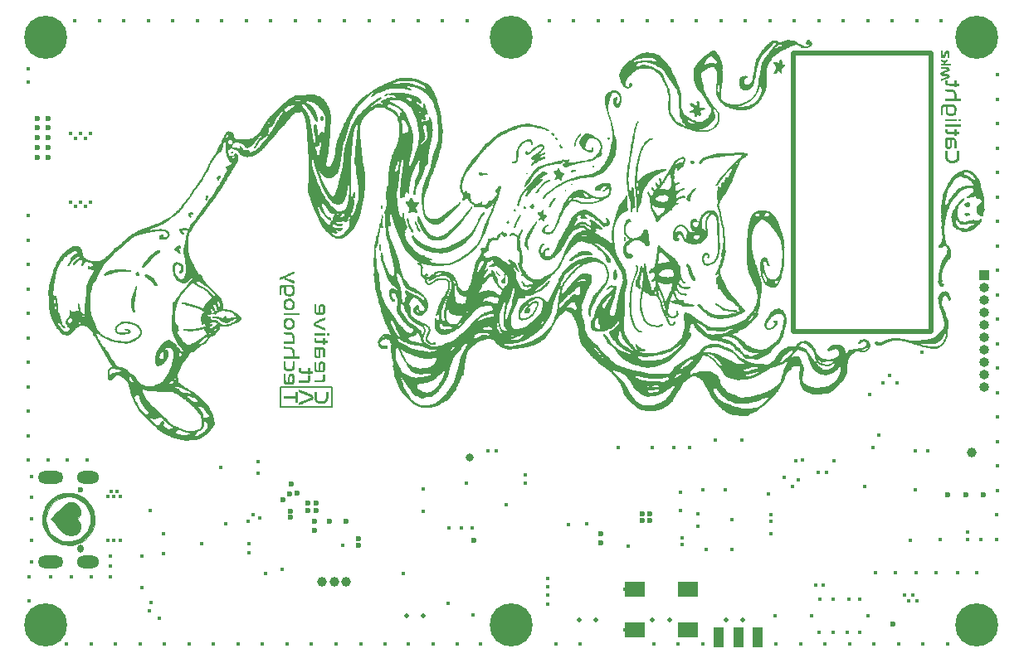
<source format=gbr>
%TF.GenerationSoftware,KiCad,Pcbnew,(5.99.0-11593-g5155093ec0)*%
%TF.CreationDate,2021-08-09T14:05:58+02:00*%
%TF.ProjectId,flatlight_rev21_eside,666c6174-6c69-4676-9874-5f7265763231,rev?*%
%TF.SameCoordinates,Original*%
%TF.FileFunction,Soldermask,Bot*%
%TF.FilePolarity,Negative*%
%FSLAX46Y46*%
G04 Gerber Fmt 4.6, Leading zero omitted, Abs format (unit mm)*
G04 Created by KiCad (PCBNEW (5.99.0-11593-g5155093ec0)) date 2021-08-09 14:05:58*
%MOMM*%
%LPD*%
G01*
G04 APERTURE LIST*
%ADD10C,0.500000*%
%ADD11C,0.150000*%
%ADD12C,0.010000*%
%ADD13C,0.700000*%
%ADD14C,4.400000*%
%ADD15R,1.000000X1.000000*%
%ADD16O,1.000000X1.000000*%
%ADD17C,0.600000*%
%ADD18O,0.600000X0.850000*%
%ADD19O,2.300000X1.300000*%
%ADD20O,2.600000X1.300000*%
%ADD21C,0.500000*%
%ADD22R,2.000000X1.600000*%
%ADD23R,1.000000X2.000000*%
%ADD24C,1.000000*%
%ADD25C,0.450000*%
%ADD26C,0.800000*%
G04 APERTURE END LIST*
D10*
X118950000Y-59350000D02*
X118950000Y-30900000D01*
X133000000Y-30925000D02*
X133000000Y-59350000D01*
D11*
X66600000Y-65012500D02*
X71900000Y-65012500D01*
X71900000Y-65012500D02*
X71900000Y-67087500D01*
X71900000Y-67087500D02*
X66600000Y-67087500D01*
X66600000Y-67087500D02*
X66600000Y-65012500D01*
D10*
X118950000Y-30900000D02*
X133000000Y-30900000D01*
X133000000Y-59350000D02*
X118950000Y-59350000D01*
%TO.C,logo10*%
G36*
X134828555Y-37319582D02*
G01*
X134707887Y-37263551D01*
X134611799Y-37181998D01*
X134583386Y-37145526D01*
X134546870Y-37081045D01*
X134521188Y-37003954D01*
X134504777Y-36906877D01*
X134496076Y-36782436D01*
X134493522Y-36623252D01*
X134493522Y-36359491D01*
X134430966Y-36359491D01*
X134366525Y-36366774D01*
X134289810Y-36400826D01*
X134241646Y-36458153D01*
X134238803Y-36466331D01*
X134230234Y-36519797D01*
X134223720Y-36608420D01*
X134219577Y-36726644D01*
X134218126Y-36868912D01*
X134218126Y-37228048D01*
X134003905Y-37228048D01*
X134010390Y-36784666D01*
X134010908Y-36749971D01*
X134013914Y-36596895D01*
X134018733Y-36479072D01*
X134027014Y-36390556D01*
X134034089Y-36356124D01*
X134705365Y-36356124D01*
X134705848Y-36638500D01*
X134706146Y-36692866D01*
X134709897Y-36821208D01*
X134719755Y-36916128D01*
X134738037Y-36984165D01*
X134767060Y-37031858D01*
X134809139Y-37065747D01*
X134866589Y-37092370D01*
X134890018Y-37100612D01*
X134980871Y-37118316D01*
X135090062Y-37116179D01*
X135174118Y-37103342D01*
X135261709Y-37069989D01*
X135323055Y-37014228D01*
X135360908Y-36931776D01*
X135378022Y-36818352D01*
X135377149Y-36669675D01*
X135374298Y-36620669D01*
X135367307Y-36544051D01*
X135356461Y-36493452D01*
X135338765Y-36457807D01*
X135311227Y-36426055D01*
X135286862Y-36403512D01*
X135260779Y-36387476D01*
X135225336Y-36376988D01*
X135172283Y-36370476D01*
X135093367Y-36366371D01*
X134980340Y-36363104D01*
X134705365Y-36356124D01*
X134034089Y-36356124D01*
X134040403Y-36325400D01*
X134060547Y-36277656D01*
X134089092Y-36241376D01*
X134127684Y-36210615D01*
X134177972Y-36179424D01*
X134202092Y-36166647D01*
X134230229Y-36156432D01*
X134267156Y-36148869D01*
X134318469Y-36143565D01*
X134389765Y-36140126D01*
X134486640Y-36138158D01*
X134614689Y-36137266D01*
X134779511Y-36137056D01*
X134879766Y-36137078D01*
X135021066Y-36137424D01*
X135129162Y-36138581D01*
X135209842Y-36141040D01*
X135268888Y-36145291D01*
X135312087Y-36151824D01*
X135345223Y-36161129D01*
X135374082Y-36173696D01*
X135404448Y-36190017D01*
X135455716Y-36222214D01*
X135512926Y-36275059D01*
X135552834Y-36341793D01*
X135578076Y-36429401D01*
X135591289Y-36544867D01*
X135595107Y-36695175D01*
X135594380Y-36778906D01*
X135588243Y-36909367D01*
X135574183Y-37009839D01*
X135550192Y-37088237D01*
X135514261Y-37152480D01*
X135464381Y-37210484D01*
X135367522Y-37282151D01*
X135243287Y-37331375D01*
X135105730Y-37353810D01*
X134980871Y-37350246D01*
X134964327Y-37349774D01*
X134828555Y-37319582D01*
G37*
G36*
X135912872Y-41269351D02*
G01*
X135911625Y-41415683D01*
X135906063Y-41554665D01*
X135894588Y-41663925D01*
X135875635Y-41750244D01*
X135847639Y-41820405D01*
X135809034Y-41881190D01*
X135758256Y-41939382D01*
X135739599Y-41957886D01*
X135638420Y-42035197D01*
X135520044Y-42087713D01*
X135377344Y-42117856D01*
X135203197Y-42128047D01*
X135137617Y-42127415D01*
X134989073Y-42116970D01*
X134874271Y-42094407D01*
X134853294Y-42087734D01*
X134717804Y-42020409D01*
X134605922Y-41921027D01*
X134522639Y-41795136D01*
X134472950Y-41648289D01*
X134470610Y-41633634D01*
X134464944Y-41568121D01*
X134460793Y-41474235D01*
X134458525Y-41362259D01*
X134458505Y-41242477D01*
X134461746Y-40924712D01*
X134583556Y-40918359D01*
X134705365Y-40912006D01*
X134705365Y-41185568D01*
X134707096Y-41330918D01*
X134714934Y-41476214D01*
X134730700Y-41589492D01*
X134756131Y-41676316D01*
X134792966Y-41742250D01*
X134842942Y-41792858D01*
X134907797Y-41833703D01*
X134921132Y-41840078D01*
X135016381Y-41867424D01*
X135133927Y-41879682D01*
X135259124Y-41877013D01*
X135377322Y-41859575D01*
X135473875Y-41827529D01*
X135493802Y-41817603D01*
X135546021Y-41786870D01*
X135585116Y-41751490D01*
X135613229Y-41705176D01*
X135632498Y-41641641D01*
X135645066Y-41554599D01*
X135653073Y-41437763D01*
X135658660Y-41284846D01*
X135669252Y-40924712D01*
X135912872Y-40912006D01*
X135912872Y-41269351D01*
G37*
G36*
X134799934Y-40690122D02*
G01*
X134707793Y-40681807D01*
X134633126Y-40658995D01*
X134585497Y-40628188D01*
X134515027Y-40547746D01*
X134472382Y-40445463D01*
X134468043Y-40422741D01*
X134459843Y-40345421D01*
X134454688Y-40243655D01*
X134453833Y-40198713D01*
X134687225Y-40198713D01*
X134687284Y-40289273D01*
X134690134Y-40350911D01*
X134696471Y-40390768D01*
X134706987Y-40415983D01*
X134722377Y-40433697D01*
X134768038Y-40460051D01*
X134839817Y-40466356D01*
X134907864Y-40439218D01*
X134908337Y-40438870D01*
X134924218Y-40423734D01*
X134935349Y-40400996D01*
X134942560Y-40363703D01*
X134946683Y-40304903D01*
X134948548Y-40217644D01*
X134948985Y-40094972D01*
X134948985Y-39780759D01*
X134694773Y-39780759D01*
X134688933Y-40089451D01*
X134687225Y-40198713D01*
X134453833Y-40198713D01*
X134452468Y-40126980D01*
X134453073Y-40004931D01*
X134456392Y-39887045D01*
X134462315Y-39782858D01*
X134470733Y-39701907D01*
X134481534Y-39653727D01*
X134486738Y-39641813D01*
X134505573Y-39609470D01*
X134531997Y-39585479D01*
X134571804Y-39568609D01*
X134630789Y-39557630D01*
X134714747Y-39551310D01*
X134829473Y-39548421D01*
X134980762Y-39547731D01*
X135138385Y-39549426D01*
X135260452Y-39555848D01*
X135352666Y-39568977D01*
X135421250Y-39590798D01*
X135472425Y-39623290D01*
X135512415Y-39668436D01*
X135547442Y-39728218D01*
X135563001Y-39760825D01*
X135575681Y-39796438D01*
X135584511Y-39838920D01*
X135590180Y-39895370D01*
X135593376Y-39972888D01*
X135594789Y-40078574D01*
X135595107Y-40219526D01*
X135595107Y-40617540D01*
X135386695Y-40617540D01*
X135379683Y-40234315D01*
X135379068Y-40200885D01*
X135376424Y-40073238D01*
X135373376Y-39980155D01*
X135369045Y-39915247D01*
X135362554Y-39872124D01*
X135353024Y-39844394D01*
X135339579Y-39825670D01*
X135321340Y-39809560D01*
X135282736Y-39786607D01*
X135204826Y-39774394D01*
X135139644Y-39780759D01*
X135129052Y-40141925D01*
X135128972Y-40144632D01*
X135123712Y-40291133D01*
X135116516Y-40402002D01*
X135105548Y-40483872D01*
X135088973Y-40543373D01*
X135064953Y-40587134D01*
X135031652Y-40621788D01*
X134987233Y-40653964D01*
X134967911Y-40664242D01*
X134892367Y-40684186D01*
X134839817Y-40687561D01*
X134799934Y-40690122D01*
G37*
G36*
X136018793Y-37863578D02*
G01*
X135764581Y-37863578D01*
X135764581Y-37630550D01*
X136018793Y-37630550D01*
X136018793Y-37863578D01*
G37*
G36*
X134096316Y-31542551D02*
G01*
X134138662Y-31564846D01*
X134222984Y-31613069D01*
X134294176Y-31658106D01*
X134334059Y-31684781D01*
X134370372Y-31703124D01*
X134394996Y-31700673D01*
X134421281Y-31679694D01*
X134453103Y-31655123D01*
X134513172Y-31615969D01*
X134583556Y-31574908D01*
X134705365Y-31507920D01*
X134705365Y-31717640D01*
X134580563Y-31784160D01*
X134553193Y-31799093D01*
X134492023Y-31838205D01*
X134458333Y-31873838D01*
X134442959Y-31914684D01*
X134437375Y-31965094D01*
X134441906Y-31997697D01*
X134443189Y-31998895D01*
X134473647Y-32005855D01*
X134536794Y-32011514D01*
X134624291Y-32015315D01*
X134727800Y-32016705D01*
X135001946Y-32016705D01*
X135001946Y-32186180D01*
X133985099Y-32186180D01*
X133985099Y-32016705D01*
X134281679Y-32016705D01*
X134281679Y-31945844D01*
X134280602Y-31921396D01*
X134268961Y-31878678D01*
X134238945Y-31840939D01*
X134183686Y-31800984D01*
X134096316Y-31751618D01*
X134080925Y-31743381D01*
X134025703Y-31711402D01*
X133997235Y-31683687D01*
X133986655Y-31647298D01*
X133985099Y-31589295D01*
X133985099Y-31486384D01*
X134096316Y-31542551D01*
G37*
G36*
X134679192Y-30622300D02*
G01*
X134766001Y-30648595D01*
X134837080Y-30701529D01*
X134896024Y-30767499D01*
X134896024Y-31423545D01*
X134705365Y-31423545D01*
X134705365Y-31140150D01*
X134705141Y-31079383D01*
X134702841Y-30972174D01*
X134697620Y-30899080D01*
X134688943Y-30854445D01*
X134676274Y-30832612D01*
X134670857Y-30828356D01*
X134634731Y-30815715D01*
X134603466Y-30837610D01*
X134574999Y-30896643D01*
X134547267Y-30995420D01*
X134540046Y-31026056D01*
X134509475Y-31150958D01*
X134484113Y-31242279D01*
X134461282Y-31306594D01*
X134438303Y-31350479D01*
X134412498Y-31380513D01*
X134381190Y-31403270D01*
X134355822Y-31415398D01*
X134286453Y-31433848D01*
X134203616Y-31444053D01*
X134120934Y-31445425D01*
X134052028Y-31437373D01*
X134010520Y-31419308D01*
X134004564Y-31408505D01*
X133995783Y-31364246D01*
X133989729Y-31286077D01*
X133986227Y-31171197D01*
X133985099Y-31016806D01*
X133985099Y-30639725D01*
X134175757Y-30639725D01*
X134175757Y-31232886D01*
X134227291Y-31232886D01*
X134234992Y-31232898D01*
X134256131Y-31231238D01*
X134272069Y-31221833D01*
X134285804Y-31197987D01*
X134300336Y-31153005D01*
X134318664Y-31080192D01*
X134343788Y-30972853D01*
X134351578Y-30940449D01*
X134375587Y-30850665D01*
X134399144Y-30774919D01*
X134418106Y-30726921D01*
X134438701Y-30696325D01*
X134504111Y-30646858D01*
X134588085Y-30621952D01*
X134679192Y-30622300D01*
G37*
G36*
X134969759Y-34612633D02*
G01*
X135098018Y-34616594D01*
X135196836Y-34625073D01*
X135273178Y-34639452D01*
X135334009Y-34661114D01*
X135386294Y-34691442D01*
X135436998Y-34731819D01*
X135443942Y-34738045D01*
X135503063Y-34806000D01*
X135545977Y-34889932D01*
X135574447Y-34996190D01*
X135590236Y-35131120D01*
X135595107Y-35301070D01*
X135595107Y-35575671D01*
X136082346Y-35575671D01*
X136082346Y-35808699D01*
X134448939Y-35808699D01*
X134455343Y-35697481D01*
X134461746Y-35586263D01*
X134925301Y-35580546D01*
X135388857Y-35574829D01*
X135379075Y-35303932D01*
X135377247Y-35257531D01*
X135370706Y-35145262D01*
X135361630Y-35064937D01*
X135348911Y-35008765D01*
X135331442Y-34968959D01*
X135321647Y-34952723D01*
X135294936Y-34914948D01*
X135264178Y-34887055D01*
X135222985Y-34867385D01*
X135164970Y-34854281D01*
X135083746Y-34846085D01*
X134972928Y-34841139D01*
X134826128Y-34837785D01*
X134449059Y-34830759D01*
X134455403Y-34721272D01*
X134461746Y-34611785D01*
X134832471Y-34611785D01*
X134969759Y-34612633D01*
G37*
G36*
X135595107Y-37863578D02*
G01*
X135037253Y-37863578D01*
X134895522Y-37863085D01*
X134758909Y-37861582D01*
X134641753Y-37859219D01*
X134549781Y-37856147D01*
X134488720Y-37852516D01*
X134464300Y-37848478D01*
X134460262Y-37840189D01*
X134454761Y-37798207D01*
X134455473Y-37737261D01*
X134461746Y-37641143D01*
X135028426Y-37635500D01*
X135595107Y-37629858D01*
X135595107Y-37863578D01*
G37*
G36*
X134489740Y-32355687D02*
G01*
X134609297Y-32356179D01*
X134696489Y-32357822D01*
X134757552Y-32361312D01*
X134798720Y-32367344D01*
X134826229Y-32376614D01*
X134846314Y-32389819D01*
X134865211Y-32407652D01*
X134891676Y-32439304D01*
X134911814Y-32490214D01*
X134917209Y-32564652D01*
X134913325Y-32620111D01*
X134898267Y-32666921D01*
X134867148Y-32707981D01*
X134815083Y-32746937D01*
X134737186Y-32787434D01*
X134628571Y-32833119D01*
X134484352Y-32887637D01*
X134422607Y-32910660D01*
X134324803Y-32948635D01*
X134246530Y-32980971D01*
X134194583Y-33004813D01*
X134175757Y-33017307D01*
X134176550Y-33018540D01*
X134203755Y-33024415D01*
X134263941Y-33029183D01*
X134349253Y-33032383D01*
X134451834Y-33033553D01*
X134554632Y-33034720D01*
X134685100Y-33042335D01*
X134781255Y-33059071D01*
X134847820Y-33087267D01*
X134889518Y-33129263D01*
X134911073Y-33187396D01*
X134917209Y-33264006D01*
X134916801Y-33284240D01*
X134910016Y-33333186D01*
X134891198Y-33374935D01*
X134855618Y-33412814D01*
X134798552Y-33450154D01*
X134715270Y-33490283D01*
X134601046Y-33536530D01*
X134451154Y-33592225D01*
X134337206Y-33633521D01*
X134226860Y-33673277D01*
X134134487Y-33706312D01*
X134067363Y-33730025D01*
X134032763Y-33741815D01*
X134011450Y-33747231D01*
X133993651Y-33741626D01*
X133986447Y-33712056D01*
X133985099Y-33649326D01*
X133985579Y-33609909D01*
X133988056Y-33561059D01*
X133991936Y-33541977D01*
X134018012Y-33534770D01*
X134075440Y-33514997D01*
X134156279Y-33485675D01*
X134252630Y-33449817D01*
X134356593Y-33410440D01*
X134460269Y-33370559D01*
X134555759Y-33333189D01*
X134635164Y-33301346D01*
X134690583Y-33278045D01*
X134714119Y-33266301D01*
X134705099Y-33257540D01*
X134655073Y-33250830D01*
X134564180Y-33246764D01*
X134433154Y-33245396D01*
X134305746Y-33243894D01*
X134190076Y-33237458D01*
X134105959Y-33224602D01*
X134047637Y-33203881D01*
X134009352Y-33173851D01*
X133985348Y-33133069D01*
X133967655Y-33067045D01*
X133973478Y-32971865D01*
X134016890Y-32889109D01*
X134047174Y-32860820D01*
X134094897Y-32830682D01*
X134165375Y-32796544D01*
X134264510Y-32755551D01*
X134398207Y-32704853D01*
X134477552Y-32674988D01*
X134576612Y-32635937D01*
X134655521Y-32602708D01*
X134707695Y-32578105D01*
X134726550Y-32564934D01*
X134711577Y-32559705D01*
X134660488Y-32554357D01*
X134579647Y-32550115D01*
X134475832Y-32547321D01*
X134355824Y-32546313D01*
X133985099Y-32546313D01*
X133985099Y-32355655D01*
X134399156Y-32355655D01*
X134489740Y-32355687D01*
G37*
G36*
X134662997Y-38759863D02*
G01*
X134663033Y-38777816D01*
X134665464Y-38842117D01*
X134675852Y-38888566D01*
X134699932Y-38920064D01*
X134743439Y-38939513D01*
X134812109Y-38949812D01*
X134911675Y-38953864D01*
X135047872Y-38954570D01*
X135372672Y-38954570D01*
X135385120Y-38647398D01*
X135593251Y-38647398D01*
X135605699Y-38954570D01*
X135870503Y-38967184D01*
X135870503Y-39174984D01*
X135605699Y-39187598D01*
X135592549Y-39346480D01*
X135385821Y-39346480D01*
X135379246Y-39267039D01*
X135372672Y-39187598D01*
X135001946Y-39177006D01*
X134933612Y-39174875D01*
X134791466Y-39168207D01*
X134683925Y-39157935D01*
X134605462Y-39142012D01*
X134550546Y-39118393D01*
X134513650Y-39085035D01*
X134489246Y-39039893D01*
X134471804Y-38980920D01*
X134464856Y-38940532D01*
X134457178Y-38863414D01*
X134453322Y-38779800D01*
X134451154Y-38647398D01*
X134662997Y-38647398D01*
X134662997Y-38759863D01*
G37*
G36*
X134662997Y-33823916D02*
G01*
X134663033Y-33841869D01*
X134665464Y-33906171D01*
X134675852Y-33952620D01*
X134699932Y-33984118D01*
X134743439Y-34003566D01*
X134812109Y-34013866D01*
X134911675Y-34017918D01*
X135047872Y-34018624D01*
X135372672Y-34018624D01*
X135378896Y-33865037D01*
X135385120Y-33711451D01*
X135593251Y-33711451D01*
X135599475Y-33865037D01*
X135605699Y-34018624D01*
X135870503Y-34031238D01*
X135870503Y-34136148D01*
X135870102Y-34159639D01*
X135862039Y-34221095D01*
X135844023Y-34243423D01*
X135829509Y-34244358D01*
X135778575Y-34246556D01*
X135711621Y-34248719D01*
X135605699Y-34251651D01*
X135599124Y-34331092D01*
X135592549Y-34410534D01*
X135383264Y-34410534D01*
X135383264Y-34338072D01*
X135383181Y-34327725D01*
X135380074Y-34297992D01*
X135368304Y-34276369D01*
X135342254Y-34261531D01*
X135296305Y-34252149D01*
X135224840Y-34246896D01*
X135122242Y-34244445D01*
X134982893Y-34243468D01*
X134899887Y-34242482D01*
X134761428Y-34236008D01*
X134657017Y-34221802D01*
X134581262Y-34197780D01*
X134528771Y-34161857D01*
X134494150Y-34111950D01*
X134472008Y-34045972D01*
X134464993Y-34005298D01*
X134457217Y-33927710D01*
X134453322Y-33843853D01*
X134451154Y-33711451D01*
X134662997Y-33711451D01*
X134662997Y-33823916D01*
G37*
G36*
X136082346Y-38414370D02*
G01*
X134451154Y-38414370D01*
X134451154Y-38202527D01*
X136082346Y-38202527D01*
X136082346Y-38414370D01*
G37*
%TO.C,G\u002A\u002A\u002A*%
G36*
X71191283Y-59747312D02*
G01*
X70069449Y-59747312D01*
X70069449Y-59514479D01*
X71191283Y-59514479D01*
X71191283Y-59747312D01*
G37*
G36*
X67344241Y-60915531D02*
G01*
X67357478Y-60915851D01*
X67507923Y-60920507D01*
X67623640Y-60927187D01*
X67711688Y-60937472D01*
X67779127Y-60952940D01*
X67833016Y-60975172D01*
X67880416Y-61005748D01*
X67928384Y-61046246D01*
X67976949Y-61096120D01*
X68014994Y-61152723D01*
X68041787Y-61221085D01*
X68059464Y-61308826D01*
X68070161Y-61423569D01*
X68076017Y-61572937D01*
X68083666Y-61885145D01*
X68566616Y-61885145D01*
X68566616Y-62117979D01*
X66957949Y-62117979D01*
X66957949Y-61885987D01*
X67407741Y-61880275D01*
X67857533Y-61874562D01*
X67856336Y-61607222D01*
X67854612Y-61495249D01*
X67848169Y-61395459D01*
X67834579Y-61323223D01*
X67811340Y-61270580D01*
X67775950Y-61229570D01*
X67725907Y-61192232D01*
X67708151Y-61182315D01*
X67673412Y-61170437D01*
X67623316Y-61161745D01*
X67551121Y-61155508D01*
X67450080Y-61150994D01*
X67313452Y-61147470D01*
X66957949Y-61140044D01*
X66957949Y-60906307D01*
X67344241Y-60915531D01*
G37*
G36*
X67170811Y-62663020D02*
G01*
X67172462Y-62779203D01*
X67178852Y-62899930D01*
X67191428Y-62990008D01*
X67211704Y-63055995D01*
X67241196Y-63104448D01*
X67281418Y-63141926D01*
X67331427Y-63167010D01*
X67419668Y-63188125D01*
X67521297Y-63196274D01*
X67620954Y-63190446D01*
X67703283Y-63169635D01*
X67741268Y-63152102D01*
X67785075Y-63122744D01*
X67816680Y-63083297D01*
X67838282Y-63027315D01*
X67852084Y-62948354D01*
X67860285Y-62839967D01*
X67865086Y-62695709D01*
X67872640Y-62371979D01*
X68079783Y-62371979D01*
X68079783Y-62702898D01*
X68079420Y-62784450D01*
X68075820Y-62924122D01*
X68067073Y-63031987D01*
X68051607Y-63115065D01*
X68027849Y-63180374D01*
X67994226Y-63234934D01*
X67949166Y-63285763D01*
X67948347Y-63286579D01*
X67849699Y-63357122D01*
X67723876Y-63405051D01*
X67580355Y-63428791D01*
X67428613Y-63426765D01*
X67278125Y-63397396D01*
X67189419Y-63358841D01*
X67097473Y-63292950D01*
X67024471Y-63213060D01*
X66981842Y-63129504D01*
X66977735Y-63108255D01*
X66971152Y-63043192D01*
X66965658Y-62950080D01*
X66961733Y-62837977D01*
X66959858Y-62715937D01*
X66957949Y-62371979D01*
X67169616Y-62371979D01*
X67170811Y-62663020D01*
G37*
G36*
X71614616Y-59747312D02*
G01*
X71360616Y-59747312D01*
X71360616Y-59514479D01*
X71614616Y-59514479D01*
X71614616Y-59747312D01*
G37*
G36*
X68397283Y-66626479D02*
G01*
X68143283Y-66626479D01*
X68143283Y-66224312D01*
X66957949Y-66224312D01*
X66957949Y-65949145D01*
X68143283Y-65949145D01*
X68143283Y-65546979D01*
X68397283Y-65546979D01*
X68397283Y-66626479D01*
G37*
G36*
X71187516Y-64086057D02*
G01*
X71186016Y-64153512D01*
X71182994Y-64257079D01*
X71178816Y-64329582D01*
X71172245Y-64378471D01*
X71162047Y-64411196D01*
X71146986Y-64435206D01*
X71125824Y-64457951D01*
X71116560Y-64466838D01*
X71080667Y-64494079D01*
X71036134Y-64514906D01*
X70977352Y-64530141D01*
X70898708Y-64540608D01*
X70794591Y-64547132D01*
X70659389Y-64550535D01*
X70487491Y-64551641D01*
X70069449Y-64552145D01*
X70069449Y-64319312D01*
X70472578Y-64319312D01*
X70546337Y-64319292D01*
X70667811Y-64318861D01*
X70756400Y-64317305D01*
X70818434Y-64313902D01*
X70860245Y-64307928D01*
X70888165Y-64298662D01*
X70908527Y-64285379D01*
X70927662Y-64267358D01*
X70933142Y-64261801D01*
X70954629Y-64235851D01*
X70968236Y-64205362D01*
X70975748Y-64160887D01*
X70978946Y-64092979D01*
X70979616Y-63992191D01*
X70979616Y-63768979D01*
X71194333Y-63768979D01*
X71187516Y-64086057D01*
G37*
G36*
X70285617Y-60118803D02*
G01*
X70292666Y-60184920D01*
X70305561Y-60235234D01*
X70330162Y-60269599D01*
X70372594Y-60291049D01*
X70438981Y-60302615D01*
X70535446Y-60307331D01*
X70668114Y-60308229D01*
X70969033Y-60308229D01*
X70975252Y-60154770D01*
X70981471Y-60001312D01*
X71191283Y-60001312D01*
X71191283Y-60318812D01*
X71468662Y-60318812D01*
X71455866Y-60541062D01*
X71323574Y-60547364D01*
X71191283Y-60553666D01*
X71191283Y-60699812D01*
X70979616Y-60699812D01*
X70979616Y-60555996D01*
X70635658Y-60547923D01*
X70542931Y-60545218D01*
X70406403Y-60537805D01*
X70303018Y-60525679D01*
X70226910Y-60507170D01*
X70172215Y-60480613D01*
X70133066Y-60444341D01*
X70103598Y-60396685D01*
X70093744Y-60371918D01*
X70076256Y-60284098D01*
X70069931Y-60165354D01*
X70069449Y-60001312D01*
X70275874Y-60001312D01*
X70285617Y-60118803D01*
G37*
G36*
X67666756Y-64772561D02*
G01*
X67518866Y-64774395D01*
X67417998Y-64773673D01*
X67294031Y-64768685D01*
X67201150Y-64756915D01*
X67132611Y-64736002D01*
X67081666Y-64703586D01*
X67041569Y-64657306D01*
X67005574Y-64594801D01*
X66990108Y-64562153D01*
X66977413Y-64526337D01*
X66968571Y-64483724D01*
X66962891Y-64427207D01*
X66959687Y-64349678D01*
X66958269Y-64244032D01*
X66957949Y-64103161D01*
X66957949Y-63705479D01*
X67166944Y-63705479D01*
X67173572Y-64088393D01*
X67174012Y-64113696D01*
X67176551Y-64243398D01*
X67179497Y-64338199D01*
X67183704Y-64404471D01*
X67190022Y-64448588D01*
X67199305Y-64476920D01*
X67212403Y-64495842D01*
X67230169Y-64511726D01*
X67285772Y-64540018D01*
X67351878Y-64552145D01*
X67423616Y-64552145D01*
X67423645Y-64260522D01*
X67592949Y-64260522D01*
X67592949Y-64552145D01*
X67684919Y-64552145D01*
X67703516Y-64551926D01*
X67762392Y-64545502D01*
X67804205Y-64525853D01*
X67831789Y-64487177D01*
X67847982Y-64423672D01*
X67855618Y-64329536D01*
X67857533Y-64198967D01*
X67857446Y-64148112D01*
X67856163Y-64051970D01*
X67852496Y-63987268D01*
X67845371Y-63946312D01*
X67833713Y-63921407D01*
X67816446Y-63904856D01*
X67807748Y-63898953D01*
X67741286Y-63876114D01*
X67675520Y-63884208D01*
X67625900Y-63921855D01*
X67615185Y-63941977D01*
X67604441Y-63982546D01*
X67597605Y-64044518D01*
X67594001Y-64134856D01*
X67592949Y-64260522D01*
X67423645Y-64260522D01*
X67423649Y-64218770D01*
X67424016Y-64138480D01*
X67427529Y-64007604D01*
X67436203Y-63908713D01*
X67451791Y-63834977D01*
X67476041Y-63779565D01*
X67510705Y-63735650D01*
X67557532Y-63696400D01*
X67597212Y-63675273D01*
X67683734Y-63654457D01*
X67781935Y-63651115D01*
X67875087Y-63665232D01*
X67946462Y-63696791D01*
X67954333Y-63702665D01*
X68000602Y-63744093D01*
X68034177Y-63792160D01*
X68056968Y-63853980D01*
X68070887Y-63936669D01*
X68077844Y-64047343D01*
X68079750Y-64193119D01*
X68079403Y-64295104D01*
X68077404Y-64391106D01*
X68072708Y-64460403D01*
X68064287Y-64511669D01*
X68051112Y-64553577D01*
X68032158Y-64594801D01*
X68008792Y-64637546D01*
X67970886Y-64689196D01*
X67924475Y-64726162D01*
X67862814Y-64750805D01*
X67779156Y-64765484D01*
X67684919Y-64771417D01*
X67666756Y-64772561D01*
G37*
G36*
X67345620Y-55742872D02*
G01*
X67248045Y-55714826D01*
X67168892Y-55667932D01*
X67099009Y-55598916D01*
X67071685Y-55562686D01*
X67042273Y-55507047D01*
X67021866Y-55438925D01*
X67009036Y-55350888D01*
X67002356Y-55235508D01*
X67000401Y-55085354D01*
X67000283Y-54794312D01*
X67211949Y-54794312D01*
X67213858Y-55043020D01*
X67214868Y-55117729D01*
X67219728Y-55234690D01*
X67229828Y-55321014D01*
X67246856Y-55384367D01*
X67272498Y-55432411D01*
X67308441Y-55472812D01*
X67320185Y-55483430D01*
X67352050Y-55505290D01*
X67391627Y-55517714D01*
X67450445Y-55523280D01*
X67540033Y-55524562D01*
X67575735Y-55524437D01*
X67653239Y-55521934D01*
X67704006Y-55514241D01*
X67739553Y-55498793D01*
X67771399Y-55473024D01*
X67779477Y-55464778D01*
X67820711Y-55404704D01*
X67849646Y-55335441D01*
X67855202Y-55307631D01*
X67861848Y-55229459D01*
X67862753Y-55134209D01*
X67858385Y-55036688D01*
X67849211Y-54951706D01*
X67835699Y-54894071D01*
X67813492Y-54858830D01*
X67768296Y-54828491D01*
X67697289Y-54808563D01*
X67595115Y-54797640D01*
X67456417Y-54794312D01*
X67211949Y-54794312D01*
X67000283Y-54794312D01*
X66937779Y-54794312D01*
X66854021Y-54805859D01*
X66785460Y-54847498D01*
X66746466Y-54919388D01*
X66742727Y-54938106D01*
X66735844Y-55002984D01*
X66730306Y-55096040D01*
X66726606Y-55207795D01*
X66725234Y-55328770D01*
X66725116Y-55662145D01*
X66510384Y-55662145D01*
X66517209Y-55219138D01*
X66517740Y-55185078D01*
X66520641Y-55035033D01*
X66525012Y-54919910D01*
X66532417Y-54833517D01*
X66544422Y-54769659D01*
X66562594Y-54722142D01*
X66588498Y-54684773D01*
X66623701Y-54651358D01*
X66669768Y-54615703D01*
X66675599Y-54611443D01*
X66695856Y-54599036D01*
X66720884Y-54589545D01*
X66756046Y-54582582D01*
X66806711Y-54577757D01*
X66878243Y-54574682D01*
X66976009Y-54572967D01*
X67105376Y-54572224D01*
X67271710Y-54572062D01*
X67302988Y-54572066D01*
X67475743Y-54572513D01*
X67612400Y-54574484D01*
X67718336Y-54579085D01*
X67798927Y-54587421D01*
X67859550Y-54600598D01*
X67905583Y-54619720D01*
X67942400Y-54645893D01*
X67975379Y-54680222D01*
X68009897Y-54723813D01*
X68033670Y-54756869D01*
X68050656Y-54789333D01*
X68061786Y-54829046D01*
X68068703Y-54884776D01*
X68073049Y-54965295D01*
X68076464Y-55079371D01*
X68077667Y-55136745D01*
X68076652Y-55278380D01*
X68067861Y-55388011D01*
X68049941Y-55473010D01*
X68021543Y-55540753D01*
X67981314Y-55598611D01*
X67947509Y-55635685D01*
X67874359Y-55694025D01*
X67788279Y-55731423D01*
X67679945Y-55751221D01*
X67540033Y-55756760D01*
X67470772Y-55755348D01*
X67345620Y-55742872D01*
G37*
G36*
X69642349Y-64149557D02*
G01*
X69640849Y-64217012D01*
X69637827Y-64320579D01*
X69633649Y-64393082D01*
X69627079Y-64441971D01*
X69616881Y-64474696D01*
X69601819Y-64498706D01*
X69580658Y-64521451D01*
X69571394Y-64530338D01*
X69535500Y-64557579D01*
X69490968Y-64578406D01*
X69432185Y-64593641D01*
X69353541Y-64604108D01*
X69249424Y-64610632D01*
X69114222Y-64614035D01*
X68942324Y-64615141D01*
X68524283Y-64615645D01*
X68524283Y-64382812D01*
X68927412Y-64382812D01*
X69001170Y-64382792D01*
X69122645Y-64382361D01*
X69211233Y-64380805D01*
X69273267Y-64377402D01*
X69315078Y-64371428D01*
X69342999Y-64362162D01*
X69363360Y-64348879D01*
X69382495Y-64330858D01*
X69387975Y-64325301D01*
X69409462Y-64299351D01*
X69423070Y-64268862D01*
X69430581Y-64224387D01*
X69433780Y-64156479D01*
X69434449Y-64055691D01*
X69434449Y-63832479D01*
X69649166Y-63832479D01*
X69642349Y-64149557D01*
G37*
G36*
X67344241Y-59413081D02*
G01*
X67469011Y-59416846D01*
X67597998Y-59423078D01*
X67693725Y-59431243D01*
X67761318Y-59441810D01*
X67805901Y-59455246D01*
X67873015Y-59496352D01*
X67952058Y-59572771D01*
X68017142Y-59664734D01*
X68056415Y-59757924D01*
X68058453Y-59767256D01*
X68065970Y-59826884D01*
X68071854Y-59913444D01*
X68076043Y-60018285D01*
X68078475Y-60132755D01*
X68079087Y-60248202D01*
X68077818Y-60355976D01*
X68074604Y-60447425D01*
X68069384Y-60513897D01*
X68062096Y-60546741D01*
X68045581Y-60563999D01*
X68009515Y-60581545D01*
X67952452Y-60594868D01*
X67870131Y-60604430D01*
X67758296Y-60610690D01*
X67612688Y-60614108D01*
X67429048Y-60615145D01*
X66957949Y-60615145D01*
X66957949Y-60383154D01*
X67407741Y-60377441D01*
X67857533Y-60371729D01*
X67857533Y-60117729D01*
X67857380Y-60063012D01*
X67853858Y-59933738D01*
X67841960Y-59835052D01*
X67816838Y-59762666D01*
X67773640Y-59712289D01*
X67707516Y-59679632D01*
X67613614Y-59660404D01*
X67487083Y-59650316D01*
X67323074Y-59645079D01*
X66957949Y-59636677D01*
X66957949Y-59403474D01*
X67344241Y-59413081D01*
G37*
G36*
X67518866Y-57186145D02*
G01*
X67368551Y-57172233D01*
X67232183Y-57131850D01*
X67118113Y-57068341D01*
X67032328Y-56985054D01*
X66980816Y-56885337D01*
X66980684Y-56884897D01*
X66972893Y-56836406D01*
X66967174Y-56756731D01*
X66964071Y-56656826D01*
X66964089Y-56620599D01*
X67175272Y-56620599D01*
X67187046Y-56743664D01*
X67220671Y-56834066D01*
X67279217Y-56895826D01*
X67365756Y-56932965D01*
X67483356Y-56949505D01*
X67526982Y-56950939D01*
X67655318Y-56938880D01*
X67752124Y-56900168D01*
X67818845Y-56834308D01*
X67833761Y-56806631D01*
X67848037Y-56756867D01*
X67855426Y-56685781D01*
X67857533Y-56582947D01*
X67856546Y-56507376D01*
X67850920Y-56427767D01*
X67838887Y-56372629D01*
X67818845Y-56331535D01*
X67817703Y-56329810D01*
X67749407Y-56265328D01*
X67648911Y-56225866D01*
X67518866Y-56212479D01*
X67511633Y-56212514D01*
X67384808Y-56226855D01*
X67286513Y-56266153D01*
X67220576Y-56328912D01*
X67210507Y-56347363D01*
X67188010Y-56427820D01*
X67176528Y-56547638D01*
X67175272Y-56620599D01*
X66964089Y-56620599D01*
X66964124Y-56547647D01*
X66966251Y-56440754D01*
X66969778Y-56360684D01*
X66976365Y-56304709D01*
X66987781Y-56263474D01*
X67005794Y-56227626D01*
X67032174Y-56187814D01*
X67077376Y-56132457D01*
X67177881Y-56055740D01*
X67306107Y-56006795D01*
X67465415Y-55984040D01*
X67485600Y-55983061D01*
X67651727Y-55991006D01*
X67795060Y-56027414D01*
X67912154Y-56090497D01*
X67999560Y-56178464D01*
X68053833Y-56289526D01*
X68067744Y-56363689D01*
X68076143Y-56466139D01*
X68078951Y-56582620D01*
X68076169Y-56699134D01*
X68067796Y-56801682D01*
X68053833Y-56876265D01*
X68011675Y-56968071D01*
X67929517Y-57059767D01*
X67817149Y-57128328D01*
X67678841Y-57171279D01*
X67526982Y-57185391D01*
X67518866Y-57186145D01*
G37*
G36*
X70778256Y-63523728D02*
G01*
X70630366Y-63525562D01*
X70529498Y-63524839D01*
X70405531Y-63519852D01*
X70312650Y-63508082D01*
X70244111Y-63487169D01*
X70193166Y-63454752D01*
X70153069Y-63408472D01*
X70117074Y-63345968D01*
X70101608Y-63313319D01*
X70088913Y-63277504D01*
X70080071Y-63234891D01*
X70074391Y-63178374D01*
X70071187Y-63100845D01*
X70069769Y-62995198D01*
X70069449Y-62854327D01*
X70069449Y-62456645D01*
X70278444Y-62456645D01*
X70285072Y-62839559D01*
X70285512Y-62864863D01*
X70288051Y-62994565D01*
X70290997Y-63089366D01*
X70295204Y-63155638D01*
X70301522Y-63199754D01*
X70310805Y-63228087D01*
X70323903Y-63247009D01*
X70341669Y-63262893D01*
X70397272Y-63291185D01*
X70463378Y-63303312D01*
X70535116Y-63303312D01*
X70535145Y-63011689D01*
X70704449Y-63011689D01*
X70704449Y-63303312D01*
X70796419Y-63303312D01*
X70815016Y-63303092D01*
X70873892Y-63296668D01*
X70915705Y-63277019D01*
X70943289Y-63238343D01*
X70959482Y-63174838D01*
X70967118Y-63080702D01*
X70969033Y-62950134D01*
X70968946Y-62899279D01*
X70967663Y-62803136D01*
X70963996Y-62738435D01*
X70956871Y-62697479D01*
X70945213Y-62672573D01*
X70927946Y-62656023D01*
X70919248Y-62650120D01*
X70852786Y-62627281D01*
X70787020Y-62635374D01*
X70737400Y-62673022D01*
X70726685Y-62693144D01*
X70715941Y-62733713D01*
X70709105Y-62795685D01*
X70705501Y-62886022D01*
X70704449Y-63011689D01*
X70535145Y-63011689D01*
X70535149Y-62969937D01*
X70535516Y-62889646D01*
X70539029Y-62758771D01*
X70547703Y-62659880D01*
X70563291Y-62586143D01*
X70587541Y-62530732D01*
X70622205Y-62486816D01*
X70669032Y-62447567D01*
X70708712Y-62426440D01*
X70795234Y-62405623D01*
X70893435Y-62402282D01*
X70986587Y-62416399D01*
X71057962Y-62447958D01*
X71065833Y-62453832D01*
X71112102Y-62495260D01*
X71145677Y-62543326D01*
X71168468Y-62605146D01*
X71182387Y-62687836D01*
X71189344Y-62798510D01*
X71191250Y-62944286D01*
X71190903Y-63046270D01*
X71188904Y-63142272D01*
X71184208Y-63211569D01*
X71175787Y-63262835D01*
X71162612Y-63304744D01*
X71143658Y-63345968D01*
X71120292Y-63388713D01*
X71082386Y-63440363D01*
X71035975Y-63477329D01*
X70974314Y-63501972D01*
X70890656Y-63516651D01*
X70796419Y-63522584D01*
X70778256Y-63523728D01*
G37*
G36*
X69158350Y-65516613D02*
G01*
X69237474Y-65546630D01*
X69390891Y-65605241D01*
X69531498Y-65659485D01*
X69653928Y-65707262D01*
X69752819Y-65746469D01*
X69822803Y-65775007D01*
X69858518Y-65790775D01*
X69915968Y-65835907D01*
X69962182Y-65913215D01*
X69984113Y-66006479D01*
X69982153Y-66105775D01*
X69956693Y-66201179D01*
X69908124Y-66282766D01*
X69836838Y-66340614D01*
X69822377Y-66347266D01*
X69771185Y-66368929D01*
X69691153Y-66401810D01*
X69587955Y-66443654D01*
X69467267Y-66492207D01*
X69334764Y-66545217D01*
X69196121Y-66600430D01*
X69057015Y-66655592D01*
X68923121Y-66708451D01*
X68800113Y-66756752D01*
X68693668Y-66798242D01*
X68609461Y-66830667D01*
X68553168Y-66851775D01*
X68530463Y-66859312D01*
X68527239Y-66840150D01*
X68526566Y-66789654D01*
X68528607Y-66718794D01*
X68534866Y-66578276D01*
X69116248Y-66351124D01*
X69157926Y-66334777D01*
X69303295Y-66276741D01*
X69434697Y-66222739D01*
X69547013Y-66174980D01*
X69635126Y-66135672D01*
X69693918Y-66107026D01*
X69718271Y-66091249D01*
X69727053Y-66069406D01*
X69712937Y-66027231D01*
X69709959Y-66024691D01*
X69674895Y-66006184D01*
X69606609Y-65975809D01*
X69510321Y-65935703D01*
X69391248Y-65888005D01*
X69254609Y-65834854D01*
X69105623Y-65778386D01*
X68524283Y-65560838D01*
X68524283Y-65276631D01*
X69158350Y-65516613D01*
G37*
G36*
X71191283Y-58133126D02*
G01*
X70733909Y-58330623D01*
X70653538Y-58365702D01*
X70531294Y-58420598D01*
X70425788Y-58469875D01*
X70342594Y-58510839D01*
X70287284Y-58540797D01*
X70265432Y-58557056D01*
X70262922Y-58572028D01*
X70277484Y-58609146D01*
X70285040Y-58614170D01*
X70327084Y-58635295D01*
X70399606Y-58668494D01*
X70496669Y-58711137D01*
X70612335Y-58760596D01*
X70740669Y-58814242D01*
X71180699Y-58996182D01*
X71187047Y-59117747D01*
X71188994Y-59170549D01*
X71188638Y-59220157D01*
X71185278Y-59239312D01*
X71165869Y-59232213D01*
X71112243Y-59211046D01*
X71029670Y-59177898D01*
X70923357Y-59134871D01*
X70798514Y-59084065D01*
X70660347Y-59027582D01*
X70659069Y-59027058D01*
X70469613Y-58948080D01*
X70319382Y-58882450D01*
X70207563Y-58829785D01*
X70133343Y-58789702D01*
X70095908Y-58761818D01*
X70072284Y-58729183D01*
X70053507Y-58673830D01*
X70048283Y-58593544D01*
X70050217Y-58536972D01*
X70068177Y-58443658D01*
X70108191Y-58377327D01*
X70174162Y-58329798D01*
X70187010Y-58323569D01*
X70240460Y-58299078D01*
X70322731Y-58262301D01*
X70426881Y-58216271D01*
X70545969Y-58164020D01*
X70673051Y-58108581D01*
X70801187Y-58052985D01*
X70923434Y-58000264D01*
X71032849Y-57953452D01*
X71122491Y-57915579D01*
X71191283Y-57886806D01*
X71191283Y-58133126D01*
G37*
G36*
X68740451Y-63209137D02*
G01*
X68747500Y-63275253D01*
X68760394Y-63325567D01*
X68784996Y-63359933D01*
X68827428Y-63381382D01*
X68893815Y-63392948D01*
X68990280Y-63397664D01*
X69122947Y-63398562D01*
X69423866Y-63398562D01*
X69430085Y-63245104D01*
X69436304Y-63091645D01*
X69646116Y-63091645D01*
X69646116Y-63409145D01*
X69923495Y-63409145D01*
X69910699Y-63631395D01*
X69778408Y-63637697D01*
X69646116Y-63643999D01*
X69646116Y-63790145D01*
X69434449Y-63790145D01*
X69434449Y-63646330D01*
X69090491Y-63638256D01*
X68997765Y-63635552D01*
X68861236Y-63628139D01*
X68757851Y-63616012D01*
X68681744Y-63597504D01*
X68627048Y-63570947D01*
X68587899Y-63534674D01*
X68558431Y-63487018D01*
X68548577Y-63462251D01*
X68531090Y-63374432D01*
X68524765Y-63255687D01*
X68524283Y-63091645D01*
X68730707Y-63091645D01*
X68740451Y-63209137D01*
G37*
G36*
X70323449Y-65835565D02*
G01*
X70323599Y-65870709D01*
X70326172Y-65987612D01*
X70331456Y-66092560D01*
X70338825Y-66175429D01*
X70347651Y-66226096D01*
X70380375Y-66297968D01*
X70454315Y-66379560D01*
X70554150Y-66433099D01*
X70567602Y-66437175D01*
X70656177Y-66452279D01*
X70764367Y-66457364D01*
X70876878Y-66452914D01*
X70978420Y-66439411D01*
X71053699Y-66417337D01*
X71115930Y-66384044D01*
X71166695Y-66342256D01*
X71203704Y-66287998D01*
X71228982Y-66215328D01*
X71244552Y-66118306D01*
X71252438Y-65990989D01*
X71254665Y-65827437D01*
X71254783Y-65525812D01*
X71512211Y-65525812D01*
X71505205Y-65901520D01*
X71502471Y-66034104D01*
X71499172Y-66136107D01*
X71494346Y-66211165D01*
X71486952Y-66267073D01*
X71475950Y-66311629D01*
X71460299Y-66352627D01*
X71438959Y-66397865D01*
X71404913Y-66459054D01*
X71323553Y-66558627D01*
X71220127Y-66631605D01*
X71090796Y-66679688D01*
X70931722Y-66704577D01*
X70739065Y-66707973D01*
X70647436Y-66704275D01*
X70562812Y-66697519D01*
X70498422Y-66686192D01*
X70442051Y-66667993D01*
X70381482Y-66640623D01*
X70363101Y-66631287D01*
X70251708Y-66554765D01*
X70169178Y-66454707D01*
X70108630Y-66323109D01*
X70107298Y-66319205D01*
X70092348Y-66265344D01*
X70081845Y-66201565D01*
X70075101Y-66119774D01*
X70071429Y-66011874D01*
X70070141Y-65869770D01*
X70069449Y-65525812D01*
X70323449Y-65525812D01*
X70323449Y-65835565D01*
G37*
G36*
X67518866Y-59154645D02*
G01*
X67368551Y-59140733D01*
X67232183Y-59100350D01*
X67118113Y-59036841D01*
X67032328Y-58953554D01*
X66980816Y-58853837D01*
X66980684Y-58853397D01*
X66972893Y-58804906D01*
X66967174Y-58725231D01*
X66964071Y-58625326D01*
X66964089Y-58589099D01*
X67175272Y-58589099D01*
X67187046Y-58712164D01*
X67220671Y-58802566D01*
X67279217Y-58864326D01*
X67365756Y-58901465D01*
X67483356Y-58918005D01*
X67526982Y-58919439D01*
X67655318Y-58907380D01*
X67752124Y-58868668D01*
X67818845Y-58802808D01*
X67833761Y-58775131D01*
X67848037Y-58725367D01*
X67855426Y-58654281D01*
X67857533Y-58551447D01*
X67856546Y-58475876D01*
X67850920Y-58396267D01*
X67838887Y-58341129D01*
X67818845Y-58300035D01*
X67817703Y-58298310D01*
X67749407Y-58233828D01*
X67648911Y-58194366D01*
X67518866Y-58180979D01*
X67511633Y-58181014D01*
X67384808Y-58195355D01*
X67286513Y-58234653D01*
X67220576Y-58297412D01*
X67210507Y-58315863D01*
X67188010Y-58396320D01*
X67176528Y-58516138D01*
X67175272Y-58589099D01*
X66964089Y-58589099D01*
X66964124Y-58516147D01*
X66966251Y-58409254D01*
X66969778Y-58329184D01*
X66976365Y-58273209D01*
X66987781Y-58231974D01*
X67005794Y-58196126D01*
X67032174Y-58156314D01*
X67077376Y-58100957D01*
X67177881Y-58024240D01*
X67306107Y-57975295D01*
X67465415Y-57952540D01*
X67485600Y-57951561D01*
X67651727Y-57959506D01*
X67795060Y-57995914D01*
X67912154Y-58058997D01*
X67999560Y-58146964D01*
X68053833Y-58258026D01*
X68067744Y-58332189D01*
X68076143Y-58434639D01*
X68078951Y-58551120D01*
X68076169Y-58667634D01*
X68067796Y-58770182D01*
X68053833Y-58844765D01*
X68011675Y-58936571D01*
X67929517Y-59028267D01*
X67817149Y-59096828D01*
X67678841Y-59139779D01*
X67526982Y-59153891D01*
X67518866Y-59154645D01*
G37*
G36*
X70778256Y-57639394D02*
G01*
X70630366Y-57641229D01*
X70529498Y-57640506D01*
X70405531Y-57635518D01*
X70312650Y-57623748D01*
X70244111Y-57602835D01*
X70193166Y-57570419D01*
X70153069Y-57524139D01*
X70117074Y-57461635D01*
X70101608Y-57428986D01*
X70088913Y-57393171D01*
X70080071Y-57350558D01*
X70074391Y-57294040D01*
X70071187Y-57216512D01*
X70069769Y-57110865D01*
X70069449Y-56969994D01*
X70069449Y-56572312D01*
X70278444Y-56572312D01*
X70285072Y-56955226D01*
X70285512Y-56980530D01*
X70288051Y-57110232D01*
X70290997Y-57205032D01*
X70295204Y-57271305D01*
X70301522Y-57315421D01*
X70310805Y-57343754D01*
X70323903Y-57362676D01*
X70341669Y-57378559D01*
X70397272Y-57406851D01*
X70463378Y-57418979D01*
X70535116Y-57418979D01*
X70535145Y-57127355D01*
X70704449Y-57127355D01*
X70704449Y-57418979D01*
X70796419Y-57418979D01*
X70815016Y-57418759D01*
X70873892Y-57412335D01*
X70915705Y-57392686D01*
X70943289Y-57354010D01*
X70959482Y-57290505D01*
X70967118Y-57196369D01*
X70969033Y-57065800D01*
X70968946Y-57014946D01*
X70967663Y-56918803D01*
X70963996Y-56854102D01*
X70956871Y-56813146D01*
X70945213Y-56788240D01*
X70927946Y-56771689D01*
X70919248Y-56765786D01*
X70852786Y-56742947D01*
X70787020Y-56751041D01*
X70737400Y-56788689D01*
X70726685Y-56808810D01*
X70715941Y-56849380D01*
X70709105Y-56911351D01*
X70705501Y-57001689D01*
X70704449Y-57127355D01*
X70535145Y-57127355D01*
X70535149Y-57085604D01*
X70535516Y-57005313D01*
X70539029Y-56874438D01*
X70547703Y-56775546D01*
X70563291Y-56701810D01*
X70587541Y-56646399D01*
X70622205Y-56602483D01*
X70669032Y-56563233D01*
X70708712Y-56542106D01*
X70795234Y-56521290D01*
X70893435Y-56517949D01*
X70986587Y-56532066D01*
X71057962Y-56563624D01*
X71065833Y-56569498D01*
X71112102Y-56610927D01*
X71145677Y-56658993D01*
X71168468Y-56720813D01*
X71182387Y-56803502D01*
X71189344Y-56914177D01*
X71191250Y-57059952D01*
X71190903Y-57161937D01*
X71188904Y-57257939D01*
X71184208Y-57327236D01*
X71175787Y-57378502D01*
X71162612Y-57420410D01*
X71143658Y-57461635D01*
X71120292Y-57504380D01*
X71082386Y-57556030D01*
X71035975Y-57592996D01*
X70974314Y-57617638D01*
X70890656Y-57632318D01*
X70796419Y-57638251D01*
X70778256Y-57639394D01*
G37*
G36*
X70245619Y-62056967D02*
G01*
X70166132Y-62004323D01*
X70109914Y-61920783D01*
X70101444Y-61901364D01*
X70089202Y-61864972D01*
X70080749Y-61821518D01*
X70075571Y-61763950D01*
X70073152Y-61685218D01*
X70072978Y-61578271D01*
X70074213Y-61465499D01*
X70283782Y-61465499D01*
X70284599Y-61563037D01*
X70286924Y-61653265D01*
X70290717Y-61725418D01*
X70295940Y-61768729D01*
X70298230Y-61777199D01*
X70333579Y-61831942D01*
X70389803Y-61859657D01*
X70454170Y-61857255D01*
X70513949Y-61821645D01*
X70527687Y-61805835D01*
X70540484Y-61780870D01*
X70548804Y-61743610D01*
X70553584Y-61686547D01*
X70555765Y-61602172D01*
X70556283Y-61482979D01*
X70556283Y-61186645D01*
X70431547Y-61186645D01*
X70358432Y-61189461D01*
X70313592Y-61199920D01*
X70293964Y-61220127D01*
X70290761Y-61236693D01*
X70286824Y-61291561D01*
X70284510Y-61371419D01*
X70283782Y-61465499D01*
X70074213Y-61465499D01*
X70074535Y-61436059D01*
X70075586Y-61366019D01*
X70078199Y-61242205D01*
X70081772Y-61151801D01*
X70086914Y-61088700D01*
X70094235Y-61046795D01*
X70104345Y-61019978D01*
X70117854Y-61002142D01*
X70129234Y-60992558D01*
X70151346Y-60981843D01*
X70185720Y-60974211D01*
X70238372Y-60969157D01*
X70315312Y-60966174D01*
X70422556Y-60964756D01*
X70566116Y-60964395D01*
X70570725Y-60964396D01*
X70712371Y-60964701D01*
X70818257Y-60965991D01*
X70894776Y-60968861D01*
X70948317Y-60973906D01*
X70985272Y-60981720D01*
X71012032Y-60992899D01*
X71034988Y-61008037D01*
X71080427Y-61043260D01*
X71116486Y-61077550D01*
X71142824Y-61115801D01*
X71161113Y-61164407D01*
X71173025Y-61229765D01*
X71180234Y-61318268D01*
X71184409Y-61436314D01*
X71187225Y-61590296D01*
X71193750Y-62012145D01*
X70982345Y-62012145D01*
X70975689Y-61643890D01*
X70974333Y-61576364D01*
X70969869Y-61441778D01*
X70962171Y-61342160D01*
X70949345Y-61272312D01*
X70929490Y-61227035D01*
X70900711Y-61201131D01*
X70861109Y-61189400D01*
X70808786Y-61186645D01*
X70729184Y-61186645D01*
X70722109Y-61542191D01*
X70719916Y-61638059D01*
X70715933Y-61749981D01*
X70710446Y-61830850D01*
X70702729Y-61887417D01*
X70692055Y-61926432D01*
X70677696Y-61954646D01*
X70670893Y-61964700D01*
X70605696Y-62032965D01*
X70522489Y-62070989D01*
X70411964Y-62083276D01*
X70389803Y-62082459D01*
X70352795Y-62081094D01*
X70245619Y-62056967D01*
G37*
G36*
X68566616Y-57694145D02*
G01*
X66957949Y-57694145D01*
X66957949Y-57461312D01*
X68566616Y-57461312D01*
X68566616Y-57694145D01*
G37*
G36*
X68079783Y-53411494D02*
G01*
X67645197Y-53600195D01*
X67569525Y-53633190D01*
X67442307Y-53689713D01*
X67348045Y-53733608D01*
X67282541Y-53767101D01*
X67241593Y-53792418D01*
X67221004Y-53811786D01*
X67216572Y-53827431D01*
X67220742Y-53836235D01*
X67246539Y-53858041D01*
X67298565Y-53887651D01*
X67380204Y-53926741D01*
X67494843Y-53976989D01*
X67645866Y-54040070D01*
X68069199Y-54214174D01*
X68075547Y-54334910D01*
X68077581Y-54386931D01*
X68077592Y-54436496D01*
X68074749Y-54455645D01*
X68056002Y-54449942D01*
X68003332Y-54430238D01*
X67923741Y-54399035D01*
X67823749Y-54359015D01*
X67709877Y-54312858D01*
X67588646Y-54263247D01*
X67466576Y-54212863D01*
X67350189Y-54164388D01*
X67246005Y-54120504D01*
X67160545Y-54083893D01*
X67100330Y-54057235D01*
X67071880Y-54043213D01*
X67037760Y-54011274D01*
X67021125Y-53973616D01*
X67019838Y-53947991D01*
X67010167Y-53917288D01*
X66986032Y-53904918D01*
X66941571Y-53911005D01*
X66870921Y-53935676D01*
X66768222Y-53979058D01*
X66690194Y-54012646D01*
X66612671Y-54044779D01*
X66556565Y-54066601D01*
X66530498Y-54074645D01*
X66522846Y-54062710D01*
X66517301Y-54018847D01*
X66517685Y-53953819D01*
X66524033Y-53832993D01*
X67180199Y-53551750D01*
X67279199Y-53509314D01*
X67437707Y-53441360D01*
X67585621Y-53377934D01*
X67717278Y-53321466D01*
X67827015Y-53274384D01*
X67909169Y-53239118D01*
X67958074Y-53218098D01*
X68079783Y-53165689D01*
X68079783Y-53411494D01*
G37*
D12*
%TO.C,logo8*%
X47657443Y-78296730D02*
X47615933Y-77989460D01*
X47615933Y-77989460D02*
X47539338Y-77688804D01*
X47539338Y-77688804D02*
X47428148Y-77398185D01*
X47428148Y-77398185D02*
X47282853Y-77121027D01*
X47282853Y-77121027D02*
X47103942Y-76860753D01*
X47103942Y-76860753D02*
X46891907Y-76620787D01*
X46891907Y-76620787D02*
X46647237Y-76404552D01*
X46647237Y-76404552D02*
X46611187Y-76376955D01*
X46611187Y-76376955D02*
X46333583Y-76193157D01*
X46333583Y-76193157D02*
X46043758Y-76048078D01*
X46043758Y-76048078D02*
X45744845Y-75940986D01*
X45744845Y-75940986D02*
X45439977Y-75871150D01*
X45439977Y-75871150D02*
X45132287Y-75837838D01*
X45132287Y-75837838D02*
X44824908Y-75840318D01*
X44824908Y-75840318D02*
X44520973Y-75877859D01*
X44520973Y-75877859D02*
X44223616Y-75949729D01*
X44223616Y-75949729D02*
X43935969Y-76055196D01*
X43935969Y-76055196D02*
X43661165Y-76193528D01*
X43661165Y-76193528D02*
X43402338Y-76363994D01*
X43402338Y-76363994D02*
X43162621Y-76565863D01*
X43162621Y-76565863D02*
X42945146Y-76798402D01*
X42945146Y-76798402D02*
X42753046Y-77060879D01*
X42753046Y-77060879D02*
X42609801Y-77311430D01*
X42609801Y-77311430D02*
X42544338Y-77458297D01*
X42544338Y-77458297D02*
X42481108Y-77631112D01*
X42481108Y-77631112D02*
X42425305Y-77813594D01*
X42425305Y-77813594D02*
X42382120Y-77989460D01*
X42382120Y-77989460D02*
X42365758Y-78076667D01*
X42365758Y-78076667D02*
X42345469Y-78254734D01*
X42345469Y-78254734D02*
X42336817Y-78454815D01*
X42336817Y-78454815D02*
X42339775Y-78659213D01*
X42339775Y-78659213D02*
X42354314Y-78850231D01*
X42354314Y-78850231D02*
X42367117Y-78942453D01*
X42367117Y-78942453D02*
X42432922Y-79225495D01*
X42432922Y-79225495D02*
X42533600Y-79509913D01*
X42533600Y-79509913D02*
X42663941Y-79783460D01*
X42663941Y-79783460D02*
X42818738Y-80033888D01*
X42818738Y-80033888D02*
X42849226Y-80076145D01*
X42849226Y-80076145D02*
X43062057Y-80330597D01*
X43062057Y-80330597D02*
X43297075Y-80551249D01*
X43297075Y-80551249D02*
X43551112Y-80738091D01*
X43551112Y-80738091D02*
X43820999Y-80891117D01*
X43820999Y-80891117D02*
X44103569Y-81010317D01*
X44103569Y-81010317D02*
X44395654Y-81095683D01*
X44395654Y-81095683D02*
X44694087Y-81147206D01*
X44694087Y-81147206D02*
X44995699Y-81164879D01*
X44995699Y-81164879D02*
X45000359Y-81164629D01*
X45000359Y-81164629D02*
X45000359Y-80792137D01*
X45000359Y-80792137D02*
X44775705Y-80783741D01*
X44775705Y-80783741D02*
X44473476Y-80737517D01*
X44473476Y-80737517D02*
X44183712Y-80652211D01*
X44183712Y-80652211D02*
X43909730Y-80530074D01*
X43909730Y-80530074D02*
X43654849Y-80373359D01*
X43654849Y-80373359D02*
X43422385Y-80184316D01*
X43422385Y-80184316D02*
X43215659Y-79965197D01*
X43215659Y-79965197D02*
X43037986Y-79718253D01*
X43037986Y-79718253D02*
X42934996Y-79534670D01*
X42934996Y-79534670D02*
X42861325Y-79368769D01*
X42861325Y-79368769D02*
X42794934Y-79183386D01*
X42794934Y-79183386D02*
X42742261Y-78998016D01*
X42742261Y-78998016D02*
X42715582Y-78870417D01*
X42715582Y-78870417D02*
X42703022Y-78757933D01*
X42703022Y-78757933D02*
X42696841Y-78618039D01*
X42696841Y-78618039D02*
X42696874Y-78465148D01*
X42696874Y-78465148D02*
X42702958Y-78313674D01*
X42702958Y-78313674D02*
X42714927Y-78178032D01*
X42714927Y-78178032D02*
X42724217Y-78113917D01*
X42724217Y-78113917D02*
X42797561Y-77813093D01*
X42797561Y-77813093D02*
X42908635Y-77529452D01*
X42908635Y-77529452D02*
X43055407Y-77265637D01*
X43055407Y-77265637D02*
X43235848Y-77024292D01*
X43235848Y-77024292D02*
X43447929Y-76808062D01*
X43447929Y-76808062D02*
X43689618Y-76619589D01*
X43689618Y-76619589D02*
X43958888Y-76461519D01*
X43958888Y-76461519D02*
X44013155Y-76435067D01*
X44013155Y-76435067D02*
X44284039Y-76328662D01*
X44284039Y-76328662D02*
X44568242Y-76257285D01*
X44568242Y-76257285D02*
X44857091Y-76222436D01*
X44857091Y-76222436D02*
X45141909Y-76225614D01*
X45141909Y-76225614D02*
X45195792Y-76230742D01*
X45195792Y-76230742D02*
X45507063Y-76285120D01*
X45507063Y-76285120D02*
X45801523Y-76376999D01*
X45801523Y-76376999D02*
X46076657Y-76504229D01*
X46076657Y-76504229D02*
X46329952Y-76664663D01*
X46329952Y-76664663D02*
X46558892Y-76856152D01*
X46558892Y-76856152D02*
X46760964Y-77076546D01*
X46760964Y-77076546D02*
X46933654Y-77323697D01*
X46933654Y-77323697D02*
X47074447Y-77595456D01*
X47074447Y-77595456D02*
X47180830Y-77889674D01*
X47180830Y-77889674D02*
X47194595Y-77939084D01*
X47194595Y-77939084D02*
X47216049Y-78023328D01*
X47216049Y-78023328D02*
X47231328Y-78096849D01*
X47231328Y-78096849D02*
X47241456Y-78169988D01*
X47241456Y-78169988D02*
X47247459Y-78253089D01*
X47247459Y-78253089D02*
X47250361Y-78356495D01*
X47250361Y-78356495D02*
X47251185Y-78490549D01*
X47251185Y-78490549D02*
X47251193Y-78510584D01*
X47251193Y-78510584D02*
X47250545Y-78649683D01*
X47250545Y-78649683D02*
X47247934Y-78756704D01*
X47247934Y-78756704D02*
X47242359Y-78841889D01*
X47242359Y-78841889D02*
X47232820Y-78915482D01*
X47232820Y-78915482D02*
X47218315Y-78987727D01*
X47218315Y-78987727D02*
X47197844Y-79068866D01*
X47197844Y-79068866D02*
X47195970Y-79075857D01*
X47195970Y-79075857D02*
X47095531Y-79372143D01*
X47095531Y-79372143D02*
X46961045Y-79646074D01*
X46961045Y-79646074D02*
X46795352Y-79895644D01*
X46795352Y-79895644D02*
X46601293Y-80118848D01*
X46601293Y-80118848D02*
X46381710Y-80313683D01*
X46381710Y-80313683D02*
X46139443Y-80478142D01*
X46139443Y-80478142D02*
X45877334Y-80610222D01*
X45877334Y-80610222D02*
X45598223Y-80707918D01*
X45598223Y-80707918D02*
X45304951Y-80769225D01*
X45304951Y-80769225D02*
X45000359Y-80792137D01*
X45000359Y-80792137D02*
X45000359Y-81164629D01*
X45000359Y-81164629D02*
X45297323Y-81148692D01*
X45297323Y-81148692D02*
X45595790Y-81098638D01*
X45595790Y-81098638D02*
X45887934Y-81014708D01*
X45887934Y-81014708D02*
X46170586Y-80896894D01*
X46170586Y-80896894D02*
X46440578Y-80745187D01*
X46440578Y-80745187D02*
X46694743Y-80559579D01*
X46694743Y-80559579D02*
X46929913Y-80340061D01*
X46929913Y-80340061D02*
X47142270Y-80087500D01*
X47142270Y-80087500D02*
X47321562Y-79812448D01*
X47321562Y-79812448D02*
X47462829Y-79523467D01*
X47462829Y-79523467D02*
X47566560Y-79223981D01*
X47566560Y-79223981D02*
X47633246Y-78917414D01*
X47633246Y-78917414D02*
X47663377Y-78607189D01*
X47663377Y-78607189D02*
X47657443Y-78296730D01*
X47657443Y-78296730D02*
X47657443Y-78296730D01*
G36*
X44995699Y-81164879D02*
G01*
X44694087Y-81147206D01*
X44395654Y-81095683D01*
X44103569Y-81010317D01*
X43820999Y-80891117D01*
X43551112Y-80738091D01*
X43297075Y-80551249D01*
X43062057Y-80330597D01*
X42849226Y-80076145D01*
X42818738Y-80033888D01*
X42663941Y-79783460D01*
X42533600Y-79509913D01*
X42432922Y-79225495D01*
X42367117Y-78942453D01*
X42354314Y-78850231D01*
X42339775Y-78659213D01*
X42339179Y-78618039D01*
X42696841Y-78618039D01*
X42703022Y-78757933D01*
X42715582Y-78870417D01*
X42742261Y-78998016D01*
X42794934Y-79183386D01*
X42861325Y-79368769D01*
X42934996Y-79534670D01*
X43037986Y-79718253D01*
X43215659Y-79965197D01*
X43422385Y-80184316D01*
X43654849Y-80373359D01*
X43909730Y-80530074D01*
X44183712Y-80652211D01*
X44473476Y-80737517D01*
X44775705Y-80783741D01*
X45000359Y-80792137D01*
X45304951Y-80769225D01*
X45598223Y-80707918D01*
X45877334Y-80610222D01*
X46139443Y-80478142D01*
X46381710Y-80313683D01*
X46601293Y-80118848D01*
X46795352Y-79895644D01*
X46961045Y-79646074D01*
X47095531Y-79372143D01*
X47195970Y-79075857D01*
X47197844Y-79068866D01*
X47218315Y-78987727D01*
X47232820Y-78915482D01*
X47242359Y-78841889D01*
X47247934Y-78756704D01*
X47250545Y-78649683D01*
X47251193Y-78510584D01*
X47251185Y-78490549D01*
X47250361Y-78356495D01*
X47247459Y-78253089D01*
X47241456Y-78169988D01*
X47231328Y-78096849D01*
X47216049Y-78023328D01*
X47194595Y-77939084D01*
X47180830Y-77889674D01*
X47074447Y-77595456D01*
X46933654Y-77323697D01*
X46760964Y-77076546D01*
X46558892Y-76856152D01*
X46329952Y-76664663D01*
X46076657Y-76504229D01*
X45801523Y-76376999D01*
X45507063Y-76285120D01*
X45195792Y-76230742D01*
X45141909Y-76225614D01*
X44857091Y-76222436D01*
X44568242Y-76257285D01*
X44284039Y-76328662D01*
X44013155Y-76435067D01*
X43958888Y-76461519D01*
X43689618Y-76619589D01*
X43447929Y-76808062D01*
X43235848Y-77024292D01*
X43055407Y-77265637D01*
X42908635Y-77529452D01*
X42797561Y-77813093D01*
X42724217Y-78113917D01*
X42714927Y-78178032D01*
X42702958Y-78313674D01*
X42696874Y-78465148D01*
X42696841Y-78618039D01*
X42339179Y-78618039D01*
X42336817Y-78454815D01*
X42345469Y-78254734D01*
X42365758Y-78076667D01*
X42382120Y-77989460D01*
X42425305Y-77813594D01*
X42481108Y-77631112D01*
X42544338Y-77458297D01*
X42609801Y-77311430D01*
X42753046Y-77060879D01*
X42945146Y-76798402D01*
X43162621Y-76565863D01*
X43402338Y-76363994D01*
X43661165Y-76193528D01*
X43935969Y-76055196D01*
X44223616Y-75949729D01*
X44520973Y-75877859D01*
X44824908Y-75840318D01*
X45132287Y-75837838D01*
X45439977Y-75871150D01*
X45744845Y-75940986D01*
X46043758Y-76048078D01*
X46333583Y-76193157D01*
X46611187Y-76376955D01*
X46647237Y-76404552D01*
X46891907Y-76620787D01*
X47103942Y-76860753D01*
X47282853Y-77121027D01*
X47428148Y-77398185D01*
X47539338Y-77688804D01*
X47615933Y-77989460D01*
X47657443Y-78296730D01*
X47663377Y-78607189D01*
X47633246Y-78917414D01*
X47566560Y-79223981D01*
X47462829Y-79523467D01*
X47321562Y-79812448D01*
X47142270Y-80087500D01*
X46929913Y-80340061D01*
X46694743Y-80559579D01*
X46440578Y-80745187D01*
X46170586Y-80896894D01*
X45887934Y-81014708D01*
X45595790Y-81098638D01*
X45297323Y-81148692D01*
X45000359Y-81164629D01*
X44995699Y-81164879D01*
G37*
X44995699Y-81164879D02*
X44694087Y-81147206D01*
X44395654Y-81095683D01*
X44103569Y-81010317D01*
X43820999Y-80891117D01*
X43551112Y-80738091D01*
X43297075Y-80551249D01*
X43062057Y-80330597D01*
X42849226Y-80076145D01*
X42818738Y-80033888D01*
X42663941Y-79783460D01*
X42533600Y-79509913D01*
X42432922Y-79225495D01*
X42367117Y-78942453D01*
X42354314Y-78850231D01*
X42339775Y-78659213D01*
X42339179Y-78618039D01*
X42696841Y-78618039D01*
X42703022Y-78757933D01*
X42715582Y-78870417D01*
X42742261Y-78998016D01*
X42794934Y-79183386D01*
X42861325Y-79368769D01*
X42934996Y-79534670D01*
X43037986Y-79718253D01*
X43215659Y-79965197D01*
X43422385Y-80184316D01*
X43654849Y-80373359D01*
X43909730Y-80530074D01*
X44183712Y-80652211D01*
X44473476Y-80737517D01*
X44775705Y-80783741D01*
X45000359Y-80792137D01*
X45304951Y-80769225D01*
X45598223Y-80707918D01*
X45877334Y-80610222D01*
X46139443Y-80478142D01*
X46381710Y-80313683D01*
X46601293Y-80118848D01*
X46795352Y-79895644D01*
X46961045Y-79646074D01*
X47095531Y-79372143D01*
X47195970Y-79075857D01*
X47197844Y-79068866D01*
X47218315Y-78987727D01*
X47232820Y-78915482D01*
X47242359Y-78841889D01*
X47247934Y-78756704D01*
X47250545Y-78649683D01*
X47251193Y-78510584D01*
X47251185Y-78490549D01*
X47250361Y-78356495D01*
X47247459Y-78253089D01*
X47241456Y-78169988D01*
X47231328Y-78096849D01*
X47216049Y-78023328D01*
X47194595Y-77939084D01*
X47180830Y-77889674D01*
X47074447Y-77595456D01*
X46933654Y-77323697D01*
X46760964Y-77076546D01*
X46558892Y-76856152D01*
X46329952Y-76664663D01*
X46076657Y-76504229D01*
X45801523Y-76376999D01*
X45507063Y-76285120D01*
X45195792Y-76230742D01*
X45141909Y-76225614D01*
X44857091Y-76222436D01*
X44568242Y-76257285D01*
X44284039Y-76328662D01*
X44013155Y-76435067D01*
X43958888Y-76461519D01*
X43689618Y-76619589D01*
X43447929Y-76808062D01*
X43235848Y-77024292D01*
X43055407Y-77265637D01*
X42908635Y-77529452D01*
X42797561Y-77813093D01*
X42724217Y-78113917D01*
X42714927Y-78178032D01*
X42702958Y-78313674D01*
X42696874Y-78465148D01*
X42696841Y-78618039D01*
X42339179Y-78618039D01*
X42336817Y-78454815D01*
X42345469Y-78254734D01*
X42365758Y-78076667D01*
X42382120Y-77989460D01*
X42425305Y-77813594D01*
X42481108Y-77631112D01*
X42544338Y-77458297D01*
X42609801Y-77311430D01*
X42753046Y-77060879D01*
X42945146Y-76798402D01*
X43162621Y-76565863D01*
X43402338Y-76363994D01*
X43661165Y-76193528D01*
X43935969Y-76055196D01*
X44223616Y-75949729D01*
X44520973Y-75877859D01*
X44824908Y-75840318D01*
X45132287Y-75837838D01*
X45439977Y-75871150D01*
X45744845Y-75940986D01*
X46043758Y-76048078D01*
X46333583Y-76193157D01*
X46611187Y-76376955D01*
X46647237Y-76404552D01*
X46891907Y-76620787D01*
X47103942Y-76860753D01*
X47282853Y-77121027D01*
X47428148Y-77398185D01*
X47539338Y-77688804D01*
X47615933Y-77989460D01*
X47657443Y-78296730D01*
X47663377Y-78607189D01*
X47633246Y-78917414D01*
X47566560Y-79223981D01*
X47462829Y-79523467D01*
X47321562Y-79812448D01*
X47142270Y-80087500D01*
X46929913Y-80340061D01*
X46694743Y-80559579D01*
X46440578Y-80745187D01*
X46170586Y-80896894D01*
X45887934Y-81014708D01*
X45595790Y-81098638D01*
X45297323Y-81148692D01*
X45000359Y-81164629D01*
X44995699Y-81164879D01*
X46217035Y-77634796D02*
X46169754Y-77451217D01*
X46169754Y-77451217D02*
X46080448Y-77269659D01*
X46080448Y-77269659D02*
X46052994Y-77226929D01*
X46052994Y-77226929D02*
X45923965Y-77069080D01*
X45923965Y-77069080D02*
X45774361Y-76945206D01*
X45774361Y-76945206D02*
X45608708Y-76856566D01*
X45608708Y-76856566D02*
X45431531Y-76804419D01*
X45431531Y-76804419D02*
X45247357Y-76790026D01*
X45247357Y-76790026D02*
X45060710Y-76814646D01*
X45060710Y-76814646D02*
X44876118Y-76879538D01*
X44876118Y-76879538D02*
X44850137Y-76892190D01*
X44850137Y-76892190D02*
X44775465Y-76934243D01*
X44775465Y-76934243D02*
X44693346Y-76989412D01*
X44693346Y-76989412D02*
X44601557Y-77059782D01*
X44601557Y-77059782D02*
X44497871Y-77147437D01*
X44497871Y-77147437D02*
X44380063Y-77254461D01*
X44380063Y-77254461D02*
X44245909Y-77382939D01*
X44245909Y-77382939D02*
X44093183Y-77534954D01*
X44093183Y-77534954D02*
X43919660Y-77712592D01*
X43919660Y-77712592D02*
X43723115Y-77917936D01*
X43723115Y-77917936D02*
X43501322Y-78153072D01*
X43501322Y-78153072D02*
X43481626Y-78174080D01*
X43481626Y-78174080D02*
X43201900Y-78472577D01*
X43201900Y-78472577D02*
X43598242Y-78946586D01*
X43598242Y-78946586D02*
X43795290Y-79179943D01*
X43795290Y-79179943D02*
X43970269Y-79381507D01*
X43970269Y-79381507D02*
X44126139Y-79553624D01*
X44126139Y-79553624D02*
X44265856Y-79698646D01*
X44265856Y-79698646D02*
X44392381Y-79818919D01*
X44392381Y-79818919D02*
X44508671Y-79916795D01*
X44508671Y-79916795D02*
X44617685Y-79994620D01*
X44617685Y-79994620D02*
X44722381Y-80054745D01*
X44722381Y-80054745D02*
X44825719Y-80099518D01*
X44825719Y-80099518D02*
X44930655Y-80131288D01*
X44930655Y-80131288D02*
X45040150Y-80152404D01*
X45040150Y-80152404D02*
X45130266Y-80162958D01*
X45130266Y-80162958D02*
X45335372Y-80164079D01*
X45335372Y-80164079D02*
X45527971Y-80131427D01*
X45527971Y-80131427D02*
X45704430Y-80068105D01*
X45704430Y-80068105D02*
X45861115Y-79977219D01*
X45861115Y-79977219D02*
X45994393Y-79861872D01*
X45994393Y-79861872D02*
X46100628Y-79725169D01*
X46100628Y-79725169D02*
X46176189Y-79570214D01*
X46176189Y-79570214D02*
X46217442Y-79400112D01*
X46217442Y-79400112D02*
X46221785Y-79230430D01*
X46221785Y-79230430D02*
X46186874Y-79040452D01*
X46186874Y-79040452D02*
X46110677Y-78851529D01*
X46110677Y-78851529D02*
X45994912Y-78665426D01*
X45994912Y-78665426D02*
X45946561Y-78596826D01*
X45946561Y-78596826D02*
X45909791Y-78540214D01*
X45909791Y-78540214D02*
X45890517Y-78504875D01*
X45890517Y-78504875D02*
X45889001Y-78499252D01*
X45889001Y-78499252D02*
X45901546Y-78473630D01*
X45901546Y-78473630D02*
X45934637Y-78425528D01*
X45934637Y-78425528D02*
X45981458Y-78364766D01*
X45981458Y-78364766D02*
X45987770Y-78356973D01*
X45987770Y-78356973D02*
X46107658Y-78181488D01*
X46107658Y-78181488D02*
X46185894Y-78001551D01*
X46185894Y-78001551D02*
X46222384Y-77818781D01*
X46222384Y-77818781D02*
X46217035Y-77634796D01*
X46217035Y-77634796D02*
X46217035Y-77634796D01*
G36*
X45431531Y-76804419D02*
G01*
X45608708Y-76856566D01*
X45774361Y-76945206D01*
X45923965Y-77069080D01*
X46052994Y-77226929D01*
X46080448Y-77269659D01*
X46169754Y-77451217D01*
X46217035Y-77634796D01*
X46222384Y-77818781D01*
X46185894Y-78001551D01*
X46107658Y-78181488D01*
X45987770Y-78356973D01*
X45981458Y-78364766D01*
X45934637Y-78425528D01*
X45901546Y-78473630D01*
X45889001Y-78499252D01*
X45890517Y-78504875D01*
X45909791Y-78540214D01*
X45946561Y-78596826D01*
X45994912Y-78665426D01*
X46110677Y-78851529D01*
X46186874Y-79040452D01*
X46221785Y-79230430D01*
X46217442Y-79400112D01*
X46176189Y-79570214D01*
X46100628Y-79725169D01*
X45994393Y-79861872D01*
X45861115Y-79977219D01*
X45704430Y-80068105D01*
X45527971Y-80131427D01*
X45335372Y-80164079D01*
X45130266Y-80162958D01*
X45040150Y-80152404D01*
X44930655Y-80131288D01*
X44825719Y-80099518D01*
X44722381Y-80054745D01*
X44617685Y-79994620D01*
X44508671Y-79916795D01*
X44392381Y-79818919D01*
X44265856Y-79698646D01*
X44126139Y-79553624D01*
X43970269Y-79381507D01*
X43795290Y-79179943D01*
X43598242Y-78946586D01*
X43201900Y-78472577D01*
X43481626Y-78174080D01*
X43501322Y-78153072D01*
X43723115Y-77917936D01*
X43919660Y-77712592D01*
X44093183Y-77534954D01*
X44245909Y-77382939D01*
X44380063Y-77254461D01*
X44497871Y-77147437D01*
X44601557Y-77059782D01*
X44693346Y-76989412D01*
X44775465Y-76934243D01*
X44850137Y-76892190D01*
X44876118Y-76879538D01*
X45060710Y-76814646D01*
X45247357Y-76790026D01*
X45431531Y-76804419D01*
G37*
X45431531Y-76804419D02*
X45608708Y-76856566D01*
X45774361Y-76945206D01*
X45923965Y-77069080D01*
X46052994Y-77226929D01*
X46080448Y-77269659D01*
X46169754Y-77451217D01*
X46217035Y-77634796D01*
X46222384Y-77818781D01*
X46185894Y-78001551D01*
X46107658Y-78181488D01*
X45987770Y-78356973D01*
X45981458Y-78364766D01*
X45934637Y-78425528D01*
X45901546Y-78473630D01*
X45889001Y-78499252D01*
X45890517Y-78504875D01*
X45909791Y-78540214D01*
X45946561Y-78596826D01*
X45994912Y-78665426D01*
X46110677Y-78851529D01*
X46186874Y-79040452D01*
X46221785Y-79230430D01*
X46217442Y-79400112D01*
X46176189Y-79570214D01*
X46100628Y-79725169D01*
X45994393Y-79861872D01*
X45861115Y-79977219D01*
X45704430Y-80068105D01*
X45527971Y-80131427D01*
X45335372Y-80164079D01*
X45130266Y-80162958D01*
X45040150Y-80152404D01*
X44930655Y-80131288D01*
X44825719Y-80099518D01*
X44722381Y-80054745D01*
X44617685Y-79994620D01*
X44508671Y-79916795D01*
X44392381Y-79818919D01*
X44265856Y-79698646D01*
X44126139Y-79553624D01*
X43970269Y-79381507D01*
X43795290Y-79179943D01*
X43598242Y-78946586D01*
X43201900Y-78472577D01*
X43481626Y-78174080D01*
X43501322Y-78153072D01*
X43723115Y-77917936D01*
X43919660Y-77712592D01*
X44093183Y-77534954D01*
X44245909Y-77382939D01*
X44380063Y-77254461D01*
X44497871Y-77147437D01*
X44601557Y-77059782D01*
X44693346Y-76989412D01*
X44775465Y-76934243D01*
X44850137Y-76892190D01*
X44876118Y-76879538D01*
X45060710Y-76814646D01*
X45247357Y-76790026D01*
X45431531Y-76804419D01*
%TO.C,G\u002A\u002A\u002A*%
G36*
X91812562Y-43153319D02*
G01*
X91852053Y-43180405D01*
X91865726Y-43215096D01*
X91850959Y-43248425D01*
X91815618Y-43269764D01*
X91771195Y-43272573D01*
X91729184Y-43250313D01*
X91716808Y-43236319D01*
X91703763Y-43212182D01*
X91713845Y-43189636D01*
X91748828Y-43161327D01*
X91790143Y-43148629D01*
X91812562Y-43153319D01*
G37*
G36*
X108782750Y-50428327D02*
G01*
X108595170Y-50415525D01*
X108425268Y-50383419D01*
X108263882Y-50330498D01*
X108101851Y-50255247D01*
X108016364Y-50207319D01*
X107982989Y-50183809D01*
X107874018Y-50107046D01*
X107764806Y-49995098D01*
X107682581Y-49864480D01*
X107621198Y-49708197D01*
X107595311Y-49642958D01*
X107530026Y-49543624D01*
X107446044Y-49469122D01*
X107351782Y-49428200D01*
X107327016Y-49423892D01*
X107291271Y-49427581D01*
X107255631Y-49451599D01*
X107207160Y-49502597D01*
X107150813Y-49575361D01*
X107108077Y-49654759D01*
X107091993Y-49722010D01*
X107105444Y-49769549D01*
X107109216Y-49773375D01*
X107151532Y-49792712D01*
X107211766Y-49800505D01*
X107288215Y-49813780D01*
X107340064Y-49850751D01*
X107358976Y-49906160D01*
X107347475Y-49937321D01*
X107305275Y-49984897D01*
X107241405Y-50034629D01*
X107165771Y-50079034D01*
X107088279Y-50110630D01*
X107067266Y-50116824D01*
X107008752Y-50129449D01*
X106963187Y-50125899D01*
X106909757Y-50105587D01*
X106835472Y-50054934D01*
X106759676Y-49964245D01*
X106694988Y-49842874D01*
X106686875Y-49819081D01*
X106671900Y-49737078D01*
X106663367Y-49629243D01*
X106661295Y-49506914D01*
X106665698Y-49381427D01*
X106676594Y-49264120D01*
X106694000Y-49166329D01*
X106709438Y-49117458D01*
X106907646Y-49117458D01*
X106909399Y-49149447D01*
X106925744Y-49173588D01*
X106942269Y-49186404D01*
X106968092Y-49189630D01*
X107008882Y-49175749D01*
X107075389Y-49142528D01*
X107083979Y-49138090D01*
X107215140Y-49091129D01*
X107340621Y-49086143D01*
X107460248Y-49123111D01*
X107573853Y-49202013D01*
X107620500Y-49247988D01*
X107668354Y-49309332D01*
X107709572Y-49384022D01*
X107749170Y-49481453D01*
X107792159Y-49611016D01*
X107802442Y-49643040D01*
X107848864Y-49764298D01*
X107895198Y-49848558D01*
X107940290Y-49894079D01*
X107982989Y-49899121D01*
X107985401Y-49898159D01*
X108003455Y-49885178D01*
X108012041Y-49859089D01*
X108012465Y-49810259D01*
X108006032Y-49729058D01*
X108002314Y-49671626D01*
X108800993Y-49671626D01*
X108814044Y-49749190D01*
X108869159Y-49828970D01*
X108935706Y-49883159D01*
X109033650Y-49919862D01*
X109139150Y-49918522D01*
X109246579Y-49879445D01*
X109350305Y-49802934D01*
X109354402Y-49799001D01*
X109414314Y-49725582D01*
X109435966Y-49654885D01*
X109421880Y-49579019D01*
X109408924Y-49555598D01*
X109352755Y-49514211D01*
X109263313Y-49493571D01*
X109143681Y-49494615D01*
X109038586Y-49506938D01*
X108940022Y-49527828D01*
X108872924Y-49556544D01*
X108831352Y-49594997D01*
X108830092Y-49596815D01*
X108800993Y-49671626D01*
X108002314Y-49671626D01*
X108001862Y-49664643D01*
X108008984Y-49550634D01*
X108040494Y-49454322D01*
X108099863Y-49362132D01*
X108112788Y-49344680D01*
X108133494Y-49304126D01*
X108138021Y-49259563D01*
X108124961Y-49202910D01*
X108092907Y-49126090D01*
X108040452Y-49021023D01*
X108035031Y-49010599D01*
X107955706Y-48870021D01*
X107880851Y-48765444D01*
X107804364Y-48692243D01*
X107720140Y-48645793D01*
X107622075Y-48621470D01*
X107504064Y-48614649D01*
X107501860Y-48614657D01*
X107365135Y-48624706D01*
X107263646Y-48653706D01*
X107215631Y-48680864D01*
X107126841Y-48754090D01*
X107043686Y-48848819D01*
X106977777Y-48952899D01*
X106955750Y-48996705D01*
X106922444Y-49069313D01*
X106907646Y-49117458D01*
X106709438Y-49117458D01*
X106746536Y-49000021D01*
X106828843Y-48828004D01*
X106931184Y-48679516D01*
X107049283Y-48560631D01*
X107178865Y-48477424D01*
X107184233Y-48474900D01*
X107248055Y-48448580D01*
X107310107Y-48432952D01*
X107385065Y-48425454D01*
X107487608Y-48423524D01*
X107495484Y-48423533D01*
X107628499Y-48427857D01*
X107731734Y-48442753D01*
X107816689Y-48472126D01*
X107894866Y-48519880D01*
X107977762Y-48589918D01*
X108052404Y-48666282D01*
X108121308Y-48760019D01*
X108184338Y-48877256D01*
X108202876Y-48915414D01*
X108257956Y-49015878D01*
X108311990Y-49085863D01*
X108374062Y-49132921D01*
X108453255Y-49164604D01*
X108558651Y-49188463D01*
X108568861Y-49190260D01*
X108655446Y-49199349D01*
X108740384Y-49199202D01*
X108813569Y-49190889D01*
X108864893Y-49175478D01*
X108884247Y-49154038D01*
X108882662Y-49147942D01*
X108855331Y-49123122D01*
X108804806Y-49100510D01*
X108720122Y-49060364D01*
X108636910Y-48985648D01*
X108585083Y-48891381D01*
X108563212Y-48834714D01*
X108528670Y-48756742D01*
X108489264Y-48675267D01*
X108474369Y-48644603D01*
X108433794Y-48533192D01*
X108418470Y-48421714D01*
X108427766Y-48298408D01*
X108461047Y-48151510D01*
X108487167Y-48064032D01*
X108520100Y-47982021D01*
X108559299Y-47923873D01*
X108611999Y-47879504D01*
X108685437Y-47838833D01*
X108758359Y-47807272D01*
X108827937Y-47791402D01*
X108903512Y-47792598D01*
X108911175Y-47793408D01*
X109019069Y-47822789D01*
X109103797Y-47880016D01*
X109159440Y-47959463D01*
X109180077Y-48055501D01*
X109174896Y-48108391D01*
X109148785Y-48148424D01*
X109096473Y-48160302D01*
X109013287Y-48146577D01*
X108970729Y-48136370D01*
X108918297Y-48130618D01*
X108871465Y-48141306D01*
X108809170Y-48170949D01*
X108733512Y-48217705D01*
X108689569Y-48268892D01*
X108681077Y-48328327D01*
X108704688Y-48403466D01*
X108722857Y-48437725D01*
X108788873Y-48520464D01*
X108873939Y-48590292D01*
X108966112Y-48638543D01*
X109053452Y-48656552D01*
X109077123Y-48652694D01*
X109133543Y-48616668D01*
X109189613Y-48548359D01*
X109241856Y-48454629D01*
X109247923Y-48439469D01*
X109659761Y-48439469D01*
X109660400Y-48555610D01*
X109662552Y-48653068D01*
X109666254Y-48723957D01*
X109671540Y-48760393D01*
X109681109Y-48775756D01*
X109720998Y-48813692D01*
X109777488Y-48852526D01*
X109805716Y-48869963D01*
X109866934Y-48913304D01*
X109909699Y-48950937D01*
X109933737Y-48972815D01*
X109978565Y-48993575D01*
X110013878Y-48988059D01*
X110028200Y-48955796D01*
X110026874Y-48941617D01*
X110014257Y-48888000D01*
X109992623Y-48823394D01*
X109979696Y-48780098D01*
X109963135Y-48675927D01*
X109954961Y-48546696D01*
X109955038Y-48402951D01*
X109963230Y-48255240D01*
X109979399Y-48114108D01*
X110003410Y-47990103D01*
X110023954Y-47914045D01*
X110101139Y-47700819D01*
X110198821Y-47517847D01*
X110314746Y-47369621D01*
X110327684Y-47355969D01*
X110377167Y-47299597D01*
X110409370Y-47255950D01*
X110417845Y-47233537D01*
X110384254Y-47216438D01*
X110320252Y-47222176D01*
X110230848Y-47250317D01*
X110120687Y-47299825D01*
X109991212Y-47370126D01*
X109873297Y-47451108D01*
X109787775Y-47536498D01*
X109729642Y-47632872D01*
X109693895Y-47746807D01*
X109675528Y-47884879D01*
X109671622Y-47945762D01*
X109666566Y-48057791D01*
X109662880Y-48182675D01*
X109660600Y-48312529D01*
X109659761Y-48439469D01*
X109247923Y-48439469D01*
X109286796Y-48342336D01*
X109320954Y-48218343D01*
X109340854Y-48089509D01*
X109354029Y-48003399D01*
X109390303Y-47870615D01*
X109449758Y-47709940D01*
X109475790Y-47646385D01*
X109513707Y-47560300D01*
X109549173Y-47494867D01*
X109590185Y-47438055D01*
X109644742Y-47377832D01*
X109720843Y-47302166D01*
X109867747Y-47175542D01*
X110026161Y-47076931D01*
X110197665Y-47009336D01*
X110389966Y-46969752D01*
X110610769Y-46955176D01*
X110677828Y-46955937D01*
X110778087Y-46967788D01*
X110865045Y-46997546D01*
X110951745Y-47050437D01*
X111051229Y-47131687D01*
X111051900Y-47132278D01*
X111109625Y-47187440D01*
X111155259Y-47243481D01*
X111192722Y-47308565D01*
X111225938Y-47390854D01*
X111258828Y-47498513D01*
X111295314Y-47639705D01*
X111311517Y-47707057D01*
X111328608Y-47785455D01*
X111342083Y-47860957D01*
X111352755Y-47941103D01*
X111361439Y-48033435D01*
X111368946Y-48145493D01*
X111376092Y-48284819D01*
X111383689Y-48458953D01*
X111388881Y-48593861D01*
X111393333Y-48735132D01*
X111396197Y-48858979D01*
X111397364Y-48959179D01*
X111396728Y-49029507D01*
X111394178Y-49063739D01*
X111393320Y-49068172D01*
X111391087Y-49114311D01*
X111392599Y-49191230D01*
X111397529Y-49289336D01*
X111405552Y-49399036D01*
X111412543Y-49486098D01*
X111424224Y-49648547D01*
X111435503Y-49824711D01*
X111445978Y-50006595D01*
X111455248Y-50186206D01*
X111462907Y-50355549D01*
X111468555Y-50506629D01*
X111471788Y-50631452D01*
X111472204Y-50722023D01*
X111471221Y-50757195D01*
X111461497Y-50899964D01*
X111443544Y-51064082D01*
X111419446Y-51234351D01*
X111391283Y-51395579D01*
X111361138Y-51532570D01*
X111312524Y-51684730D01*
X111237688Y-51854246D01*
X111145865Y-52017703D01*
X111042725Y-52166118D01*
X110933934Y-52290512D01*
X110825160Y-52381901D01*
X110796920Y-52399331D01*
X110717996Y-52440407D01*
X110618945Y-52485481D01*
X110509468Y-52530793D01*
X110399268Y-52572582D01*
X110298047Y-52607087D01*
X110215506Y-52630548D01*
X110161348Y-52639204D01*
X110142794Y-52638588D01*
X110033150Y-52612346D01*
X109925540Y-52552386D01*
X109827926Y-52465542D01*
X109748274Y-52358652D01*
X109694546Y-52238549D01*
X109679419Y-52178167D01*
X109661951Y-52053308D01*
X109656229Y-51916894D01*
X109662008Y-51782059D01*
X109679040Y-51661937D01*
X109707081Y-51569660D01*
X109763486Y-51465566D01*
X109833370Y-51385195D01*
X109922279Y-51326579D01*
X109925073Y-51325175D01*
X110041578Y-51281055D01*
X110146627Y-51273432D01*
X110248899Y-51301641D01*
X110252634Y-51303311D01*
X110339253Y-51357546D01*
X110397074Y-51432982D01*
X110433363Y-51538966D01*
X110438534Y-51568170D01*
X110438937Y-51653588D01*
X110420540Y-51732473D01*
X110387939Y-51799006D01*
X110345727Y-51847368D01*
X110298500Y-51871738D01*
X110250852Y-51866296D01*
X110207376Y-51825222D01*
X110188348Y-51791394D01*
X110186257Y-51757363D01*
X110206888Y-51709760D01*
X110212635Y-51698083D01*
X110235870Y-51613675D01*
X110225216Y-51544987D01*
X110187119Y-51497028D01*
X110128020Y-51474806D01*
X110054363Y-51483331D01*
X109972590Y-51527612D01*
X109963058Y-51535355D01*
X109902868Y-51612396D01*
X109861644Y-51718342D01*
X109840918Y-51844560D01*
X109842217Y-51982418D01*
X109867071Y-52123283D01*
X109883664Y-52179559D01*
X109928607Y-52283443D01*
X109987305Y-52357124D01*
X110065486Y-52408844D01*
X110105563Y-52426412D01*
X110144614Y-52436446D01*
X110187806Y-52436656D01*
X110242074Y-52425609D01*
X110314351Y-52401870D01*
X110411572Y-52364006D01*
X110540671Y-52310582D01*
X110577826Y-52294500D01*
X110701661Y-52229881D01*
X110804181Y-52153771D01*
X110892729Y-52058645D01*
X110974651Y-51936976D01*
X111057291Y-51781239D01*
X111061365Y-51772863D01*
X111118216Y-51649121D01*
X111159218Y-51540858D01*
X111190749Y-51428882D01*
X111219187Y-51294000D01*
X111224567Y-51265365D01*
X111237638Y-51190688D01*
X111247654Y-51120830D01*
X111254948Y-51049053D01*
X111259855Y-50968614D01*
X111262711Y-50872774D01*
X111263849Y-50754792D01*
X111263605Y-50607929D01*
X111262313Y-50425443D01*
X111262234Y-50416245D01*
X111259006Y-50181190D01*
X111253654Y-49984076D01*
X111245982Y-49820673D01*
X111235791Y-49686748D01*
X111222886Y-49578070D01*
X111200441Y-49358979D01*
X111201458Y-49143791D01*
X111205076Y-49049122D01*
X111205365Y-48904952D01*
X111201587Y-48739851D01*
X111194289Y-48564369D01*
X111184015Y-48389053D01*
X111171310Y-48224452D01*
X111156719Y-48081115D01*
X111140788Y-47969591D01*
X111120062Y-47874384D01*
X111067367Y-47716194D01*
X110998211Y-47581618D01*
X110916696Y-47479629D01*
X110913686Y-47476825D01*
X110841248Y-47434564D01*
X110746806Y-47410800D01*
X110646679Y-47407872D01*
X110557188Y-47428118D01*
X110538395Y-47436792D01*
X110448359Y-47504104D01*
X110365017Y-47609211D01*
X110290385Y-47748488D01*
X110226479Y-47918308D01*
X110175314Y-48115047D01*
X110169457Y-48143492D01*
X110143134Y-48311066D01*
X110137396Y-48461010D01*
X110152595Y-48610333D01*
X110189086Y-48776043D01*
X110189157Y-48776312D01*
X110213354Y-48873888D01*
X110228572Y-48954737D01*
X110236246Y-49033602D01*
X110237813Y-49125226D01*
X110234708Y-49244352D01*
X110231407Y-49328278D01*
X110225897Y-49416244D01*
X110217005Y-49482321D01*
X110202212Y-49538391D01*
X110178996Y-49596337D01*
X110144838Y-49668038D01*
X110119301Y-49717624D01*
X110074448Y-49791728D01*
X110019598Y-49864855D01*
X109978565Y-49911229D01*
X109947349Y-49946509D01*
X109850300Y-50046192D01*
X109771219Y-50123606D01*
X109661801Y-50221577D01*
X109563031Y-50293793D01*
X109465380Y-50344867D01*
X109359320Y-50379414D01*
X109235323Y-50402049D01*
X109083860Y-50417386D01*
X109033650Y-50420833D01*
X108997168Y-50423338D01*
X108782750Y-50428327D01*
G37*
G36*
X108699892Y-41878105D02*
G01*
X108790887Y-41930596D01*
X108809605Y-41946436D01*
X108851901Y-42007985D01*
X108856668Y-42071299D01*
X108826722Y-42129762D01*
X108764874Y-42176757D01*
X108673938Y-42205667D01*
X108667754Y-42206696D01*
X108608417Y-42211876D01*
X108566496Y-42198578D01*
X108520395Y-42160439D01*
X108481875Y-42118516D01*
X108465113Y-42075683D01*
X108467965Y-42015484D01*
X108468127Y-42014264D01*
X108495356Y-41931166D01*
X108546686Y-41879819D01*
X108616678Y-41861656D01*
X108699892Y-41878105D01*
G37*
G36*
X97973922Y-39104692D02*
G01*
X97999883Y-39111018D01*
X98057106Y-39128660D01*
X98090296Y-39144345D01*
X98103153Y-39151536D01*
X98151169Y-39171701D01*
X98223656Y-39198679D01*
X98310646Y-39228657D01*
X98325490Y-39233603D01*
X98444349Y-39274985D01*
X98534200Y-39311180D01*
X98605769Y-39347569D01*
X98669779Y-39389529D01*
X98736957Y-39442439D01*
X98739509Y-39444550D01*
X98807893Y-39496472D01*
X98894267Y-39556077D01*
X98980577Y-39610883D01*
X98994393Y-39619222D01*
X99098545Y-39686090D01*
X99175387Y-39747064D01*
X99234886Y-39812957D01*
X99287007Y-39894584D01*
X99341715Y-40002757D01*
X99368110Y-40060120D01*
X99430233Y-40220632D01*
X99463875Y-40364480D01*
X99469815Y-40502033D01*
X99448834Y-40643661D01*
X99401713Y-40799732D01*
X99392033Y-40827228D01*
X99362872Y-40926093D01*
X99354086Y-41000299D01*
X99365524Y-41059901D01*
X99397039Y-41114958D01*
X99442774Y-41176819D01*
X99383574Y-41267686D01*
X99364511Y-41296115D01*
X99307952Y-41375278D01*
X99251683Y-41448587D01*
X99214722Y-41492387D01*
X99177048Y-41523744D01*
X99132952Y-41536319D01*
X99064770Y-41538620D01*
X99063008Y-41538621D01*
X99008127Y-41540331D01*
X98964892Y-41548878D01*
X98922406Y-41569510D01*
X98869770Y-41607476D01*
X98796088Y-41668026D01*
X98767025Y-41691862D01*
X98684603Y-41755025D01*
X98606471Y-41809403D01*
X98546299Y-41845296D01*
X98543362Y-41846755D01*
X98458558Y-41881417D01*
X98347402Y-41917091D01*
X98223068Y-41950516D01*
X98098728Y-41978430D01*
X97987553Y-41997570D01*
X97902717Y-42004675D01*
X97897439Y-42004721D01*
X97817979Y-42011429D01*
X97719789Y-42027299D01*
X97622873Y-42049152D01*
X97617709Y-42050522D01*
X97544719Y-42069682D01*
X97480830Y-42085765D01*
X97417591Y-42100612D01*
X97346550Y-42116069D01*
X97259254Y-42133976D01*
X97147251Y-42156178D01*
X97002091Y-42184517D01*
X96992968Y-42186306D01*
X96875570Y-42211457D01*
X96762573Y-42239150D01*
X96666429Y-42266144D01*
X96599589Y-42289202D01*
X96599060Y-42289422D01*
X96521501Y-42319655D01*
X96415677Y-42358119D01*
X96291312Y-42401562D01*
X96158128Y-42446729D01*
X96025849Y-42490370D01*
X95904197Y-42529229D01*
X95802894Y-42560055D01*
X95731664Y-42579593D01*
X95677571Y-42591916D01*
X95633510Y-42596893D01*
X95606575Y-42588166D01*
X95583374Y-42564358D01*
X95554127Y-42534756D01*
X95514296Y-42508455D01*
X95487688Y-42483420D01*
X95467915Y-42435340D01*
X95457641Y-42385516D01*
X95443916Y-42322440D01*
X95441183Y-42303131D01*
X95449019Y-42271326D01*
X95479059Y-42235679D01*
X95537962Y-42186569D01*
X95548491Y-42178260D01*
X95611813Y-42121780D01*
X95638925Y-42080157D01*
X95631125Y-42049355D01*
X95589707Y-42025335D01*
X95564570Y-42016640D01*
X95499970Y-42006874D01*
X95443708Y-42024150D01*
X95387578Y-42072492D01*
X95323372Y-42155925D01*
X95316579Y-42165278D01*
X95293964Y-42187088D01*
X95261163Y-42199446D01*
X95207455Y-42205051D01*
X95122121Y-42206603D01*
X95076828Y-42207677D01*
X94994044Y-42213762D01*
X94896745Y-42226004D01*
X94779636Y-42245310D01*
X94637419Y-42272585D01*
X94464797Y-42308735D01*
X94256474Y-42354667D01*
X94186033Y-42370142D01*
X94071591Y-42394163D01*
X93966113Y-42415095D01*
X93885748Y-42429671D01*
X93782291Y-42448925D01*
X93671020Y-42476950D01*
X93561865Y-42514538D01*
X93442232Y-42566124D01*
X93299527Y-42636144D01*
X93295169Y-42638365D01*
X93218585Y-42677895D01*
X93156214Y-42712472D01*
X93101850Y-42747186D01*
X93049290Y-42787128D01*
X92992329Y-42837388D01*
X92924763Y-42903059D01*
X92840387Y-42989229D01*
X92732996Y-43100991D01*
X92650904Y-43186903D01*
X92561060Y-43282402D01*
X92491935Y-43359120D01*
X92438422Y-43423720D01*
X92395413Y-43482867D01*
X92357802Y-43543225D01*
X92320480Y-43611460D01*
X92278340Y-43694235D01*
X92205081Y-43832096D01*
X92098469Y-44001508D01*
X91977245Y-44156594D01*
X91829677Y-44313549D01*
X91824628Y-44318582D01*
X91761654Y-44385303D01*
X91706970Y-44449695D01*
X91671916Y-44498465D01*
X91662580Y-44513765D01*
X91618602Y-44565757D01*
X91573675Y-44579374D01*
X91520711Y-44557378D01*
X91486606Y-44529161D01*
X91473866Y-44495231D01*
X91485386Y-44447169D01*
X91521193Y-44374691D01*
X91541181Y-44334588D01*
X91578155Y-44247380D01*
X91608697Y-44160603D01*
X91613864Y-44144646D01*
X91651011Y-44060617D01*
X91709845Y-43966597D01*
X91795676Y-43853875D01*
X91839224Y-43798631D01*
X91910556Y-43702935D01*
X91974351Y-43611528D01*
X92020640Y-43538392D01*
X92040250Y-43505931D01*
X92096774Y-43420305D01*
X92164709Y-43324611D01*
X92233371Y-43234132D01*
X92353047Y-43083583D01*
X92457430Y-42954504D01*
X92543725Y-42851077D01*
X92615745Y-42769122D01*
X92677306Y-42704460D01*
X92732223Y-42652913D01*
X92784309Y-42610302D01*
X92837380Y-42572448D01*
X92859619Y-42557488D01*
X92902677Y-42528977D01*
X92942168Y-42504644D01*
X92982981Y-42482616D01*
X93030004Y-42461021D01*
X93088124Y-42437983D01*
X93162230Y-42411630D01*
X93257210Y-42380089D01*
X93377952Y-42341486D01*
X93529344Y-42293948D01*
X93716274Y-42235601D01*
X93725573Y-42232742D01*
X93828460Y-42204540D01*
X93956181Y-42174004D01*
X94093379Y-42144630D01*
X94224697Y-42119911D01*
X94235312Y-42118062D01*
X94369909Y-42091739D01*
X94510878Y-42059735D01*
X94642112Y-42025925D01*
X94747503Y-41994181D01*
X94805247Y-41975416D01*
X94914793Y-41943052D01*
X95017176Y-41916422D01*
X95096082Y-41899938D01*
X95203826Y-41873305D01*
X95318190Y-41814496D01*
X95356332Y-41787611D01*
X95401644Y-41761890D01*
X95443091Y-41754156D01*
X95495397Y-41762770D01*
X95573283Y-41786092D01*
X95620695Y-41800100D01*
X95669576Y-41809545D01*
X95720559Y-41810504D01*
X95786788Y-41803020D01*
X95881409Y-41787140D01*
X95887623Y-41786043D01*
X95992229Y-41770071D01*
X96062565Y-41766700D01*
X96104965Y-41777461D01*
X96125761Y-41803882D01*
X96131286Y-41847494D01*
X96128129Y-41868310D01*
X96100307Y-41908086D01*
X96038253Y-41951489D01*
X95980761Y-41992616D01*
X95941773Y-42036222D01*
X95929353Y-42072806D01*
X95948264Y-42094786D01*
X95961225Y-42096177D01*
X96011840Y-42096840D01*
X96092243Y-42095637D01*
X96194669Y-42092709D01*
X96311353Y-42088197D01*
X96443634Y-42081514D01*
X96554417Y-42073102D01*
X96638223Y-42062501D01*
X96703077Y-42048674D01*
X96757006Y-42030583D01*
X96801248Y-42014936D01*
X96897251Y-41989069D01*
X96990033Y-41972150D01*
X97045713Y-41964148D01*
X97119124Y-41950221D01*
X97169318Y-41936612D01*
X97172966Y-41935287D01*
X97231281Y-41920378D01*
X97314551Y-41905914D01*
X97411659Y-41893039D01*
X97511492Y-41882897D01*
X97602935Y-41876632D01*
X97674873Y-41875390D01*
X97716193Y-41880312D01*
X97775908Y-41896507D01*
X97826007Y-41888223D01*
X97882663Y-41850454D01*
X97939509Y-41812267D01*
X98053653Y-41760040D01*
X98184348Y-41722041D01*
X98316040Y-41703545D01*
X98383822Y-41698209D01*
X98446489Y-41684927D01*
X98502215Y-41657656D01*
X98570252Y-41609258D01*
X98578651Y-41602844D01*
X98675850Y-41524038D01*
X98759143Y-41445252D01*
X98836883Y-41357078D01*
X98917422Y-41250108D01*
X99009114Y-41114934D01*
X99013458Y-41108294D01*
X99103227Y-40960079D01*
X99178738Y-40814360D01*
X99236766Y-40678641D01*
X99274083Y-40560428D01*
X99287466Y-40467227D01*
X99286420Y-40448575D01*
X99272246Y-40374251D01*
X99244919Y-40279316D01*
X99208805Y-40176566D01*
X99168268Y-40078799D01*
X99127674Y-39998810D01*
X99068112Y-39919232D01*
X98953878Y-39819822D01*
X98800346Y-39727636D01*
X98774255Y-39715842D01*
X98688205Y-39686525D01*
X98580393Y-39658187D01*
X98465246Y-39634007D01*
X98357187Y-39617167D01*
X98270644Y-39610847D01*
X98246168Y-39611990D01*
X98141344Y-39640153D01*
X98044208Y-39700372D01*
X97967991Y-39785032D01*
X97956582Y-39805112D01*
X97926725Y-39870367D01*
X97890688Y-39960525D01*
X97851605Y-40066411D01*
X97812610Y-40178848D01*
X97776837Y-40288661D01*
X97747420Y-40386673D01*
X97727493Y-40463707D01*
X97720189Y-40510589D01*
X97733613Y-40568160D01*
X97781950Y-40639764D01*
X97858147Y-40707576D01*
X97954470Y-40766125D01*
X98063186Y-40809938D01*
X98176561Y-40833542D01*
X98193517Y-40835109D01*
X98281733Y-40833214D01*
X98338126Y-40807428D01*
X98368040Y-40753286D01*
X98376824Y-40666326D01*
X98376898Y-40652007D01*
X98381329Y-40593195D01*
X98396641Y-40560344D01*
X98428434Y-40539718D01*
X98444937Y-40532928D01*
X98499684Y-40526930D01*
X98538957Y-40557230D01*
X98567189Y-40626604D01*
X98578367Y-40698205D01*
X98565012Y-40807566D01*
X98517790Y-40904699D01*
X98441459Y-40981157D01*
X98340777Y-41028494D01*
X98317478Y-41033508D01*
X98214160Y-41036649D01*
X98092611Y-41018127D01*
X97964909Y-40981217D01*
X97843132Y-40929196D01*
X97739359Y-40865342D01*
X97738896Y-40864992D01*
X97682687Y-40822427D01*
X97608768Y-40766420D01*
X97533011Y-40708998D01*
X97508022Y-40689876D01*
X97434924Y-40630117D01*
X97376197Y-40572669D01*
X97323452Y-40507512D01*
X97268299Y-40424624D01*
X97202349Y-40313982D01*
X97151422Y-40222359D01*
X97109107Y-40128025D01*
X97091012Y-40047121D01*
X97096592Y-39968121D01*
X97125301Y-39879499D01*
X97176593Y-39769730D01*
X97250739Y-39638121D01*
X97370672Y-39470235D01*
X97505530Y-39323576D01*
X97648692Y-39205094D01*
X97793540Y-39121742D01*
X97838755Y-39104074D01*
X97900699Y-39094231D01*
X97973922Y-39104692D01*
G37*
G36*
X59255948Y-45449191D02*
G01*
X59293763Y-45485448D01*
X59294803Y-45487781D01*
X59303232Y-45525436D01*
X59293105Y-45570614D01*
X59261533Y-45636894D01*
X59242725Y-45676401D01*
X59217074Y-45748860D01*
X59207016Y-45806453D01*
X59196322Y-45862431D01*
X59147600Y-45930403D01*
X59123350Y-45952863D01*
X59081612Y-45981215D01*
X59045293Y-45980739D01*
X58999158Y-45953840D01*
X58986897Y-45944769D01*
X58968007Y-45923703D01*
X58959170Y-45892691D01*
X58958459Y-45840997D01*
X58963943Y-45757885D01*
X58968455Y-45701686D01*
X58977528Y-45611446D01*
X58988328Y-45551294D01*
X59003545Y-45512964D01*
X59025866Y-45488187D01*
X59057980Y-45468697D01*
X59116866Y-45445571D01*
X59193201Y-45435630D01*
X59255948Y-45449191D01*
G37*
G36*
X60525692Y-43464486D02*
G01*
X60554561Y-43497693D01*
X60562812Y-43553181D01*
X60562635Y-43561285D01*
X60547285Y-43610167D01*
X60499887Y-43646135D01*
X60447463Y-43681808D01*
X60405459Y-43746699D01*
X60396865Y-43835049D01*
X60389420Y-43906705D01*
X60355338Y-43956892D01*
X60298008Y-43974817D01*
X60292394Y-43974727D01*
X60253844Y-43965900D01*
X60222979Y-43937499D01*
X60194366Y-43882219D01*
X60162574Y-43792758D01*
X60149831Y-43752154D01*
X60127769Y-43666296D01*
X60123304Y-43605600D01*
X60136628Y-43560241D01*
X60167936Y-43520395D01*
X60208370Y-43490332D01*
X60268647Y-43469211D01*
X60358729Y-43455323D01*
X60381421Y-43453074D01*
X60470036Y-43450599D01*
X60525692Y-43464486D01*
G37*
G36*
X102187063Y-47833916D02*
G01*
X102267796Y-47868266D01*
X102336386Y-47931273D01*
X102384010Y-48013256D01*
X102401845Y-48104535D01*
X102390722Y-48136092D01*
X102347202Y-48173921D01*
X102281423Y-48201200D01*
X102204871Y-48211681D01*
X102168185Y-48215326D01*
X102127691Y-48232551D01*
X102080434Y-48269874D01*
X102016487Y-48333727D01*
X101959902Y-48398265D01*
X101910353Y-48472938D01*
X101876191Y-48555097D01*
X101854883Y-48653381D01*
X101843892Y-48776429D01*
X101840684Y-48932880D01*
X101840682Y-49023668D01*
X101843140Y-49097347D01*
X101851604Y-49157045D01*
X101869617Y-49210497D01*
X101900722Y-49265438D01*
X101948462Y-49329605D01*
X102016380Y-49410732D01*
X102108019Y-49516554D01*
X102156473Y-49571728D01*
X102232434Y-49653316D01*
X102294411Y-49710992D01*
X102349815Y-49751328D01*
X102406058Y-49780897D01*
X102473113Y-49806559D01*
X102616193Y-49832195D01*
X102763808Y-49818274D01*
X102920861Y-49764640D01*
X103007924Y-49726794D01*
X103097592Y-49690042D01*
X103168541Y-49663186D01*
X103199709Y-49650262D01*
X103279857Y-49604287D01*
X103349275Y-49549529D01*
X103364275Y-49534378D01*
X103430282Y-49457250D01*
X103500030Y-49362624D01*
X103565427Y-49262683D01*
X103618381Y-49169610D01*
X103650800Y-49095588D01*
X103670196Y-49045413D01*
X103727710Y-48955578D01*
X103800905Y-48897485D01*
X103884231Y-48874672D01*
X103972139Y-48890679D01*
X103992031Y-48900949D01*
X104043846Y-48950384D01*
X104095216Y-49035663D01*
X104122568Y-49092427D01*
X104151144Y-49163628D01*
X104170391Y-49235175D01*
X104182248Y-49317569D01*
X104188656Y-49421307D01*
X104191556Y-49556886D01*
X104192735Y-49611999D01*
X104209319Y-49823478D01*
X104244453Y-49999839D01*
X104297841Y-50139453D01*
X104307049Y-50158996D01*
X104331629Y-50261175D01*
X104324573Y-50366386D01*
X104289280Y-50464288D01*
X104229147Y-50544540D01*
X104147573Y-50596799D01*
X104066362Y-50617464D01*
X103981693Y-50608370D01*
X103905248Y-50560849D01*
X103832051Y-50472947D01*
X103768434Y-50395277D01*
X103653597Y-50293541D01*
X103506876Y-50193680D01*
X103333955Y-50099950D01*
X103273214Y-50072347D01*
X103189043Y-50043041D01*
X103103889Y-50027372D01*
X103007742Y-50024573D01*
X102890588Y-50033872D01*
X102742415Y-50054501D01*
X102679553Y-50064801D01*
X102608936Y-50080512D01*
X102555669Y-50102181D01*
X102504833Y-50136541D01*
X102441507Y-50190328D01*
X102404854Y-50222594D01*
X102348762Y-50271484D01*
X102296597Y-50315945D01*
X102239115Y-50363712D01*
X102167070Y-50422519D01*
X102071218Y-50500099D01*
X101941842Y-50604620D01*
X101941433Y-50875165D01*
X101941430Y-50884758D01*
X101943007Y-50989781D01*
X101947120Y-51080855D01*
X101953180Y-51148509D01*
X101960598Y-51183272D01*
X101962313Y-51186172D01*
X101992284Y-51219005D01*
X102045463Y-51265558D01*
X102111568Y-51316738D01*
X102145008Y-51340930D01*
X102203446Y-51379810D01*
X102247061Y-51399388D01*
X102288833Y-51404317D01*
X102341741Y-51399251D01*
X102375173Y-51395756D01*
X102460062Y-51402295D01*
X102520083Y-51438148D01*
X102562521Y-51506868D01*
X102573020Y-51533793D01*
X102590173Y-51614488D01*
X102575945Y-51687454D01*
X102528310Y-51768170D01*
X102484137Y-51822568D01*
X102389832Y-51899866D01*
X102286218Y-51935930D01*
X102172114Y-51931045D01*
X102046341Y-51885500D01*
X102005916Y-51863085D01*
X101884633Y-51767803D01*
X101772842Y-51637986D01*
X101674999Y-51479436D01*
X101595556Y-51297960D01*
X101581680Y-51252556D01*
X101559831Y-51118471D01*
X101557414Y-50970026D01*
X101575164Y-50824265D01*
X101580584Y-50796880D01*
X101595629Y-50715680D01*
X101606909Y-50647878D01*
X101619895Y-50601639D01*
X101651914Y-50527542D01*
X101696263Y-50442586D01*
X101747028Y-50356683D01*
X101798296Y-50279745D01*
X101844150Y-50221685D01*
X101878677Y-50192415D01*
X101907093Y-50177412D01*
X101969045Y-50136851D01*
X102038601Y-50085471D01*
X102101214Y-50034217D01*
X102142337Y-49994035D01*
X102158505Y-49970298D01*
X102165157Y-49936738D01*
X102149457Y-49897185D01*
X102108059Y-49844533D01*
X102037615Y-49771676D01*
X101996304Y-49730040D01*
X101869442Y-49589416D01*
X101775095Y-49459082D01*
X101709296Y-49331771D01*
X101668076Y-49200214D01*
X101647467Y-49057146D01*
X101644095Y-48992552D01*
X101647227Y-48828197D01*
X101664656Y-48661855D01*
X101694511Y-48508013D01*
X101734916Y-48381156D01*
X101753568Y-48334033D01*
X101785287Y-48245291D01*
X101808701Y-48169313D01*
X101831383Y-48109565D01*
X101879012Y-48036656D01*
X101955710Y-47952173D01*
X102017403Y-47892873D01*
X102066951Y-47853964D01*
X102108441Y-47835218D01*
X102151979Y-47830363D01*
X102187063Y-47833916D01*
G37*
G36*
X100762885Y-34690577D02*
G01*
X100842036Y-34700418D01*
X100912867Y-34724184D01*
X100984408Y-34766386D01*
X101065690Y-34831537D01*
X101165743Y-34924146D01*
X101218319Y-34976459D01*
X101312532Y-35087096D01*
X101377071Y-35196199D01*
X101417907Y-35315305D01*
X101441011Y-35455947D01*
X101442474Y-35501120D01*
X101435499Y-35599249D01*
X101418896Y-35720054D01*
X101394721Y-35852691D01*
X101365032Y-35986314D01*
X101331887Y-36110079D01*
X101297345Y-36213141D01*
X101294798Y-36219596D01*
X101233460Y-36332493D01*
X101155432Y-36414943D01*
X101066356Y-36464882D01*
X100971878Y-36480245D01*
X100877642Y-36458967D01*
X100789291Y-36398984D01*
X100775127Y-36383374D01*
X100733773Y-36325530D01*
X100686131Y-36246835D01*
X100639919Y-36159653D01*
X100613960Y-36103955D01*
X100558709Y-35945568D01*
X100540748Y-35805221D01*
X100560283Y-35680975D01*
X100617519Y-35570889D01*
X100712662Y-35473024D01*
X100738264Y-35454594D01*
X100816576Y-35418439D01*
X100896994Y-35404410D01*
X100967474Y-35413545D01*
X101015970Y-35446881D01*
X101020981Y-35454324D01*
X101043466Y-35524419D01*
X101038429Y-35603828D01*
X101006675Y-35673003D01*
X100946100Y-35764125D01*
X100908859Y-35864753D01*
X100901983Y-35973461D01*
X100905079Y-36017081D01*
X100913443Y-36061895D01*
X100931056Y-36082469D01*
X100963918Y-36090102D01*
X100981017Y-36090107D01*
X101038344Y-36064889D01*
X101095438Y-36006084D01*
X101148730Y-35920232D01*
X101194648Y-35813876D01*
X101229623Y-35693556D01*
X101250085Y-35565812D01*
X101255545Y-35489676D01*
X101252864Y-35426880D01*
X101237902Y-35371007D01*
X101207661Y-35303523D01*
X101182036Y-35255353D01*
X101095149Y-35128572D01*
X100992045Y-35018102D01*
X100884009Y-34936734D01*
X100870522Y-34929212D01*
X100762507Y-34893359D01*
X100653515Y-34896634D01*
X100552302Y-34938976D01*
X100542937Y-34945718D01*
X100494563Y-34999449D01*
X100444027Y-35087297D01*
X100390459Y-35211232D01*
X100332987Y-35373222D01*
X100270740Y-35575234D01*
X100251590Y-35640854D01*
X100214750Y-35766792D01*
X100180219Y-35884484D01*
X100151170Y-35983118D01*
X100130778Y-36051881D01*
X100110815Y-36136487D01*
X100090381Y-36283648D01*
X100077793Y-36465253D01*
X100077476Y-36472578D01*
X100074194Y-36547896D01*
X100072345Y-36611462D01*
X100073091Y-36668481D01*
X100077599Y-36724159D01*
X100087030Y-36783701D01*
X100102549Y-36852312D01*
X100125320Y-36935198D01*
X100156507Y-37037565D01*
X100197274Y-37164617D01*
X100248785Y-37321560D01*
X100312203Y-37513599D01*
X100356534Y-37652491D01*
X100399252Y-37794938D01*
X100436798Y-37928602D01*
X100466249Y-38043074D01*
X100484682Y-38127945D01*
X100494491Y-38179482D01*
X100520922Y-38303565D01*
X100552147Y-38436666D01*
X100583314Y-38557639D01*
X100597557Y-38612361D01*
X100628126Y-38745581D01*
X100655248Y-38883087D01*
X100674345Y-39002510D01*
X100681443Y-39050715D01*
X100702897Y-39164656D01*
X100728751Y-39272675D01*
X100754881Y-39356635D01*
X100797968Y-39472106D01*
X100851545Y-39622927D01*
X100891521Y-39748458D01*
X100919951Y-39856898D01*
X100938886Y-39956443D01*
X100950379Y-40055291D01*
X100956485Y-40161640D01*
X100958075Y-40211731D01*
X100958550Y-40324587D01*
X100952110Y-40420883D01*
X100936997Y-40519242D01*
X100911449Y-40638287D01*
X100898331Y-40698225D01*
X100873035Y-40830242D01*
X100851261Y-40963949D01*
X100836640Y-41078014D01*
X100830518Y-41133467D01*
X100818603Y-41212302D01*
X100801527Y-41285814D01*
X100776061Y-41364914D01*
X100738976Y-41460513D01*
X100687043Y-41583519D01*
X100588488Y-41795754D01*
X100472019Y-42008578D01*
X100339290Y-42213447D01*
X100185180Y-42417623D01*
X100004569Y-42628372D01*
X99792338Y-42852958D01*
X99729517Y-42915850D01*
X99634412Y-43007457D01*
X99545039Y-43089623D01*
X99469197Y-43155238D01*
X99414684Y-43197195D01*
X99361904Y-43228250D01*
X99275690Y-43272762D01*
X99166994Y-43325016D01*
X99044490Y-43380850D01*
X98916852Y-43436101D01*
X98849790Y-43464285D01*
X98733900Y-43512373D01*
X98645892Y-43547071D01*
X98578233Y-43570532D01*
X98523390Y-43584908D01*
X98473829Y-43592349D01*
X98422017Y-43595009D01*
X98360423Y-43595037D01*
X98342502Y-43595044D01*
X98229892Y-43599546D01*
X98104294Y-43610142D01*
X97989697Y-43624901D01*
X97938641Y-43632622D01*
X97815663Y-43648989D01*
X97682062Y-43664536D01*
X97558912Y-43676726D01*
X97437932Y-43690301D01*
X97266518Y-43722691D01*
X97085933Y-43774063D01*
X96976079Y-43807869D01*
X96886199Y-43830554D01*
X96820011Y-43839917D01*
X96769489Y-43837571D01*
X96758395Y-43835846D01*
X96692622Y-43836689D01*
X96638714Y-43864370D01*
X96563488Y-43909998D01*
X96479770Y-43934917D01*
X96408413Y-43928943D01*
X96373784Y-43925609D01*
X96300853Y-43936253D01*
X96202828Y-43961333D01*
X96086885Y-43998207D01*
X95960197Y-44044236D01*
X95829938Y-44096779D01*
X95703283Y-44153198D01*
X95587407Y-44210851D01*
X95489483Y-44267099D01*
X95440773Y-44296589D01*
X95346686Y-44350052D01*
X95239544Y-44407999D01*
X95134343Y-44462191D01*
X95047279Y-44509057D01*
X94907537Y-44593823D01*
X94753635Y-44696304D01*
X94595423Y-44810140D01*
X94512326Y-44871986D01*
X94394258Y-44959117D01*
X94280866Y-45042032D01*
X94181868Y-45113633D01*
X94106982Y-45166825D01*
X93961640Y-45275030D01*
X93808208Y-45408466D01*
X93687854Y-45537694D01*
X93604402Y-45658971D01*
X93564353Y-45723688D01*
X93510435Y-45780800D01*
X93458826Y-45797432D01*
X93407935Y-45774517D01*
X93397925Y-45765355D01*
X93381709Y-45737780D01*
X93382990Y-45699738D01*
X93403192Y-45642600D01*
X93443739Y-45557741D01*
X93465045Y-45517159D01*
X93492729Y-45470553D01*
X93525003Y-45424636D01*
X93564587Y-45377111D01*
X93614201Y-45325682D01*
X93676565Y-45268050D01*
X93754399Y-45201918D01*
X93850423Y-45124991D01*
X93967357Y-45034970D01*
X94107921Y-44929558D01*
X94274835Y-44806459D01*
X94470820Y-44663374D01*
X94698595Y-44498008D01*
X94725270Y-44479105D01*
X94827410Y-44412106D01*
X94934878Y-44348077D01*
X95028391Y-44298672D01*
X95042437Y-44291870D01*
X95128273Y-44246444D01*
X95205863Y-44199635D01*
X95259901Y-44160575D01*
X95273564Y-44149216D01*
X95337959Y-44103433D01*
X95397599Y-44070638D01*
X95409474Y-44065562D01*
X95468797Y-44039951D01*
X95548842Y-44005169D01*
X95635762Y-43967227D01*
X95678688Y-43949478D01*
X95771917Y-43913779D01*
X95893645Y-43869270D01*
X96036764Y-43818395D01*
X96194167Y-43763600D01*
X96358746Y-43707328D01*
X96523395Y-43652024D01*
X96681005Y-43600133D01*
X96824469Y-43554099D01*
X96946680Y-43516365D01*
X96951437Y-43514946D01*
X97054602Y-43487015D01*
X97162975Y-43461927D01*
X97253853Y-43444958D01*
X97254012Y-43444934D01*
X97346686Y-43430221D01*
X97457043Y-43411485D01*
X97561228Y-43392776D01*
X97638959Y-43378771D01*
X97753052Y-43359052D01*
X97879235Y-43337888D01*
X98001658Y-43317971D01*
X98111227Y-43298341D01*
X98229969Y-43272916D01*
X98335237Y-43246350D01*
X98412763Y-43221974D01*
X98447982Y-43207979D01*
X98557255Y-43158593D01*
X98682976Y-43095410D01*
X98814070Y-43024538D01*
X98939465Y-42952088D01*
X99048089Y-42884169D01*
X99128867Y-42826889D01*
X99155246Y-42805326D01*
X99283159Y-42683000D01*
X99418869Y-42526342D01*
X99558309Y-42340336D01*
X99697410Y-42129970D01*
X99735634Y-42068311D01*
X99821154Y-41926877D01*
X99892367Y-41801749D01*
X99953761Y-41683470D01*
X100009821Y-41562579D01*
X100065035Y-41429618D01*
X100123889Y-41275127D01*
X100190870Y-41089647D01*
X100207023Y-41041268D01*
X100239979Y-40927147D01*
X100272220Y-40798049D01*
X100301392Y-40665068D01*
X100325142Y-40539296D01*
X100341118Y-40431826D01*
X100346966Y-40353752D01*
X100347325Y-40340870D01*
X100356979Y-40263701D01*
X100377126Y-40168428D01*
X100404172Y-40072700D01*
X100415142Y-40038095D01*
X100442808Y-39932546D01*
X100455724Y-39836359D01*
X100457301Y-39727361D01*
X100458080Y-39652613D01*
X100468448Y-39526122D01*
X100487753Y-39414658D01*
X100492679Y-39393151D01*
X100511933Y-39233495D01*
X100499241Y-39069780D01*
X100453893Y-38890983D01*
X100428762Y-38796048D01*
X100413122Y-38615586D01*
X100412956Y-38557263D01*
X100406134Y-38464861D01*
X100390765Y-38358284D01*
X100365951Y-38233885D01*
X100330795Y-38088022D01*
X100284400Y-37917048D01*
X100225868Y-37717319D01*
X100154302Y-37485191D01*
X100068805Y-37217019D01*
X100027955Y-37090356D01*
X99988773Y-36968686D01*
X99954641Y-36862520D01*
X99928218Y-36780127D01*
X99912163Y-36729780D01*
X99896638Y-36673198D01*
X99876384Y-36582602D01*
X99859804Y-36491041D01*
X99846132Y-36419762D01*
X99820585Y-36319938D01*
X99792656Y-36236829D01*
X99777258Y-36191616D01*
X99759632Y-36112010D01*
X99746117Y-36008917D01*
X99736279Y-35877634D01*
X99729686Y-35713456D01*
X99725905Y-35511681D01*
X99725721Y-35481359D01*
X99727828Y-35421907D01*
X99736203Y-35370104D01*
X99754219Y-35317321D01*
X99785250Y-35254930D01*
X99832671Y-35174303D01*
X99899854Y-35066811D01*
X99921590Y-35033357D01*
X99970292Y-34970182D01*
X100020070Y-34928752D01*
X100084107Y-34896912D01*
X100116067Y-34883071D01*
X100205649Y-34839725D01*
X100287724Y-34794851D01*
X100341101Y-34765129D01*
X100446193Y-34721531D01*
X100559058Y-34697766D01*
X100696224Y-34689573D01*
X100762885Y-34690577D01*
G37*
G36*
X108172391Y-52412422D02*
G01*
X108233460Y-52451984D01*
X108308601Y-52529047D01*
X108361498Y-52598339D01*
X108435058Y-52716093D01*
X108507851Y-52852918D01*
X108573778Y-52996282D01*
X108626740Y-53133649D01*
X108660637Y-53252486D01*
X108684773Y-53336657D01*
X108736400Y-53463708D01*
X108807770Y-53604888D01*
X108845504Y-53677229D01*
X108899564Y-53796326D01*
X108943036Y-53911453D01*
X108973283Y-54014422D01*
X108987670Y-54097046D01*
X108983563Y-54151134D01*
X108960594Y-54180786D01*
X108915306Y-54211025D01*
X108880034Y-54223546D01*
X108849457Y-54216058D01*
X108814086Y-54178749D01*
X108788117Y-54151468D01*
X108729130Y-54101208D01*
X108661812Y-54052941D01*
X108627976Y-54029554D01*
X108554924Y-53960098D01*
X108497893Y-53867895D01*
X108451818Y-53769549D01*
X108381148Y-53595893D01*
X108319092Y-53415981D01*
X108270328Y-53243833D01*
X108239535Y-53093472D01*
X108224249Y-53001998D01*
X108204325Y-52917673D01*
X108179794Y-52854231D01*
X108146916Y-52799817D01*
X108129153Y-52773615D01*
X108089194Y-52706144D01*
X108062820Y-52649796D01*
X108044327Y-52585011D01*
X108042807Y-52513749D01*
X108069852Y-52453259D01*
X108078786Y-52441456D01*
X108121974Y-52409275D01*
X108172391Y-52412422D01*
G37*
G36*
X79980606Y-45675841D02*
G01*
X80024498Y-45700203D01*
X80067188Y-45748217D01*
X80113497Y-45825412D01*
X80168245Y-45937318D01*
X80179424Y-45961186D01*
X80225390Y-46047772D01*
X80271773Y-46106101D01*
X80326624Y-46139456D01*
X80397997Y-46151119D01*
X80493945Y-46144372D01*
X80622519Y-46122498D01*
X80643478Y-46119040D01*
X80691651Y-46121372D01*
X80723145Y-46147348D01*
X80726273Y-46151738D01*
X80749055Y-46207050D01*
X80737149Y-46264442D01*
X80688985Y-46332416D01*
X80640159Y-46391699D01*
X80578204Y-46476282D01*
X80523463Y-46560462D01*
X80482723Y-46633652D01*
X80462772Y-46685263D01*
X80462334Y-46714304D01*
X80479302Y-46786537D01*
X80516591Y-46880794D01*
X80531928Y-46915220D01*
X80576678Y-47031965D01*
X80596385Y-47121016D01*
X80591667Y-47187081D01*
X80563145Y-47234868D01*
X80515222Y-47268954D01*
X80460078Y-47275061D01*
X80392774Y-47250026D01*
X80306370Y-47192709D01*
X80257671Y-47158705D01*
X80181942Y-47122354D01*
X80109546Y-47116034D01*
X80029436Y-47139773D01*
X79930566Y-47193595D01*
X79857255Y-47232218D01*
X79769255Y-47255421D01*
X79700385Y-47241933D01*
X79651683Y-47191760D01*
X79651225Y-47190938D01*
X79638125Y-47162625D01*
X79635225Y-47134087D01*
X79644851Y-47095978D01*
X79669332Y-47038953D01*
X79710998Y-46953665D01*
X79746250Y-46881553D01*
X79774238Y-46817578D01*
X79787093Y-46772779D01*
X79787487Y-46737066D01*
X79778095Y-46700347D01*
X79746323Y-46636111D01*
X79701192Y-46578935D01*
X79671656Y-46547215D01*
X79622337Y-46485529D01*
X79573263Y-46416478D01*
X79537321Y-46364371D01*
X79487216Y-46296938D01*
X79446864Y-46248220D01*
X79411856Y-46197884D01*
X79408526Y-46148054D01*
X79419183Y-46117476D01*
X79447204Y-46075192D01*
X79491936Y-46059291D01*
X79565059Y-46063461D01*
X79592217Y-46066643D01*
X79668119Y-46066351D01*
X79717921Y-46043027D01*
X79749858Y-45990234D01*
X79772163Y-45901533D01*
X79776159Y-45880788D01*
X79802178Y-45779948D01*
X79834668Y-45714877D01*
X79877570Y-45679955D01*
X79934824Y-45669563D01*
X79980606Y-45675841D01*
G37*
G36*
X133463859Y-61105075D02*
G01*
X133339479Y-61109930D01*
X133197371Y-61106748D01*
X133048026Y-61095965D01*
X132901929Y-61078014D01*
X132769568Y-61053332D01*
X132728934Y-61044316D01*
X132608512Y-61019579D01*
X132477036Y-60994688D01*
X132356474Y-60973869D01*
X132329018Y-60969160D01*
X132174789Y-60935007D01*
X131996602Y-60884810D01*
X131805681Y-60821672D01*
X131768620Y-60808672D01*
X131625764Y-60760445D01*
X131475245Y-60712044D01*
X131332852Y-60668459D01*
X131262580Y-60648427D01*
X132017526Y-60648427D01*
X132039369Y-60686466D01*
X132093427Y-60720391D01*
X132136012Y-60734754D01*
X132226302Y-60757101D01*
X132345832Y-60780854D01*
X132487064Y-60804555D01*
X132642462Y-60826742D01*
X132675909Y-60831785D01*
X132770246Y-60850218D01*
X132859230Y-60872245D01*
X132883952Y-60878328D01*
X132979588Y-60892809D01*
X133107869Y-60902835D01*
X133261732Y-60907780D01*
X133553388Y-60911681D01*
X133807600Y-60767120D01*
X133823708Y-60757907D01*
X133923526Y-60698546D01*
X134014533Y-60640866D01*
X134087256Y-60591049D01*
X134132223Y-60555277D01*
X134144079Y-60542986D01*
X134195895Y-60473244D01*
X134254413Y-60374545D01*
X134315144Y-60256061D01*
X134373599Y-60126968D01*
X134425289Y-59996439D01*
X134465726Y-59873650D01*
X134489418Y-59779923D01*
X134509602Y-59672432D01*
X134521736Y-59572723D01*
X134525157Y-59489098D01*
X134519204Y-59429863D01*
X134503215Y-59403319D01*
X134493629Y-59408640D01*
X134466696Y-59444014D01*
X134428700Y-59505926D01*
X134383556Y-59587004D01*
X134335179Y-59679879D01*
X134287487Y-59777178D01*
X134244395Y-59871531D01*
X134209819Y-59955568D01*
X134178608Y-60020863D01*
X134098412Y-60134914D01*
X133989971Y-60250139D01*
X133861255Y-60360566D01*
X133720235Y-60460224D01*
X133574880Y-60543144D01*
X133433159Y-60603355D01*
X133303044Y-60634885D01*
X133234123Y-60638569D01*
X133117996Y-60632953D01*
X132984973Y-60616209D01*
X132936191Y-60609606D01*
X132833998Y-60600115D01*
X132712233Y-60592498D01*
X132579727Y-60586945D01*
X132445312Y-60583641D01*
X132317819Y-60582775D01*
X132206080Y-60584533D01*
X132118926Y-60589105D01*
X132065189Y-60596676D01*
X132029829Y-60614729D01*
X132017526Y-60648427D01*
X131262580Y-60648427D01*
X131214370Y-60634684D01*
X131121312Y-60608492D01*
X130981247Y-60565926D01*
X130843099Y-60520930D01*
X130726491Y-60479735D01*
X130656674Y-60454745D01*
X130545930Y-60418982D01*
X130443364Y-60389980D01*
X130364508Y-60372345D01*
X130348130Y-60369580D01*
X130254059Y-60353555D01*
X130143404Y-60334540D01*
X130036791Y-60316078D01*
X130009174Y-60311676D01*
X129906333Y-60299074D01*
X129779364Y-60287453D01*
X129641803Y-60277946D01*
X129507183Y-60271689D01*
X129503237Y-60271559D01*
X129371329Y-60267833D01*
X129271463Y-60267088D01*
X129193634Y-60270027D01*
X129127835Y-60277359D01*
X129064061Y-60289788D01*
X128992305Y-60308021D01*
X128912983Y-60331195D01*
X128792664Y-60370843D01*
X128664592Y-60417018D01*
X128538425Y-60465942D01*
X128423817Y-60513838D01*
X128330423Y-60556929D01*
X128267900Y-60591437D01*
X128243310Y-60606067D01*
X128174947Y-60641050D01*
X128087037Y-60681659D01*
X127992504Y-60721776D01*
X127919412Y-60749659D01*
X127764863Y-60794198D01*
X127633544Y-60808419D01*
X127521168Y-60792508D01*
X127423449Y-60746655D01*
X127397589Y-60728007D01*
X127336334Y-60673076D01*
X127292673Y-60619549D01*
X127257111Y-60536006D01*
X127259589Y-60459219D01*
X127302907Y-60393705D01*
X127354761Y-60344991D01*
X127551822Y-60400745D01*
X127598369Y-60413466D01*
X127687945Y-60435522D01*
X127762126Y-60450729D01*
X127808337Y-60456359D01*
X127809077Y-60456349D01*
X127852033Y-60447534D01*
X127923428Y-60424535D01*
X128013501Y-60390775D01*
X128112491Y-60349679D01*
X128425707Y-60227317D01*
X128779315Y-60121683D01*
X129125865Y-60052313D01*
X129259980Y-60033651D01*
X129396097Y-60019172D01*
X129511646Y-60014002D01*
X129618077Y-60018179D01*
X129726839Y-60031743D01*
X129849380Y-60054730D01*
X129929901Y-60071222D01*
X130058318Y-60096925D01*
X130195497Y-60123865D01*
X130322779Y-60148351D01*
X130430719Y-60170053D01*
X130536100Y-60193505D01*
X130623811Y-60215302D01*
X130681820Y-60232619D01*
X130730524Y-60246148D01*
X130834373Y-60261494D01*
X130957216Y-60267322D01*
X130977563Y-60267399D01*
X131073810Y-60267780D01*
X131161254Y-60268152D01*
X131223113Y-60268445D01*
X131266186Y-60268146D01*
X131360101Y-60265781D01*
X131477953Y-60261444D01*
X131612378Y-60255539D01*
X131756012Y-60248467D01*
X131901491Y-60240633D01*
X132041452Y-60232438D01*
X132168531Y-60224286D01*
X132275365Y-60216580D01*
X132354590Y-60209722D01*
X132398842Y-60204115D01*
X132445065Y-60194752D01*
X132600536Y-60161222D01*
X132751474Y-60125813D01*
X132890457Y-60090470D01*
X133010066Y-60057137D01*
X133102880Y-60027759D01*
X133161478Y-60004280D01*
X133173349Y-59998224D01*
X133317735Y-59922986D01*
X133429904Y-59860552D01*
X133515926Y-59806840D01*
X133581874Y-59757770D01*
X133633818Y-59709261D01*
X133677832Y-59657231D01*
X133776431Y-59529111D01*
X133859918Y-59423753D01*
X133928148Y-59342126D01*
X133985902Y-59278734D01*
X134037964Y-59228082D01*
X134089115Y-59184675D01*
X134143740Y-59136214D01*
X134202759Y-59072390D01*
X134241078Y-59017253D01*
X134270895Y-58951029D01*
X134320747Y-58780990D01*
X134344221Y-58595873D01*
X134340179Y-58409113D01*
X134307481Y-58234149D01*
X134287655Y-58161421D01*
X134266614Y-58075454D01*
X134253018Y-58009429D01*
X134243622Y-57968743D01*
X134217630Y-57888856D01*
X134184665Y-57808971D01*
X134152375Y-57725072D01*
X134125863Y-57565351D01*
X134125453Y-57555781D01*
X134106177Y-57430534D01*
X134057858Y-57299755D01*
X134052015Y-57287063D01*
X133990361Y-57152033D01*
X133944219Y-57048105D01*
X133910964Y-56968734D01*
X133887965Y-56907375D01*
X133872597Y-56857484D01*
X133862231Y-56812515D01*
X133854008Y-56772142D01*
X133836540Y-56689964D01*
X133814653Y-56589508D01*
X133791239Y-56484158D01*
X133766508Y-56360255D01*
X133743724Y-56208657D01*
X133729287Y-56063296D01*
X133723781Y-55932862D01*
X133727792Y-55826046D01*
X133741904Y-55751538D01*
X133748350Y-55735561D01*
X133779911Y-55674101D01*
X133826142Y-55596229D01*
X133879493Y-55514931D01*
X133931928Y-55444650D01*
X134019031Y-55355383D01*
X134105386Y-55303812D01*
X134194642Y-55287300D01*
X134229828Y-55283090D01*
X134293660Y-55270943D01*
X134370283Y-55253630D01*
X134496670Y-55234648D01*
X134617507Y-55246962D01*
X134716875Y-55295535D01*
X134795987Y-55380992D01*
X134856055Y-55503960D01*
X134858424Y-55510507D01*
X134892773Y-55599423D01*
X134935850Y-55703485D01*
X134978911Y-55801518D01*
X134987805Y-55821125D01*
X135021372Y-55900149D01*
X135038558Y-55955676D01*
X135042066Y-55999423D01*
X135034595Y-56043108D01*
X135004879Y-56108798D01*
X134955878Y-56163929D01*
X134911910Y-56188513D01*
X134860726Y-56190382D01*
X134812639Y-56156931D01*
X134764797Y-56085928D01*
X134714342Y-55975141D01*
X134675885Y-55886695D01*
X134625120Y-55798379D01*
X134571985Y-55743763D01*
X134511428Y-55718114D01*
X134438393Y-55716699D01*
X134418547Y-55719670D01*
X134350838Y-55739232D01*
X134301648Y-55766682D01*
X134286738Y-55780683D01*
X134261762Y-55809838D01*
X134240510Y-55846213D01*
X134221756Y-55894790D01*
X134204276Y-55960550D01*
X134186846Y-56048476D01*
X134168241Y-56163547D01*
X134147236Y-56310746D01*
X134122608Y-56495054D01*
X134119790Y-56521150D01*
X134120012Y-56561389D01*
X134129009Y-56604271D01*
X134149703Y-56658410D01*
X134185016Y-56732422D01*
X134237870Y-56834919D01*
X134306777Y-56974057D01*
X134376834Y-57130349D01*
X134440764Y-57287426D01*
X134494927Y-57435847D01*
X134535684Y-57566173D01*
X134559396Y-57668962D01*
X134566284Y-57703466D01*
X134594005Y-57799312D01*
X134628809Y-57885428D01*
X134688103Y-58008693D01*
X134730081Y-58108321D01*
X134757236Y-58195643D01*
X134772564Y-58283008D01*
X134779063Y-58382765D01*
X134779729Y-58507261D01*
X134777300Y-58609894D01*
X134771402Y-58724914D01*
X134763069Y-58825532D01*
X134753248Y-58897765D01*
X134752372Y-58902521D01*
X134743309Y-58975479D01*
X134735918Y-59076873D01*
X134730941Y-59193935D01*
X134729118Y-59313896D01*
X134729116Y-59319684D01*
X134727723Y-59449334D01*
X134722539Y-59552268D01*
X134711822Y-59643509D01*
X134693830Y-59738079D01*
X134666819Y-59851000D01*
X134658963Y-59881230D01*
X134602317Y-60064532D01*
X134533151Y-60241751D01*
X134455701Y-60403872D01*
X134374202Y-60541883D01*
X134292889Y-60646770D01*
X134291023Y-60648749D01*
X134222583Y-60709971D01*
X134126117Y-60782085D01*
X134011785Y-60858831D01*
X133889742Y-60933946D01*
X133770145Y-61001171D01*
X133663152Y-61054242D01*
X133578919Y-61086900D01*
X133560027Y-61091749D01*
X133553388Y-61092669D01*
X133463859Y-61105075D01*
G37*
G36*
X98617642Y-42377257D02*
G01*
X98630649Y-42384814D01*
X98659261Y-42426681D01*
X98670302Y-42482539D01*
X98658472Y-42532266D01*
X98620540Y-42563293D01*
X98564178Y-42573067D01*
X98513356Y-42554500D01*
X98508306Y-42549935D01*
X98486084Y-42503989D01*
X98493080Y-42451557D01*
X98522120Y-42404830D01*
X98566031Y-42376000D01*
X98617642Y-42377257D01*
G37*
G36*
X105028118Y-48158623D02*
G01*
X104974567Y-48125842D01*
X104936976Y-48075164D01*
X104922779Y-47998849D01*
X104917797Y-47939691D01*
X104887439Y-47815603D01*
X104829574Y-47659628D01*
X104744265Y-47471916D01*
X104631579Y-47252622D01*
X104491583Y-47001899D01*
X104478263Y-46976907D01*
X104432683Y-46856685D01*
X104395745Y-46699817D01*
X104368065Y-46510249D01*
X104363859Y-46458679D01*
X104564466Y-46458679D01*
X104565008Y-46474643D01*
X104571598Y-46545862D01*
X104582576Y-46601673D01*
X104592596Y-46629997D01*
X104626574Y-46708177D01*
X104673573Y-46803978D01*
X104727541Y-46906137D01*
X104782426Y-47003387D01*
X104832177Y-47084464D01*
X104870743Y-47138103D01*
X104909846Y-47190533D01*
X104960517Y-47271523D01*
X105005128Y-47355270D01*
X105016071Y-47378031D01*
X105048437Y-47440219D01*
X105074414Y-47474253D01*
X105102349Y-47488522D01*
X105140587Y-47491414D01*
X105177419Y-47485297D01*
X105253989Y-47452221D01*
X105345503Y-47395633D01*
X105444821Y-47321422D01*
X105544805Y-47235478D01*
X105638314Y-47143689D01*
X105718211Y-47051946D01*
X105777356Y-46966136D01*
X105822822Y-46879591D01*
X105842033Y-46819295D01*
X105832289Y-46783422D01*
X105792351Y-46767608D01*
X105720977Y-46767482D01*
X105690064Y-46768156D01*
X105658441Y-46766261D01*
X105603408Y-46762963D01*
X105493025Y-46750545D01*
X105369905Y-46732713D01*
X105245036Y-46711283D01*
X105129409Y-46688067D01*
X105034014Y-46664879D01*
X104969840Y-46643533D01*
X104965473Y-46641537D01*
X104903168Y-46604496D01*
X104828289Y-46548934D01*
X104756081Y-46486083D01*
X104741081Y-46472017D01*
X104679947Y-46419429D01*
X104628926Y-46382551D01*
X104597803Y-46368645D01*
X104580210Y-46373185D01*
X104567024Y-46399805D01*
X104564466Y-46458679D01*
X104363859Y-46458679D01*
X104350260Y-46291931D01*
X104342945Y-46048811D01*
X104340930Y-45774105D01*
X104909233Y-45774105D01*
X104915837Y-45839037D01*
X104925406Y-45860086D01*
X104969388Y-45917867D01*
X105038779Y-45967084D01*
X105137819Y-46009701D01*
X105270744Y-46047685D01*
X105441795Y-46083002D01*
X105563085Y-46102733D01*
X105658441Y-46111220D01*
X105740252Y-46107594D01*
X105822285Y-46091234D01*
X105918310Y-46061518D01*
X105998927Y-46032342D01*
X106074201Y-45996710D01*
X106124047Y-45956597D01*
X106157465Y-45904200D01*
X106183457Y-45831718D01*
X106209209Y-45722214D01*
X106210348Y-45631356D01*
X106180804Y-45560114D01*
X106162062Y-45542588D01*
X106117165Y-45500605D01*
X106016018Y-45444947D01*
X105991170Y-45433658D01*
X105935436Y-45412236D01*
X105881800Y-45400620D01*
X105821649Y-45399003D01*
X105746365Y-45407574D01*
X105647334Y-45426527D01*
X105515940Y-45456051D01*
X105328360Y-45502994D01*
X105167568Y-45551597D01*
X105048264Y-45598422D01*
X104970861Y-45643326D01*
X104966180Y-45647224D01*
X104928068Y-45702862D01*
X104909233Y-45774105D01*
X104340930Y-45774105D01*
X104340210Y-45676017D01*
X104251952Y-45550143D01*
X104205366Y-45480917D01*
X104151014Y-45394389D01*
X104108958Y-45321326D01*
X104082363Y-45266135D01*
X104056165Y-45176872D01*
X104064149Y-45112441D01*
X104106315Y-45072943D01*
X104132276Y-45065083D01*
X104193165Y-45073276D01*
X104244802Y-45112818D01*
X104275372Y-45176473D01*
X104286092Y-45209976D01*
X104314698Y-45275669D01*
X104351787Y-45346666D01*
X104353745Y-45350084D01*
X104395554Y-45415001D01*
X104430537Y-45448320D01*
X104466635Y-45457720D01*
X104474499Y-45457339D01*
X104501941Y-45447445D01*
X104530714Y-45419159D01*
X104566379Y-45365828D01*
X104614497Y-45280800D01*
X104637963Y-45236992D01*
X104675459Y-45163260D01*
X104701305Y-45107309D01*
X104710936Y-45078711D01*
X104706729Y-45068066D01*
X104679637Y-45029453D01*
X104632974Y-44973039D01*
X104573238Y-44906927D01*
X104514086Y-44841752D01*
X104467064Y-44781786D01*
X104442575Y-44735623D01*
X104435540Y-44695468D01*
X104435555Y-44692661D01*
X104447598Y-44638759D01*
X104488320Y-44606575D01*
X104530830Y-44594063D01*
X104582926Y-44603830D01*
X104635675Y-44646919D01*
X104695154Y-44726861D01*
X104700026Y-44734284D01*
X104745411Y-44795199D01*
X104785087Y-44827197D01*
X104829720Y-44839184D01*
X104869325Y-44838424D01*
X104912367Y-44818482D01*
X104940202Y-44791084D01*
X105262669Y-44791084D01*
X105277616Y-44804584D01*
X105280343Y-44804925D01*
X105315352Y-44806373D01*
X105382414Y-44807779D01*
X105473228Y-44808996D01*
X105579493Y-44809880D01*
X105581336Y-44809891D01*
X105703703Y-44811993D01*
X105825954Y-44816373D01*
X105934004Y-44822397D01*
X106013771Y-44829431D01*
X106162062Y-44847265D01*
X106313106Y-44718146D01*
X106344380Y-44690548D01*
X106411016Y-44625775D01*
X106462831Y-44567295D01*
X106490626Y-44525110D01*
X106499031Y-44491854D01*
X106506347Y-44410967D01*
X106507907Y-44295786D01*
X106503859Y-44150851D01*
X106494352Y-43980699D01*
X106479538Y-43789872D01*
X106459564Y-43582907D01*
X106454886Y-43536423D01*
X106445049Y-43420177D01*
X106438768Y-43316399D01*
X106436556Y-43234952D01*
X106438925Y-43185701D01*
X106441813Y-43165542D01*
X106442335Y-43119445D01*
X106428798Y-43112070D01*
X106402536Y-43142951D01*
X106364884Y-43211621D01*
X106355207Y-43229671D01*
X106308558Y-43300268D01*
X106245440Y-43381321D01*
X106176658Y-43458652D01*
X106133746Y-43504272D01*
X106089748Y-43555589D01*
X106051569Y-43608413D01*
X106014813Y-43670276D01*
X105975083Y-43748709D01*
X105927980Y-43851243D01*
X105869110Y-43985409D01*
X105861740Y-44000923D01*
X105818679Y-44072083D01*
X105758681Y-44153949D01*
X105692350Y-44231741D01*
X105676749Y-44248795D01*
X105607047Y-44331260D01*
X105543178Y-44415633D01*
X105497296Y-44486070D01*
X105468611Y-44532368D01*
X105407929Y-44615235D01*
X105347366Y-44683613D01*
X105320579Y-44710370D01*
X105276271Y-44760928D01*
X105262669Y-44791084D01*
X104940202Y-44791084D01*
X104961676Y-44769947D01*
X104967878Y-44762834D01*
X105015168Y-44701213D01*
X105038527Y-44646374D01*
X105038098Y-44587785D01*
X105014022Y-44514913D01*
X104966443Y-44417228D01*
X104921593Y-44323730D01*
X104892024Y-44243233D01*
X104884431Y-44190589D01*
X104891512Y-44157858D01*
X104914232Y-44138118D01*
X104965148Y-44133700D01*
X105001161Y-44135708D01*
X105034007Y-44148831D01*
X105062949Y-44182210D01*
X105098894Y-44244917D01*
X105119992Y-44282958D01*
X105152180Y-44329585D01*
X105182811Y-44350991D01*
X105221785Y-44356135D01*
X105248394Y-44354414D01*
X105286038Y-44335762D01*
X105313968Y-44286983D01*
X105317457Y-44278014D01*
X105330158Y-44214228D01*
X105326900Y-44131781D01*
X105306961Y-44024127D01*
X105269620Y-43884723D01*
X105249900Y-43794775D01*
X105252614Y-43717966D01*
X105283509Y-43672207D01*
X105342728Y-43657052D01*
X105395969Y-43666329D01*
X105442183Y-43703685D01*
X105472922Y-43773697D01*
X105491026Y-43880647D01*
X105505189Y-43970338D01*
X105529641Y-44034248D01*
X105562231Y-44057531D01*
X105602225Y-44040541D01*
X105648892Y-43983630D01*
X105701500Y-43887151D01*
X105759316Y-43751456D01*
X105806860Y-43640678D01*
X105870685Y-43528129D01*
X105951149Y-43423099D01*
X106017810Y-43336125D01*
X106100055Y-43206685D01*
X106176038Y-43063891D01*
X106193926Y-43027662D01*
X106251194Y-42917738D01*
X106320836Y-42790171D01*
X106395651Y-42658005D01*
X106468437Y-42534283D01*
X106508311Y-42467959D01*
X106573986Y-42358161D01*
X106633622Y-42257813D01*
X106672056Y-42192582D01*
X106914304Y-42192582D01*
X106933319Y-42225893D01*
X106933886Y-42226190D01*
X106962857Y-42222783D01*
X107017652Y-42204177D01*
X107086905Y-42174199D01*
X107090472Y-42172515D01*
X107165368Y-42140215D01*
X107230734Y-42121454D01*
X107303834Y-42112749D01*
X107401927Y-42110614D01*
X107510777Y-42107273D01*
X107587918Y-42094028D01*
X107640409Y-42066212D01*
X107676999Y-42019156D01*
X107706439Y-41948195D01*
X107710635Y-41935668D01*
X107735249Y-41841548D01*
X107736585Y-41776124D01*
X107714872Y-41733516D01*
X107707333Y-41726781D01*
X107672160Y-41711523D01*
X107621274Y-41713431D01*
X107547511Y-41733544D01*
X107443713Y-41772903D01*
X107427944Y-41779360D01*
X107289475Y-41840961D01*
X107180656Y-41900914D01*
X107090787Y-41965858D01*
X107009167Y-42042428D01*
X106985803Y-42067708D01*
X106931924Y-42139551D01*
X106914304Y-42192582D01*
X106672056Y-42192582D01*
X106681917Y-42175845D01*
X106713571Y-42121189D01*
X106771486Y-42033255D01*
X106867275Y-41918014D01*
X106975016Y-41812502D01*
X107080788Y-41731493D01*
X107116963Y-41709855D01*
X107211403Y-41661215D01*
X107320757Y-41612470D01*
X107434557Y-41567610D01*
X107542333Y-41530627D01*
X107633617Y-41505511D01*
X107697937Y-41496252D01*
X107751020Y-41500129D01*
X107803613Y-41521024D01*
X107858926Y-41568278D01*
X107893964Y-41605773D01*
X107918415Y-41645627D01*
X107928794Y-41694965D01*
X107930952Y-41770195D01*
X107929678Y-41812501D01*
X107921471Y-41878500D01*
X107903435Y-41953409D01*
X107873009Y-42047119D01*
X107827635Y-42169520D01*
X107821344Y-42185951D01*
X107781091Y-42292131D01*
X107744912Y-42389252D01*
X107716555Y-42467166D01*
X107699767Y-42515726D01*
X107691452Y-42540144D01*
X107671216Y-42576164D01*
X107637288Y-42593974D01*
X107575353Y-42603693D01*
X107529538Y-42610834D01*
X107473636Y-42632732D01*
X107433121Y-42673833D01*
X107391195Y-42730096D01*
X107311603Y-42822233D01*
X107244883Y-42876583D01*
X107189630Y-42894417D01*
X107150836Y-42890915D01*
X107106311Y-42866061D01*
X107091714Y-42814624D01*
X107105364Y-42733392D01*
X107107390Y-42726100D01*
X107120857Y-42667711D01*
X107119413Y-42635576D01*
X107102781Y-42617347D01*
X107081439Y-42605526D01*
X107051346Y-42601699D01*
X107017088Y-42621045D01*
X106966848Y-42667962D01*
X106947703Y-42688296D01*
X106933886Y-42709795D01*
X106903916Y-42756428D01*
X106882301Y-42842733D01*
X106879848Y-42859315D01*
X106866014Y-42938151D01*
X106846629Y-43035912D01*
X106825082Y-43135268D01*
X106817958Y-43166992D01*
X106800610Y-43254689D01*
X106793707Y-43320434D01*
X106796444Y-43378815D01*
X106808016Y-43444419D01*
X106818758Y-43504578D01*
X106822361Y-43592057D01*
X106808156Y-43688962D01*
X106797228Y-43772062D01*
X106793585Y-43871818D01*
X106796622Y-43976092D01*
X106805637Y-44073206D01*
X106819930Y-44151483D01*
X106838798Y-44199246D01*
X106843498Y-44205447D01*
X106860866Y-44220323D01*
X106886099Y-44221710D01*
X106929460Y-44208318D01*
X107001211Y-44178859D01*
X107038363Y-44163961D01*
X107143449Y-44131443D01*
X107234400Y-44117176D01*
X107303558Y-44121888D01*
X107343262Y-44146309D01*
X107355926Y-44178554D01*
X107353248Y-44231340D01*
X107329244Y-44274600D01*
X107289723Y-44292477D01*
X107288151Y-44292483D01*
X107216212Y-44304490D01*
X107128004Y-44334727D01*
X107040695Y-44376210D01*
X106971454Y-44421953D01*
X106949473Y-44440792D01*
X106923652Y-44469287D01*
X106910749Y-44502792D01*
X106907117Y-44553744D01*
X106909109Y-44634581D01*
X106915519Y-44720890D01*
X106929262Y-44820835D01*
X106946773Y-44901631D01*
X106955779Y-44931674D01*
X106976154Y-44983331D01*
X106998792Y-45007109D01*
X107031162Y-45012849D01*
X107062677Y-45005958D01*
X107122216Y-44978926D01*
X107187078Y-44938422D01*
X107229961Y-44908873D01*
X107366961Y-44828591D01*
X107506630Y-44765350D01*
X107638195Y-44723559D01*
X107750886Y-44707629D01*
X107763064Y-44707449D01*
X107828501Y-44707912D01*
X107863587Y-44714676D01*
X107878850Y-44732268D01*
X107884818Y-44765214D01*
X107886341Y-44788385D01*
X107873631Y-44841383D01*
X107830762Y-44873797D01*
X107752251Y-44890824D01*
X107741264Y-44892256D01*
X107635904Y-44919847D01*
X107513148Y-44971731D01*
X107383990Y-45042633D01*
X107259425Y-45127279D01*
X107211581Y-45166339D01*
X107108173Y-45281910D01*
X107043514Y-45412590D01*
X107016110Y-45561038D01*
X107014893Y-45586923D01*
X107017941Y-45654636D01*
X107036095Y-45692083D01*
X107074558Y-45701211D01*
X107138530Y-45683969D01*
X107233216Y-45642302D01*
X107381695Y-45577893D01*
X107534700Y-45524749D01*
X107672057Y-45490828D01*
X107784405Y-45478904D01*
X107785440Y-45478904D01*
X107852375Y-45482803D01*
X107892704Y-45498193D01*
X107921629Y-45530827D01*
X107944543Y-45589454D01*
X107933430Y-45643298D01*
X107890172Y-45683037D01*
X107819895Y-45704144D01*
X107727724Y-45702093D01*
X107646815Y-45703203D01*
X107538000Y-45727047D01*
X107416885Y-45769816D01*
X107293595Y-45826791D01*
X107178254Y-45893252D01*
X107080987Y-45964480D01*
X107011918Y-46035756D01*
X106988974Y-46075650D01*
X106987799Y-46124123D01*
X107026629Y-46159630D01*
X107105783Y-46182670D01*
X107127458Y-46187076D01*
X107189705Y-46207165D01*
X107230514Y-46231105D01*
X107247453Y-46250989D01*
X107251197Y-46278310D01*
X107230963Y-46321536D01*
X107217163Y-46343522D01*
X107190271Y-46367378D01*
X107147299Y-46379623D01*
X107075107Y-46385665D01*
X107027541Y-46390180D01*
X106950909Y-46405810D01*
X106897495Y-46427498D01*
X106879593Y-46442808D01*
X106836023Y-46492256D01*
X106782946Y-46562447D01*
X106728104Y-46643506D01*
X106699970Y-46686954D01*
X106629854Y-46787855D01*
X106560474Y-46873375D01*
X106484285Y-46950720D01*
X106393739Y-47027099D01*
X106281292Y-47109717D01*
X106139397Y-47205782D01*
X105992925Y-47308181D01*
X105828635Y-47435043D01*
X105670456Y-47568859D01*
X105526124Y-47702752D01*
X105403373Y-47829847D01*
X105309937Y-47943265D01*
X105225994Y-48049142D01*
X105151098Y-48121762D01*
X105140587Y-48127579D01*
X105086051Y-48157759D01*
X105028118Y-48158623D01*
G37*
G36*
X92811044Y-48149264D02*
G01*
X92814353Y-48158931D01*
X92807771Y-48209181D01*
X92778039Y-48290697D01*
X92726243Y-48401086D01*
X92653475Y-48537958D01*
X92560822Y-48698921D01*
X92525860Y-48759541D01*
X92466077Y-48867675D01*
X92398006Y-48994610D01*
X92327604Y-49129202D01*
X92260825Y-49260305D01*
X92206624Y-49367365D01*
X92145116Y-49486493D01*
X92088618Y-49593568D01*
X92041700Y-49679938D01*
X92008934Y-49736952D01*
X91998063Y-49755485D01*
X91940996Y-49880438D01*
X91894611Y-50027537D01*
X91863450Y-50179886D01*
X91852053Y-50320591D01*
X91852406Y-50337689D01*
X91861544Y-50432030D01*
X91880978Y-50545607D01*
X91907925Y-50661447D01*
X91933681Y-50758233D01*
X91957430Y-50851825D01*
X91970825Y-50916105D01*
X91974253Y-50957607D01*
X91968101Y-50982863D01*
X91952754Y-50998407D01*
X91928601Y-51010772D01*
X91909962Y-51017843D01*
X91866021Y-51018802D01*
X91825240Y-50991173D01*
X91783078Y-50930800D01*
X91734996Y-50833526D01*
X91705249Y-50771049D01*
X91657978Y-50681048D01*
X91614355Y-50606915D01*
X91552000Y-50510180D01*
X91581084Y-49877172D01*
X91745222Y-49536962D01*
X91763102Y-49500066D01*
X91816490Y-49392896D01*
X91866560Y-49298980D01*
X91918225Y-49210553D01*
X91976398Y-49119852D01*
X92045991Y-49019113D01*
X92131917Y-48900572D01*
X92239089Y-48756465D01*
X92311080Y-48659983D01*
X92401200Y-48538222D01*
X92483209Y-48426349D01*
X92552754Y-48330347D01*
X92605480Y-48256195D01*
X92637031Y-48209877D01*
X92672100Y-48161373D01*
X92724623Y-48115723D01*
X92771056Y-48111645D01*
X92811044Y-48149264D01*
G37*
G36*
X103115048Y-37859455D02*
G01*
X103165046Y-37884837D01*
X103186199Y-37906653D01*
X103193232Y-37929932D01*
X103184733Y-37966613D01*
X103160278Y-38029533D01*
X103076861Y-38254897D01*
X102991433Y-38526107D01*
X102906639Y-38835796D01*
X102822926Y-39181995D01*
X102740743Y-39562734D01*
X102660540Y-39976044D01*
X102582765Y-40419955D01*
X102507867Y-40892499D01*
X102487442Y-41026324D01*
X102460750Y-41198368D01*
X102430523Y-41391011D01*
X102398481Y-41593348D01*
X102366342Y-41794476D01*
X102335826Y-41983491D01*
X102298207Y-42216581D01*
X102261423Y-42449497D01*
X102230912Y-42650525D01*
X102206097Y-42824925D01*
X102186403Y-42977954D01*
X102171257Y-43114870D01*
X102160083Y-43240932D01*
X102152306Y-43361397D01*
X102147352Y-43481523D01*
X102144646Y-43606568D01*
X102143612Y-43741790D01*
X102143574Y-43758483D01*
X102144607Y-43946672D01*
X102148917Y-44106053D01*
X102157210Y-44249111D01*
X102170194Y-44388332D01*
X102188575Y-44536202D01*
X102209006Y-44684735D01*
X102226269Y-44804519D01*
X102240475Y-44892281D01*
X102252878Y-44953136D01*
X102264731Y-44992201D01*
X102277288Y-45014591D01*
X102291802Y-45025422D01*
X102309526Y-45029808D01*
X102311450Y-45030063D01*
X102341152Y-45024234D01*
X102367997Y-44993462D01*
X102399095Y-44929809D01*
X102413207Y-44894030D01*
X102441089Y-44805476D01*
X102458215Y-44725951D01*
X102460272Y-44712272D01*
X102481982Y-44639613D01*
X102520411Y-44596462D01*
X102559903Y-44577313D01*
X102613073Y-44579152D01*
X102653916Y-44618258D01*
X102681263Y-44692304D01*
X102693947Y-44798963D01*
X102690798Y-44935907D01*
X102690402Y-44941334D01*
X102687311Y-45036525D01*
X102690417Y-45127760D01*
X102699112Y-45195980D01*
X102717992Y-45299904D01*
X102736955Y-45452085D01*
X102752833Y-45634889D01*
X102765097Y-45842105D01*
X102773221Y-46067522D01*
X102776332Y-46163167D01*
X102781964Y-46276909D01*
X102788850Y-46371854D01*
X102796395Y-46440146D01*
X102804005Y-46473928D01*
X102808737Y-46483820D01*
X102824165Y-46556501D01*
X102818713Y-46636682D01*
X102793436Y-46701621D01*
X102758294Y-46732857D01*
X102684323Y-46753999D01*
X102621927Y-46769294D01*
X102568678Y-46813377D01*
X102534838Y-46889446D01*
X102517718Y-47001498D01*
X102512813Y-47061748D01*
X102503833Y-47123487D01*
X102488763Y-47157036D01*
X102462828Y-47170916D01*
X102421255Y-47173650D01*
X102411019Y-47173438D01*
X102364052Y-47159526D01*
X102336082Y-47115393D01*
X102326781Y-47084312D01*
X102322784Y-47047317D01*
X102324839Y-46997498D01*
X102333595Y-46927693D01*
X102349702Y-46830737D01*
X102373810Y-46699469D01*
X102381544Y-46654727D01*
X102393807Y-46537071D01*
X102391540Y-46421380D01*
X102373512Y-46297754D01*
X102338493Y-46156291D01*
X102285251Y-45987091D01*
X102270064Y-45941065D01*
X102232620Y-45821228D01*
X102197423Y-45700931D01*
X102170465Y-45600358D01*
X102158230Y-45546130D01*
X102136638Y-45434796D01*
X102112088Y-45293920D01*
X102085692Y-45131024D01*
X102058560Y-44953632D01*
X102031803Y-44769266D01*
X102006532Y-44585448D01*
X101983858Y-44409702D01*
X101964892Y-44249550D01*
X101950745Y-44112515D01*
X101944954Y-44041793D01*
X101938102Y-43907020D01*
X101936584Y-43764277D01*
X101940748Y-43609837D01*
X101950942Y-43439974D01*
X101967512Y-43250959D01*
X101990807Y-43039066D01*
X102021174Y-42800566D01*
X102058961Y-42531734D01*
X102104516Y-42228842D01*
X102158185Y-41888162D01*
X102166609Y-41835558D01*
X102199105Y-41631723D01*
X102232992Y-41417907D01*
X102266640Y-41204472D01*
X102298418Y-41001779D01*
X102326697Y-40820189D01*
X102349845Y-40670063D01*
X102392266Y-40403664D01*
X102444491Y-40100476D01*
X102499512Y-39804577D01*
X102556584Y-39518853D01*
X102614961Y-39246189D01*
X102673899Y-38989472D01*
X102732653Y-38751588D01*
X102790478Y-38535423D01*
X102846628Y-38343863D01*
X102900359Y-38179793D01*
X102950926Y-38046100D01*
X102997585Y-37945670D01*
X103039589Y-37881389D01*
X103076194Y-37856142D01*
X103115048Y-37859455D01*
G37*
G36*
X100821467Y-52973321D02*
G01*
X100860345Y-53008555D01*
X100888283Y-53083427D01*
X100897758Y-53193110D01*
X100897767Y-53194177D01*
X100906971Y-53244894D01*
X100930145Y-53317629D01*
X100962416Y-53397009D01*
X101004099Y-53495748D01*
X101032938Y-53590595D01*
X101038860Y-53668191D01*
X101022372Y-53738249D01*
X100983982Y-53810480D01*
X100959385Y-53850331D01*
X100918242Y-53923295D01*
X100889340Y-53982473D01*
X100878807Y-54005099D01*
X100842767Y-54046993D01*
X100783256Y-54067371D01*
X100768981Y-54069835D01*
X100721254Y-54071097D01*
X100678117Y-54053745D01*
X100622514Y-54011892D01*
X100599131Y-53991990D01*
X100559449Y-53950020D01*
X100542361Y-53907474D01*
X100538941Y-53846710D01*
X100540021Y-53818702D01*
X100550174Y-53730624D01*
X100567429Y-53645459D01*
X100573659Y-53617860D01*
X100585656Y-53514398D01*
X100584730Y-53406533D01*
X100582170Y-53314756D01*
X100594195Y-53235170D01*
X100624709Y-53144379D01*
X100657340Y-53071800D01*
X100708379Y-52998077D01*
X100762815Y-52965487D01*
X100821467Y-52973321D01*
G37*
G36*
X104533371Y-39584378D02*
G01*
X104593244Y-39611443D01*
X104621946Y-39657371D01*
X104615410Y-39693749D01*
X104585006Y-39735931D01*
X104543507Y-39766099D01*
X104504814Y-39770792D01*
X104494298Y-39767641D01*
X104428360Y-39771058D01*
X104343334Y-39803358D01*
X104245352Y-39861047D01*
X104140542Y-39940630D01*
X104035034Y-40038611D01*
X103902940Y-40189900D01*
X103745925Y-40419297D01*
X103603939Y-40686820D01*
X103477442Y-40991464D01*
X103366891Y-41332224D01*
X103272747Y-41708095D01*
X103267994Y-41729993D01*
X103194794Y-42100314D01*
X103132039Y-42482122D01*
X103080216Y-42868999D01*
X103039818Y-43254527D01*
X103011332Y-43632286D01*
X102995249Y-43995858D01*
X102992059Y-44338826D01*
X103002252Y-44654771D01*
X103026317Y-44937273D01*
X103030175Y-44969084D01*
X103044725Y-45076884D01*
X103059416Y-45169534D01*
X103072726Y-45238037D01*
X103083135Y-45273398D01*
X103089813Y-45285253D01*
X103109438Y-45302215D01*
X103135956Y-45283479D01*
X103156150Y-45250839D01*
X103174649Y-45176778D01*
X103180879Y-45079289D01*
X103174395Y-44968541D01*
X103154751Y-44854705D01*
X103152563Y-44845266D01*
X103138511Y-44772877D01*
X103129348Y-44695682D01*
X103124550Y-44604311D01*
X103123589Y-44489399D01*
X103125940Y-44341577D01*
X103126795Y-44306496D01*
X103132565Y-44156123D01*
X103142692Y-44039820D01*
X103159630Y-43950702D01*
X103185837Y-43881884D01*
X103223765Y-43826480D01*
X103275873Y-43777604D01*
X103344613Y-43728371D01*
X103366587Y-43713045D01*
X103452929Y-43637525D01*
X103515258Y-43557703D01*
X103516035Y-43556378D01*
X103537502Y-43522787D01*
X103562124Y-43493772D01*
X103595757Y-43465549D01*
X103644260Y-43434336D01*
X103713488Y-43396348D01*
X103809299Y-43347804D01*
X103937549Y-43284918D01*
X104101964Y-43206083D01*
X104349183Y-43093640D01*
X104575979Y-42999548D01*
X104791525Y-42920536D01*
X105004993Y-42853336D01*
X105225554Y-42794676D01*
X105462383Y-42741286D01*
X105482521Y-42737140D01*
X105639783Y-42710525D01*
X105762667Y-42702128D01*
X105854817Y-42712302D01*
X105919879Y-42741402D01*
X105961499Y-42789781D01*
X105963967Y-42794519D01*
X105977307Y-42837021D01*
X105967262Y-42874137D01*
X105929503Y-42910162D01*
X105859703Y-42949388D01*
X105753535Y-42996109D01*
X105715447Y-43011832D01*
X105593510Y-43062246D01*
X105466707Y-43114764D01*
X105357058Y-43160267D01*
X105323304Y-43174720D01*
X105221122Y-43222591D01*
X105124258Y-43273159D01*
X105049885Y-43317628D01*
X104995390Y-43352979D01*
X104903476Y-43409216D01*
X104820982Y-43456258D01*
X104788414Y-43475967D01*
X104699033Y-43544796D01*
X104594451Y-43641088D01*
X104479713Y-43758911D01*
X104359864Y-43892334D01*
X104239947Y-44035424D01*
X104125008Y-44182249D01*
X104020089Y-44326876D01*
X103930236Y-44463374D01*
X103860492Y-44585811D01*
X103831738Y-44639026D01*
X103781926Y-44722572D01*
X103736336Y-44790414D01*
X103702023Y-44847116D01*
X103655207Y-44955821D01*
X103610458Y-45092716D01*
X103569628Y-45249607D01*
X103534570Y-45418295D01*
X103507138Y-45590585D01*
X103489183Y-45758280D01*
X103482558Y-45913182D01*
X103482544Y-45918835D01*
X103481394Y-46009056D01*
X103476029Y-46071500D01*
X103462736Y-46120046D01*
X103437801Y-46168569D01*
X103397508Y-46230947D01*
X103394206Y-46235927D01*
X103353110Y-46301294D01*
X103323945Y-46353808D01*
X103312838Y-46382500D01*
X103309714Y-46394573D01*
X103290804Y-46439765D01*
X103258574Y-46507299D01*
X103217441Y-46587673D01*
X103174473Y-46671174D01*
X103145682Y-46736743D01*
X103129973Y-46793425D01*
X103123423Y-46855621D01*
X103122112Y-46937734D01*
X103122040Y-46953524D01*
X103115854Y-47057402D01*
X103098195Y-47125402D01*
X103066941Y-47162413D01*
X103019973Y-47173325D01*
X103018596Y-47173310D01*
X102982830Y-47169998D01*
X102956083Y-47157899D01*
X102937743Y-47132254D01*
X102927199Y-47088304D01*
X102923840Y-47021289D01*
X102927056Y-46926451D01*
X102936235Y-46799028D01*
X102950766Y-46634263D01*
X102959271Y-46528761D01*
X102969264Y-46271540D01*
X102963189Y-46010032D01*
X102940572Y-45732802D01*
X102900942Y-45428416D01*
X102895183Y-45389530D01*
X102874567Y-45243108D01*
X102854526Y-45090934D01*
X102837102Y-44948871D01*
X102824333Y-44832782D01*
X102814385Y-44741346D01*
X102799918Y-44626795D01*
X102785044Y-44525309D01*
X102771770Y-44451464D01*
X102761327Y-44392296D01*
X102755032Y-44324882D01*
X102757903Y-44281990D01*
X102758935Y-44277867D01*
X102763815Y-44234291D01*
X102767867Y-44159515D01*
X102770695Y-44062856D01*
X102771902Y-43953633D01*
X102772022Y-43928204D01*
X102773834Y-43823656D01*
X102777411Y-43735678D01*
X102782304Y-43672868D01*
X102788064Y-43643825D01*
X102790551Y-43637510D01*
X102799496Y-43595044D01*
X102810905Y-43521734D01*
X102823570Y-43425802D01*
X102836285Y-43315468D01*
X102847631Y-43212041D01*
X102902872Y-42761483D01*
X102964100Y-42342032D01*
X103030904Y-41955903D01*
X103102874Y-41605311D01*
X103179602Y-41292473D01*
X103260678Y-41019604D01*
X103336278Y-40814348D01*
X103439673Y-40585638D01*
X103557061Y-40370472D01*
X103685305Y-40172860D01*
X103821271Y-39996813D01*
X103961822Y-39846340D01*
X104103824Y-39725452D01*
X104244141Y-39638158D01*
X104379637Y-39588469D01*
X104450113Y-39578391D01*
X104533371Y-39584378D01*
G37*
G36*
X53048652Y-53531168D02*
G01*
X53134070Y-53548441D01*
X53204564Y-53576610D01*
X53243574Y-53598704D01*
X53322510Y-53643369D01*
X53401148Y-53687828D01*
X53403527Y-53689173D01*
X53527779Y-53764845D01*
X53630068Y-53841308D01*
X53717454Y-53926448D01*
X53796998Y-54028147D01*
X53875761Y-54154292D01*
X53960803Y-54312765D01*
X54000717Y-54391243D01*
X54046383Y-54483766D01*
X54075377Y-54549403D01*
X54089483Y-54594590D01*
X54090485Y-54625764D01*
X54080166Y-54649360D01*
X54060310Y-54671815D01*
X54037290Y-54691570D01*
X53989257Y-54712094D01*
X53934946Y-54706581D01*
X53871120Y-54673053D01*
X53794543Y-54609531D01*
X53701978Y-54514040D01*
X53590189Y-54384601D01*
X53499641Y-54277575D01*
X53423301Y-54193101D01*
X53352349Y-54123617D01*
X53276473Y-54059771D01*
X53185362Y-53992208D01*
X53068706Y-53911575D01*
X53004802Y-53866802D01*
X52924201Y-53806473D01*
X52859203Y-53753438D01*
X52819790Y-53715559D01*
X52805023Y-53697644D01*
X52774688Y-53651776D01*
X52770447Y-53614527D01*
X52788912Y-53569922D01*
X52817406Y-53546565D01*
X52878865Y-53530045D01*
X52959765Y-53524974D01*
X53048652Y-53531168D01*
G37*
G36*
X70946406Y-37328867D02*
G01*
X71014657Y-37383394D01*
X71037851Y-37418854D01*
X71047422Y-37467706D01*
X71044817Y-37543180D01*
X71044791Y-37543490D01*
X71023014Y-37650699D01*
X70980220Y-37735091D01*
X70921015Y-37790356D01*
X70850005Y-37810180D01*
X70799269Y-37802697D01*
X70737552Y-37761667D01*
X70691376Y-37682638D01*
X70686593Y-37669837D01*
X70669401Y-37569323D01*
X70684932Y-37473461D01*
X70729908Y-37392586D01*
X70801049Y-37337032D01*
X70873839Y-37315443D01*
X70946406Y-37328867D01*
G37*
G36*
X79670348Y-47787880D02*
G01*
X79700367Y-47826151D01*
X79702552Y-47834571D01*
X79713355Y-47882545D01*
X79728719Y-47955810D01*
X79746072Y-48042207D01*
X79770259Y-48154826D01*
X79859274Y-48459823D01*
X79980197Y-48744665D01*
X80136769Y-49018706D01*
X80147599Y-49035531D01*
X80186414Y-49099147D01*
X80204784Y-49140221D01*
X80205924Y-49168830D01*
X80193049Y-49195048D01*
X80157813Y-49232083D01*
X80105165Y-49244575D01*
X80049573Y-49215390D01*
X80037309Y-49202826D01*
X79993855Y-49146106D01*
X79939702Y-49063482D01*
X79880172Y-48964057D01*
X79820589Y-48856934D01*
X79766272Y-48751216D01*
X79722545Y-48656006D01*
X79707072Y-48617060D01*
X79668767Y-48506546D01*
X79628570Y-48375194D01*
X79590541Y-48237377D01*
X79558739Y-48107467D01*
X79537223Y-47999838D01*
X79530336Y-47952727D01*
X79525646Y-47869915D01*
X79537213Y-47817101D01*
X79565948Y-47787567D01*
X79618975Y-47774173D01*
X79670348Y-47787880D01*
G37*
G36*
X97262761Y-39094172D02*
G01*
X97300715Y-39125329D01*
X97317608Y-39158850D01*
X97314165Y-39170071D01*
X97288141Y-39211090D01*
X97242145Y-39269131D01*
X97182841Y-39335461D01*
X97026662Y-39518228D01*
X96901114Y-39708041D01*
X96813705Y-39899166D01*
X96762547Y-40095775D01*
X96745754Y-40302040D01*
X96743077Y-40355948D01*
X96725403Y-40422063D01*
X96691341Y-40449407D01*
X96641064Y-40437760D01*
X96621834Y-40426348D01*
X96607765Y-40410446D01*
X96600939Y-40383705D01*
X96600684Y-40338305D01*
X96606327Y-40266424D01*
X96617196Y-40160242D01*
X96622493Y-40114014D01*
X96646510Y-39969678D01*
X96682776Y-39839872D01*
X96735310Y-39716218D01*
X96808132Y-39590336D01*
X96905262Y-39453849D01*
X97030719Y-39298378D01*
X97047578Y-39278372D01*
X97113656Y-39201104D01*
X97168714Y-39138502D01*
X97207414Y-39096552D01*
X97224417Y-39081239D01*
X97262761Y-39094172D01*
G37*
G36*
X89913062Y-48041687D02*
G01*
X89932609Y-48064263D01*
X89956384Y-48128313D01*
X89958148Y-48201835D01*
X89935971Y-48265938D01*
X89934904Y-48267536D01*
X89885793Y-48307079D01*
X89822995Y-48317446D01*
X89762060Y-48299486D01*
X89718532Y-48254050D01*
X89701911Y-48213782D01*
X89695395Y-48134071D01*
X89729605Y-48063090D01*
X89732423Y-48059753D01*
X89787689Y-48024104D01*
X89854140Y-48017355D01*
X89913062Y-48041687D01*
G37*
G36*
X95760560Y-44885743D02*
G01*
X95776924Y-44905136D01*
X95792337Y-44952555D01*
X95783965Y-44982908D01*
X95748138Y-45008680D01*
X95697007Y-45005188D01*
X95679861Y-44992172D01*
X95665231Y-44952555D01*
X95666039Y-44939922D01*
X95685388Y-44895186D01*
X95721104Y-44874177D01*
X95760560Y-44885743D01*
G37*
G36*
X136479792Y-49177294D02*
G01*
X136371636Y-49186160D01*
X136342411Y-49186109D01*
X136300100Y-49184543D01*
X136262101Y-49178540D01*
X136221694Y-49165121D01*
X136172158Y-49141302D01*
X136106773Y-49104105D01*
X136018818Y-49050547D01*
X135901572Y-48977647D01*
X135874849Y-48961364D01*
X135813813Y-48930190D01*
X135763952Y-48918948D01*
X135708833Y-48922976D01*
X135660636Y-48928282D01*
X135625938Y-48920622D01*
X135591946Y-48893079D01*
X135545378Y-48838812D01*
X135507715Y-48796383D01*
X135464658Y-48756635D01*
X135436575Y-48741289D01*
X135429478Y-48740104D01*
X135390947Y-48720041D01*
X135343639Y-48683032D01*
X135340415Y-48680010D01*
X135292836Y-48612678D01*
X135248959Y-48505702D01*
X135208490Y-48358206D01*
X135171135Y-48169313D01*
X135160106Y-48110972D01*
X135514928Y-48110972D01*
X135518364Y-48181163D01*
X135528708Y-48232866D01*
X135529037Y-48233681D01*
X135550263Y-48270513D01*
X135591236Y-48330927D01*
X135645316Y-48405905D01*
X135705859Y-48486429D01*
X135766224Y-48563481D01*
X135819768Y-48628042D01*
X135844583Y-48655376D01*
X135894193Y-48697778D01*
X135953276Y-48726785D01*
X136038128Y-48751622D01*
X136046253Y-48753611D01*
X136142243Y-48773146D01*
X136255364Y-48791041D01*
X136362828Y-48803645D01*
X136395471Y-48806770D01*
X136476360Y-48816208D01*
X136537483Y-48825771D01*
X136567597Y-48833803D01*
X136590807Y-48839471D01*
X136647396Y-48824226D01*
X136721452Y-48780652D01*
X136807271Y-48711657D01*
X136857852Y-48671455D01*
X136954455Y-48610097D01*
X137053414Y-48561699D01*
X137105652Y-48540606D01*
X137217604Y-48494475D01*
X137297723Y-48459223D01*
X137351617Y-48431784D01*
X137384897Y-48409092D01*
X137403172Y-48388082D01*
X137412051Y-48365688D01*
X137417699Y-48331378D01*
X137414384Y-48305399D01*
X137398196Y-48298554D01*
X137344117Y-48294434D01*
X137263434Y-48298601D01*
X137165314Y-48310856D01*
X137161041Y-48311509D01*
X137056458Y-48318442D01*
X136968175Y-48308056D01*
X136941871Y-48301897D01*
X136895239Y-48298807D01*
X136847780Y-48312393D01*
X136782348Y-48346169D01*
X136755880Y-48360659D01*
X136719737Y-48377909D01*
X136680213Y-48391971D01*
X136630846Y-48404103D01*
X136565176Y-48415565D01*
X136476744Y-48427615D01*
X136359089Y-48441512D01*
X136205750Y-48458513D01*
X136143023Y-48464161D01*
X136094574Y-48461573D01*
X136058404Y-48445106D01*
X136018498Y-48410667D01*
X136002435Y-48394360D01*
X135948416Y-48329255D01*
X135901134Y-48259670D01*
X135867854Y-48211568D01*
X135807531Y-48140040D01*
X135741851Y-48074307D01*
X135674601Y-48020853D01*
X135606454Y-47985291D01*
X135555624Y-47982041D01*
X135525796Y-48012163D01*
X135518693Y-48044553D01*
X135514928Y-48110972D01*
X135160106Y-48110972D01*
X135155107Y-48084529D01*
X135131817Y-47974945D01*
X135107822Y-47872732D01*
X135080889Y-47703475D01*
X135084088Y-47498979D01*
X135123817Y-47296712D01*
X135136191Y-47257383D01*
X135181137Y-47150603D01*
X135244501Y-47049100D01*
X135334729Y-46938530D01*
X135402565Y-46845686D01*
X135469775Y-46699387D01*
X135504634Y-46615315D01*
X135574256Y-46489216D01*
X135665452Y-46352175D01*
X135771789Y-46213047D01*
X135886832Y-46080688D01*
X136004147Y-45963953D01*
X136095671Y-45883420D01*
X136200891Y-45801338D01*
X136284428Y-45751420D01*
X136348521Y-45732723D01*
X136395407Y-45744301D01*
X136427322Y-45785209D01*
X136434873Y-45804038D01*
X136437090Y-45845868D01*
X136410980Y-45893785D01*
X136375170Y-45945058D01*
X136336691Y-46001576D01*
X136336288Y-46002174D01*
X136301496Y-46040655D01*
X136244108Y-46091787D01*
X136176337Y-46144673D01*
X136167579Y-46151132D01*
X136039919Y-46263644D01*
X135919594Y-46401334D01*
X135820257Y-46548712D01*
X135813036Y-46562651D01*
X135788668Y-46624216D01*
X135762760Y-46706407D01*
X135737743Y-46799066D01*
X135716047Y-46892039D01*
X135700104Y-46975168D01*
X135692343Y-47038298D01*
X135695196Y-47071274D01*
X135695402Y-47071636D01*
X135701762Y-47101480D01*
X135709249Y-47164315D01*
X135716946Y-47251154D01*
X135723937Y-47353010D01*
X135725493Y-47378678D01*
X135733212Y-47485519D01*
X135742295Y-47562393D01*
X135754877Y-47619632D01*
X135773094Y-47667571D01*
X135799083Y-47716542D01*
X135820985Y-47754837D01*
X135863650Y-47831171D01*
X135897568Y-47893916D01*
X135899949Y-47898457D01*
X135938189Y-47967647D01*
X135974528Y-48019105D01*
X136016306Y-48056547D01*
X136070858Y-48083685D01*
X136145522Y-48104235D01*
X136247634Y-48121910D01*
X136384533Y-48140425D01*
X136411256Y-48142323D01*
X136508520Y-48134107D01*
X136622476Y-48108231D01*
X136738888Y-48068471D01*
X136843525Y-48018607D01*
X136888564Y-47997580D01*
X136947798Y-47987243D01*
X137028266Y-47992054D01*
X137087679Y-47996889D01*
X137148989Y-47991698D01*
X137196438Y-47970437D01*
X137214939Y-47959472D01*
X137253205Y-47946897D01*
X137304310Y-47946366D01*
X137382422Y-47956842D01*
X137449946Y-47965999D01*
X137573779Y-47975568D01*
X137696454Y-47977413D01*
X137804475Y-47971506D01*
X137884348Y-47957823D01*
X137900283Y-47952297D01*
X137965538Y-47917330D01*
X138026144Y-47869956D01*
X138054479Y-47843032D01*
X138087678Y-47818674D01*
X138114380Y-47818363D01*
X138149327Y-47838314D01*
X138165484Y-47850768D01*
X138199261Y-47908760D01*
X138197241Y-47988102D01*
X138159382Y-48087703D01*
X138147803Y-48106844D01*
X138104969Y-48163867D01*
X138041512Y-48239183D01*
X137963923Y-48325237D01*
X137878690Y-48414474D01*
X137844948Y-48448893D01*
X137751986Y-48544864D01*
X137662655Y-48638558D01*
X137585719Y-48720735D01*
X137529942Y-48782155D01*
X137453854Y-48858663D01*
X137304629Y-48964218D01*
X137130422Y-49037439D01*
X136928660Y-49079595D01*
X136912484Y-49081714D01*
X136807597Y-49099136D01*
X136704525Y-49121446D01*
X136623467Y-49144358D01*
X136590875Y-49154389D01*
X136590807Y-49154403D01*
X136479792Y-49177294D01*
G37*
G36*
X94413212Y-39063827D02*
G01*
X94478665Y-39101920D01*
X94533818Y-39151699D01*
X94568377Y-39206190D01*
X94572045Y-39258422D01*
X94558583Y-39288897D01*
X94514059Y-39328005D01*
X94451701Y-39333452D01*
X94376525Y-39305490D01*
X94293546Y-39244374D01*
X94278378Y-39227983D01*
X94250654Y-39168950D01*
X94250192Y-39107367D01*
X94278330Y-39059497D01*
X94292587Y-39050586D01*
X94347754Y-39044391D01*
X94413212Y-39063827D01*
G37*
G36*
X97721183Y-46340902D02*
G01*
X97540825Y-46329353D01*
X97390266Y-46308601D01*
X97258504Y-46275992D01*
X97134539Y-46228872D01*
X97007369Y-46164587D01*
X96989049Y-46154948D01*
X96896583Y-46116317D01*
X96783978Y-46080513D01*
X96663084Y-46050232D01*
X96545749Y-46028166D01*
X96443824Y-46017012D01*
X96369157Y-46019463D01*
X96329919Y-46030500D01*
X96277572Y-46058709D01*
X96219221Y-46106427D01*
X96150661Y-46177702D01*
X96067684Y-46276578D01*
X95996263Y-46368331D01*
X95966084Y-46407101D01*
X95930535Y-46454000D01*
X95796006Y-46635122D01*
X95686530Y-46789556D01*
X95599564Y-46921300D01*
X95532562Y-47034348D01*
X95482979Y-47132698D01*
X95448272Y-47220346D01*
X95410365Y-47316044D01*
X95358642Y-47422261D01*
X95306058Y-47511184D01*
X95248116Y-47605930D01*
X95157409Y-47804110D01*
X95083310Y-48039708D01*
X95056219Y-48130687D01*
X95000243Y-48279890D01*
X94928950Y-48439721D01*
X94846092Y-48603883D01*
X94755420Y-48766082D01*
X94660684Y-48920020D01*
X94565637Y-49059402D01*
X94474029Y-49177933D01*
X94389613Y-49269317D01*
X94316138Y-49327257D01*
X94296096Y-49338746D01*
X94186208Y-49390483D01*
X94076291Y-49419287D01*
X93953284Y-49427455D01*
X93804125Y-49417283D01*
X93803090Y-49417168D01*
X93651462Y-49393393D01*
X93535594Y-49358209D01*
X93449677Y-49308245D01*
X93387903Y-49240129D01*
X93344464Y-49150490D01*
X93324845Y-49087408D01*
X93316666Y-49024786D01*
X93324271Y-48957060D01*
X93347864Y-48867205D01*
X93366969Y-48813074D01*
X93399368Y-48753247D01*
X93448987Y-48690426D01*
X93523864Y-48613007D01*
X93605870Y-48538786D01*
X93696540Y-48469851D01*
X93780088Y-48419031D01*
X93849299Y-48390654D01*
X93896958Y-48389054D01*
X93925400Y-48412604D01*
X93954395Y-48458022D01*
X93960757Y-48472595D01*
X93967796Y-48505504D01*
X93951862Y-48533112D01*
X93906824Y-48569834D01*
X93881122Y-48589473D01*
X93762875Y-48693561D01*
X93675080Y-48795647D01*
X93618728Y-48892453D01*
X93594813Y-48980703D01*
X93604327Y-49057118D01*
X93648265Y-49118420D01*
X93727618Y-49161333D01*
X93797975Y-49181558D01*
X93913064Y-49200599D01*
X94013612Y-49200112D01*
X94088395Y-49179530D01*
X94112763Y-49165225D01*
X94193360Y-49105261D01*
X94285097Y-49023162D01*
X94378507Y-48928336D01*
X94464123Y-48830193D01*
X94532480Y-48738140D01*
X94558754Y-48696294D01*
X94616532Y-48595047D01*
X94675938Y-48481284D01*
X94727577Y-48372608D01*
X94737213Y-48350931D01*
X94775997Y-48262485D01*
X94806729Y-48188749D01*
X94833458Y-48118666D01*
X94860237Y-48041180D01*
X94891116Y-47945234D01*
X94930147Y-47819771D01*
X94957577Y-47735120D01*
X95020228Y-47559676D01*
X95092882Y-47373334D01*
X95168791Y-47193092D01*
X95241211Y-47035951D01*
X95251530Y-47014442D01*
X95292866Y-46920606D01*
X95327676Y-46830329D01*
X95349310Y-46760555D01*
X95355245Y-46735743D01*
X95384390Y-46620332D01*
X95412196Y-46528642D01*
X95443843Y-46449024D01*
X95484509Y-46369830D01*
X95539376Y-46279410D01*
X95613621Y-46166114D01*
X95631995Y-46138383D01*
X95706818Y-46022907D01*
X95716246Y-46007908D01*
X95961812Y-46007908D01*
X95966881Y-46024050D01*
X95996263Y-46027328D01*
X96048292Y-46002233D01*
X96118903Y-45950255D01*
X96158308Y-45917939D01*
X96225461Y-45863764D01*
X96279074Y-45821538D01*
X96289595Y-45813128D01*
X96327714Y-45775966D01*
X96329751Y-45772408D01*
X96471521Y-45772408D01*
X96482286Y-45797898D01*
X96526124Y-45821330D01*
X96606086Y-45844543D01*
X96725223Y-45869376D01*
X96889450Y-45912248D01*
X97097072Y-45997609D01*
X97138493Y-46017241D01*
X97242919Y-46061975D01*
X97344269Y-46099816D01*
X97425429Y-46124166D01*
X97471906Y-46133152D01*
X97590434Y-46146489D01*
X97736516Y-46153975D01*
X97900588Y-46155597D01*
X98073084Y-46151348D01*
X98244440Y-46141216D01*
X98405091Y-46125192D01*
X98514563Y-46111020D01*
X98618873Y-46095085D01*
X98706068Y-46077198D01*
X98789827Y-46053988D01*
X98883832Y-46022082D01*
X99001761Y-45978108D01*
X99078466Y-45947650D01*
X99145487Y-45916105D01*
X99181615Y-45890310D01*
X99192420Y-45867023D01*
X99192004Y-45860258D01*
X99182652Y-45843122D01*
X99154920Y-45831566D01*
X99100818Y-45823333D01*
X99012354Y-45816166D01*
X98953537Y-45811311D01*
X98856738Y-45796470D01*
X98767986Y-45769965D01*
X98665464Y-45726133D01*
X98577037Y-45687624D01*
X98481548Y-45656953D01*
X98408075Y-45650961D01*
X98349659Y-45669377D01*
X98299341Y-45711931D01*
X98288945Y-45722818D01*
X98239581Y-45760332D01*
X98195688Y-45775484D01*
X98173834Y-45777463D01*
X98113189Y-45789792D01*
X98042809Y-45809671D01*
X98031117Y-45813431D01*
X97994288Y-45824125D01*
X97965658Y-45828878D01*
X97959818Y-45829848D01*
X97920455Y-45829751D01*
X97868947Y-45822983D01*
X97798040Y-45808695D01*
X97700484Y-45786037D01*
X97569025Y-45754160D01*
X97508230Y-45739539D01*
X97351265Y-45704419D01*
X97223333Y-45680684D01*
X97116048Y-45666922D01*
X97021028Y-45661716D01*
X96949046Y-45662183D01*
X96833012Y-45668371D01*
X96720440Y-45680016D01*
X96621059Y-45695763D01*
X96544594Y-45714257D01*
X96500771Y-45734146D01*
X96490777Y-45743023D01*
X96471521Y-45772408D01*
X96329751Y-45772408D01*
X96343129Y-45749037D01*
X96340130Y-45728801D01*
X96322077Y-45678956D01*
X96294516Y-45625168D01*
X96265389Y-45582043D01*
X96242637Y-45564188D01*
X96219604Y-45575860D01*
X96178660Y-45618735D01*
X96128713Y-45686131D01*
X96075153Y-45770656D01*
X96023373Y-45864914D01*
X95994343Y-45924660D01*
X95970831Y-45978830D01*
X95961812Y-46007908D01*
X95716246Y-46007908D01*
X95780683Y-45905401D01*
X95845928Y-45798192D01*
X95894889Y-45713608D01*
X95937786Y-45639292D01*
X96010849Y-45530210D01*
X96091029Y-45435985D01*
X96186302Y-45348780D01*
X96304644Y-45260754D01*
X96383285Y-45209856D01*
X97512062Y-45209856D01*
X97532817Y-45256469D01*
X97533149Y-45257071D01*
X97586079Y-45333381D01*
X97658681Y-45412128D01*
X97741949Y-45486039D01*
X97826873Y-45547840D01*
X97904445Y-45590255D01*
X97965658Y-45606010D01*
X98001796Y-45603548D01*
X98048741Y-45583577D01*
X98059466Y-45544639D01*
X98034384Y-45488057D01*
X97973910Y-45415154D01*
X97878457Y-45327253D01*
X97807394Y-45269108D01*
X97727151Y-45210837D01*
X97663966Y-45177249D01*
X97610727Y-45164831D01*
X97560319Y-45170066D01*
X97520161Y-45185125D01*
X97512062Y-45209856D01*
X96383285Y-45209856D01*
X96454034Y-45164066D01*
X96641590Y-45056111D01*
X96861025Y-44953995D01*
X97064596Y-44889115D01*
X97254600Y-44861404D01*
X97433334Y-44870794D01*
X97603095Y-44917218D01*
X97766178Y-45000609D01*
X97924881Y-45120898D01*
X98045073Y-45221067D01*
X98171835Y-45309723D01*
X98299334Y-45378024D01*
X98440592Y-45433872D01*
X98454101Y-45438552D01*
X98561593Y-45478418D01*
X98672735Y-45523287D01*
X98765492Y-45564310D01*
X98910541Y-45633110D01*
X99242139Y-45618456D01*
X99262932Y-45617529D01*
X99386614Y-45611332D01*
X99478280Y-45604594D01*
X99546976Y-45595838D01*
X99601749Y-45583584D01*
X99651644Y-45566354D01*
X99705707Y-45542668D01*
X99725339Y-45533458D01*
X99878869Y-45450374D01*
X99994309Y-45363454D01*
X100075501Y-45268323D01*
X100126282Y-45160607D01*
X100150494Y-45035931D01*
X100155040Y-44959066D01*
X100149022Y-44869746D01*
X100125931Y-44810912D01*
X100084336Y-44776958D01*
X100078148Y-44774344D01*
X100053176Y-44769661D01*
X100022676Y-44776870D01*
X99979641Y-44799465D01*
X99917064Y-44840938D01*
X99827937Y-44904784D01*
X99778520Y-44940357D01*
X99690309Y-45000330D01*
X99626294Y-45036485D01*
X99580706Y-45051078D01*
X99547778Y-45046367D01*
X99521745Y-45024607D01*
X99515119Y-45016006D01*
X99499847Y-44978348D01*
X99509274Y-44937506D01*
X99546497Y-44889158D01*
X99614617Y-44828981D01*
X99716732Y-44752655D01*
X99755972Y-44724254D01*
X99844204Y-44655577D01*
X99898610Y-44602834D01*
X99921533Y-44562521D01*
X99915316Y-44531134D01*
X99882303Y-44505171D01*
X99808974Y-44484533D01*
X99713243Y-44495858D01*
X99598660Y-44542461D01*
X99463632Y-44624798D01*
X99384224Y-44690996D01*
X99327402Y-44774674D01*
X99308934Y-44867231D01*
X99302652Y-44894509D01*
X99260765Y-44933499D01*
X99179069Y-44961114D01*
X99056995Y-44977603D01*
X98962592Y-44980121D01*
X98845070Y-44963098D01*
X98761333Y-44920655D01*
X98711260Y-44852720D01*
X98694728Y-44759219D01*
X98700697Y-44705700D01*
X98733658Y-44630019D01*
X98799152Y-44554890D01*
X98901371Y-44474538D01*
X98994794Y-44413831D01*
X99156050Y-44325946D01*
X99320514Y-44254772D01*
X99479643Y-44203361D01*
X99624896Y-44174766D01*
X99747730Y-44172040D01*
X99797255Y-44174963D01*
X99895060Y-44173584D01*
X99988592Y-44165227D01*
X100051476Y-44158281D01*
X100137743Y-44160740D01*
X100203455Y-44184316D01*
X100260347Y-44231889D01*
X100294065Y-44277256D01*
X100320635Y-44337732D01*
X100340716Y-44419267D01*
X100356043Y-44528957D01*
X100368349Y-44673900D01*
X100374901Y-44856689D01*
X100366401Y-45043862D01*
X100341255Y-45201667D01*
X100299990Y-45325091D01*
X100293869Y-45337188D01*
X100236887Y-45417380D01*
X100148441Y-45509614D01*
X100034598Y-45609182D01*
X99901427Y-45711381D01*
X99754997Y-45811506D01*
X99601376Y-45904851D01*
X99446632Y-45986711D01*
X99300004Y-46054966D01*
X98999501Y-46173644D01*
X98702987Y-46259651D01*
X98400854Y-46314989D01*
X98083492Y-46341656D01*
X97900588Y-46341655D01*
X97741294Y-46341654D01*
X97721183Y-46340902D01*
G37*
G36*
X92413555Y-46343445D02*
G01*
X92455616Y-46377122D01*
X92482739Y-46410741D01*
X92505624Y-46475152D01*
X92502577Y-46558306D01*
X92474091Y-46667953D01*
X92461429Y-46702175D01*
X92414244Y-46781326D01*
X92355471Y-46823606D01*
X92288119Y-46826450D01*
X92243904Y-46807896D01*
X92178423Y-46763345D01*
X92119911Y-46708365D01*
X92084421Y-46656362D01*
X92071589Y-46618025D01*
X92068946Y-46567847D01*
X92088326Y-46512977D01*
X92132746Y-46439889D01*
X92168806Y-46388480D01*
X92203530Y-46353129D01*
X92243115Y-46336894D01*
X92302030Y-46330420D01*
X92366179Y-46329948D01*
X92413555Y-46343445D01*
G37*
G36*
X95217780Y-40238167D02*
G01*
X95256252Y-40278544D01*
X95321439Y-40365024D01*
X95374318Y-40464534D01*
X95392287Y-40553432D01*
X95376976Y-40636554D01*
X95356406Y-40658459D01*
X95311245Y-40667311D01*
X95259485Y-40657932D01*
X95216879Y-40633727D01*
X95199176Y-40598104D01*
X95192531Y-40573500D01*
X95169734Y-40520867D01*
X95136319Y-40455855D01*
X95133988Y-40451605D01*
X95093059Y-40365073D01*
X95080840Y-40304091D01*
X95097509Y-40263115D01*
X95143239Y-40236602D01*
X95185247Y-40226594D01*
X95217780Y-40238167D01*
G37*
G36*
X50528172Y-52986225D02*
G01*
X50794209Y-53010656D01*
X51082829Y-53059794D01*
X51379409Y-53120027D01*
X51385787Y-53183297D01*
X51386301Y-53188689D01*
X51386069Y-53233592D01*
X51372215Y-53263598D01*
X51339137Y-53280108D01*
X51281236Y-53284525D01*
X51192908Y-53278249D01*
X51068554Y-53262684D01*
X50897144Y-53243915D01*
X50535335Y-53233305D01*
X50173545Y-53260437D01*
X49822362Y-53324785D01*
X49786399Y-53333537D01*
X49664436Y-53364405D01*
X49552471Y-53395229D01*
X49440613Y-53429104D01*
X49318970Y-53469125D01*
X49177652Y-53518387D01*
X49006766Y-53579985D01*
X48950164Y-53598892D01*
X48840327Y-53625330D01*
X48746814Y-53634193D01*
X48676870Y-53625131D01*
X48637737Y-53597795D01*
X48630245Y-53583921D01*
X48616617Y-53539461D01*
X48623472Y-53495376D01*
X48654126Y-53447482D01*
X48711893Y-53391598D01*
X48800089Y-53323541D01*
X48922028Y-53239130D01*
X48956702Y-53215946D01*
X49041573Y-53161657D01*
X49112294Y-53123563D01*
X49180162Y-53098054D01*
X49256471Y-53081519D01*
X49352517Y-53070349D01*
X49479596Y-53060933D01*
X49591184Y-53052529D01*
X49745800Y-53038706D01*
X49900000Y-53022939D01*
X50032835Y-53007261D01*
X50273300Y-52985930D01*
X50528172Y-52986225D01*
G37*
G36*
X136884868Y-46136314D02*
G01*
X136928992Y-46167449D01*
X136965871Y-46223850D01*
X136985937Y-46274802D01*
X136994712Y-46375619D01*
X136967869Y-46473903D01*
X136908764Y-46560367D01*
X136820749Y-46625723D01*
X136812445Y-46629817D01*
X136708750Y-46658271D01*
X136608454Y-46646581D01*
X136517877Y-46596677D01*
X136443340Y-46510488D01*
X136436019Y-46497555D01*
X136413166Y-46415525D01*
X136421001Y-46330615D01*
X136458493Y-46259884D01*
X136465339Y-46253866D01*
X136509534Y-46228750D01*
X136578925Y-46198481D01*
X136661804Y-46168333D01*
X136742503Y-46143929D01*
X136825403Y-46128967D01*
X136884868Y-46136314D01*
G37*
G36*
X92039290Y-39663929D02*
G01*
X92088805Y-39681244D01*
X92143075Y-39705172D01*
X92242805Y-39768664D01*
X92317920Y-39844322D01*
X92359621Y-39924250D01*
X92376578Y-40012207D01*
X92379108Y-40122478D01*
X92360491Y-40214564D01*
X92349254Y-40239181D01*
X92321497Y-40262359D01*
X92270457Y-40263608D01*
X92237429Y-40259123D01*
X92211740Y-40245465D01*
X92198806Y-40212448D01*
X92190685Y-40148625D01*
X92185488Y-40110574D01*
X92170555Y-40047056D01*
X92152830Y-40007813D01*
X92134459Y-39992243D01*
X92076849Y-39962623D01*
X92000508Y-39935287D01*
X91920418Y-39915224D01*
X91851558Y-39907428D01*
X91798212Y-39918071D01*
X91718603Y-39947806D01*
X91623592Y-39991492D01*
X91523026Y-40043984D01*
X91426751Y-40100134D01*
X91344612Y-40154795D01*
X91286458Y-40202820D01*
X91242516Y-40257445D01*
X91185221Y-40345683D01*
X91118832Y-40460887D01*
X91047049Y-40596966D01*
X90888167Y-40910376D01*
X90887984Y-41346308D01*
X90887639Y-41453836D01*
X90885272Y-41597613D01*
X90879578Y-41709300D01*
X90869308Y-41795242D01*
X90853211Y-41861783D01*
X90830035Y-41915266D01*
X90798530Y-41962035D01*
X90757447Y-42008434D01*
X90730631Y-42032594D01*
X90656048Y-42080144D01*
X90565528Y-42120694D01*
X90469506Y-42151254D01*
X90378417Y-42168832D01*
X90302696Y-42170439D01*
X90252778Y-42153082D01*
X90243272Y-42143568D01*
X90223061Y-42095621D01*
X90228177Y-42044078D01*
X90257933Y-42008209D01*
X90264468Y-42005155D01*
X90314905Y-41988515D01*
X90378758Y-41973919D01*
X90378963Y-41973882D01*
X90489013Y-41945558D01*
X90573884Y-41902417D01*
X90635592Y-41840212D01*
X90676150Y-41754696D01*
X90697575Y-41641623D01*
X90701883Y-41496747D01*
X90691088Y-41315820D01*
X90688149Y-41281457D01*
X90680552Y-41161771D01*
X90680965Y-41060704D01*
X90691542Y-40969016D01*
X90714438Y-40877462D01*
X90751804Y-40776800D01*
X90805796Y-40657787D01*
X90878566Y-40511181D01*
X90927160Y-40416353D01*
X90985509Y-40307330D01*
X91034530Y-40223985D01*
X91079116Y-40158732D01*
X91124159Y-40103983D01*
X91174549Y-40052154D01*
X91195824Y-40032432D01*
X91319096Y-39939255D01*
X91474208Y-39848857D01*
X91652555Y-39765823D01*
X91845529Y-39694738D01*
X91890801Y-39680340D01*
X91954344Y-39662698D01*
X91999155Y-39657488D01*
X92039290Y-39663929D01*
G37*
G36*
X94664526Y-45645680D02*
G01*
X94691489Y-45665250D01*
X94720402Y-45703436D01*
X94720660Y-45704108D01*
X94725795Y-45720816D01*
X94724221Y-45738031D01*
X94711838Y-45762148D01*
X94684547Y-45799562D01*
X94638250Y-45856667D01*
X94568846Y-45939857D01*
X94471027Y-46063011D01*
X94360608Y-46220704D01*
X94273390Y-46368747D01*
X94214530Y-46499005D01*
X94205310Y-46523851D01*
X94169382Y-46604337D01*
X94134389Y-46648862D01*
X94095097Y-46662081D01*
X94046276Y-46648646D01*
X94010372Y-46622880D01*
X93991670Y-46581737D01*
X93998413Y-46532928D01*
X94029087Y-46441651D01*
X94080555Y-46331234D01*
X94148421Y-46208959D01*
X94228287Y-46082106D01*
X94315754Y-45957956D01*
X94406426Y-45843792D01*
X94495903Y-45746894D01*
X94513696Y-45729514D01*
X94572021Y-45675353D01*
X94611362Y-45646471D01*
X94639578Y-45638152D01*
X94664526Y-45645680D01*
G37*
G36*
X103050555Y-52562941D02*
G01*
X103096015Y-52626267D01*
X103122141Y-52726094D01*
X103128596Y-52861640D01*
X103127535Y-52893739D01*
X103120782Y-52981341D01*
X103107160Y-53072497D01*
X103085083Y-53173128D01*
X103052970Y-53289154D01*
X103009235Y-53426496D01*
X102952295Y-53591074D01*
X102880566Y-53788809D01*
X102793061Y-54034942D01*
X102716642Y-54271880D01*
X102652866Y-54499204D01*
X102599299Y-54727309D01*
X102553512Y-54966591D01*
X102513071Y-55227446D01*
X102475546Y-55520272D01*
X102468192Y-55589099D01*
X102454319Y-55761413D01*
X102443063Y-55960500D01*
X102434624Y-56176511D01*
X102429206Y-56399594D01*
X102427010Y-56619901D01*
X102428239Y-56827582D01*
X102433095Y-57012785D01*
X102441779Y-57165662D01*
X102475786Y-57486725D01*
X102526930Y-57802464D01*
X102593026Y-58095835D01*
X102672981Y-58363646D01*
X102765699Y-58602703D01*
X102870088Y-58809810D01*
X102985054Y-58981776D01*
X103109503Y-59115406D01*
X103142056Y-59142454D01*
X103280920Y-59226655D01*
X103443761Y-59279069D01*
X103495155Y-59306488D01*
X103517604Y-59356509D01*
X103503858Y-59417386D01*
X103500453Y-59423246D01*
X103465004Y-59452074D01*
X103402059Y-59460539D01*
X103321899Y-59450405D01*
X103202549Y-59404797D01*
X103078725Y-59326586D01*
X102955431Y-59220251D01*
X102837671Y-59090271D01*
X102730451Y-58941127D01*
X102638776Y-58777298D01*
X102533246Y-58535364D01*
X102440801Y-58265801D01*
X102365782Y-57974914D01*
X102307156Y-57657979D01*
X102263894Y-57310268D01*
X102234962Y-56927057D01*
X102234169Y-56912315D01*
X102228746Y-56791335D01*
X102225227Y-56674764D01*
X102223906Y-56575226D01*
X102225081Y-56505343D01*
X102225222Y-56502477D01*
X102228560Y-56429824D01*
X102232909Y-56328556D01*
X102237722Y-56211692D01*
X102242452Y-56092248D01*
X102242565Y-56089353D01*
X102255030Y-55874982D01*
X102275785Y-55637991D01*
X102303399Y-55389212D01*
X102336440Y-55139475D01*
X102373477Y-54899612D01*
X102413078Y-54680454D01*
X102453813Y-54492832D01*
X102474227Y-54410952D01*
X102502215Y-54306910D01*
X102533418Y-54201476D01*
X102570310Y-54087050D01*
X102615365Y-53956029D01*
X102671056Y-53800813D01*
X102739856Y-53613800D01*
X102771243Y-53528138D01*
X102814686Y-53406263D01*
X102852876Y-53295368D01*
X102882549Y-53204996D01*
X102900439Y-53144687D01*
X102916216Y-53066453D01*
X102927805Y-52958357D01*
X102930238Y-52851143D01*
X102923323Y-52758260D01*
X102906868Y-52693162D01*
X102894001Y-52646611D01*
X102902118Y-52588323D01*
X102935648Y-52548210D01*
X102988853Y-52537189D01*
X103050555Y-52562941D01*
G37*
G36*
X86154777Y-46593081D02*
G01*
X86198695Y-46623566D01*
X86217024Y-46668577D01*
X86214589Y-46684917D01*
X86187795Y-46745538D01*
X86132510Y-46833142D01*
X86050091Y-46945924D01*
X85941899Y-47082076D01*
X85809293Y-47239793D01*
X85653631Y-47417269D01*
X85598044Y-47483364D01*
X85515382Y-47591166D01*
X85432494Y-47708119D01*
X85360938Y-47818382D01*
X85301756Y-47912118D01*
X85239098Y-48005478D01*
X85182844Y-48083739D01*
X85140456Y-48136147D01*
X85115829Y-48164006D01*
X85058453Y-48232745D01*
X84991529Y-48316284D01*
X84924998Y-48402340D01*
X84917775Y-48411647D01*
X84866236Y-48472534D01*
X84789419Y-48557611D01*
X84691534Y-48662460D01*
X84576791Y-48782660D01*
X84449400Y-48913793D01*
X84313571Y-49051439D01*
X84173515Y-49191179D01*
X84131337Y-49232910D01*
X83975783Y-49386344D01*
X83845268Y-49513601D01*
X83735840Y-49617725D01*
X83643546Y-49701761D01*
X83564435Y-49768752D01*
X83494555Y-49821744D01*
X83429954Y-49863780D01*
X83366680Y-49897905D01*
X83300780Y-49927163D01*
X83228303Y-49954599D01*
X83145298Y-49983257D01*
X83131573Y-49987882D01*
X83069140Y-50008025D01*
X83014312Y-50022681D01*
X82958759Y-50032722D01*
X82894153Y-50039016D01*
X82812165Y-50042434D01*
X82704467Y-50043847D01*
X82562729Y-50044125D01*
X82488052Y-50044102D01*
X82366168Y-50043593D01*
X82275335Y-50041739D01*
X82207998Y-50037668D01*
X82156603Y-50030509D01*
X82113596Y-50019390D01*
X82071422Y-50003440D01*
X82022529Y-49981786D01*
X82020799Y-49981002D01*
X81924337Y-49934560D01*
X81841898Y-49887239D01*
X81765361Y-49832619D01*
X81686601Y-49764278D01*
X81597497Y-49675794D01*
X81489924Y-49560746D01*
X81334095Y-49384945D01*
X81185716Y-49201977D01*
X81071060Y-49040094D01*
X80989265Y-48898061D01*
X80939467Y-48774647D01*
X80938818Y-48772477D01*
X80905346Y-48675495D01*
X80860943Y-48565504D01*
X80815034Y-48465893D01*
X80799893Y-48435535D01*
X80709260Y-48242347D01*
X80639637Y-48072004D01*
X80593290Y-47929986D01*
X80585345Y-47896679D01*
X80569254Y-47799571D01*
X80562205Y-47709042D01*
X80562109Y-47683183D01*
X80566648Y-47625125D01*
X80582638Y-47589805D01*
X80615413Y-47562536D01*
X80668419Y-47539170D01*
X80726631Y-47546159D01*
X80736826Y-47549833D01*
X80750459Y-47556674D01*
X80764683Y-47568372D01*
X80781338Y-47588229D01*
X80802262Y-47619548D01*
X80829294Y-47665631D01*
X80864273Y-47729779D01*
X80909037Y-47815297D01*
X80965425Y-47925485D01*
X81035277Y-48063646D01*
X81120431Y-48233082D01*
X81222725Y-48437096D01*
X81226123Y-48443870D01*
X81283755Y-48557180D01*
X81335918Y-48656929D01*
X81379304Y-48737003D01*
X81410604Y-48791287D01*
X81426510Y-48813668D01*
X81430791Y-48817435D01*
X81455924Y-48850499D01*
X81493290Y-48907963D01*
X81536503Y-48980164D01*
X81571409Y-49035872D01*
X81655525Y-49143152D01*
X81764929Y-49252621D01*
X81904321Y-49368754D01*
X82078400Y-49496024D01*
X82163365Y-49551477D01*
X82250672Y-49596518D01*
X82341790Y-49627421D01*
X82449563Y-49648422D01*
X82586837Y-49663759D01*
X82647155Y-49668274D01*
X82708958Y-49668121D01*
X82766393Y-49658857D01*
X82833868Y-49637885D01*
X82925786Y-49602605D01*
X82957041Y-49590326D01*
X83059823Y-49551530D01*
X83158962Y-49516110D01*
X83236702Y-49490470D01*
X83242480Y-49488682D01*
X83298810Y-49467391D01*
X83356115Y-49436894D01*
X83421821Y-49392186D01*
X83503351Y-49328261D01*
X83608133Y-49240116D01*
X83691466Y-49168164D01*
X83819965Y-49055606D01*
X83953782Y-48936772D01*
X84088262Y-48815929D01*
X84218747Y-48697339D01*
X84340581Y-48585270D01*
X84449107Y-48483984D01*
X84539668Y-48397748D01*
X84607608Y-48330826D01*
X84648271Y-48287483D01*
X84648855Y-48286793D01*
X84692630Y-48237168D01*
X84757131Y-48166598D01*
X84833766Y-48084387D01*
X84913941Y-47999838D01*
X84989300Y-47918793D01*
X85078875Y-47817594D01*
X85160911Y-47720217D01*
X85224173Y-47639705D01*
X85233492Y-47627206D01*
X85309124Y-47530196D01*
X85393747Y-47427384D01*
X85470739Y-47339042D01*
X85539914Y-47261768D01*
X85645367Y-47139977D01*
X85749351Y-47015720D01*
X85845017Y-46897366D01*
X85925515Y-46793286D01*
X85983997Y-46711849D01*
X86021500Y-46660596D01*
X86063958Y-46612715D01*
X86094414Y-46589763D01*
X86101873Y-46587796D01*
X86154777Y-46593081D01*
G37*
G36*
X76847890Y-50469662D02*
G01*
X76864280Y-50503596D01*
X76865192Y-50507594D01*
X76872158Y-50554531D01*
X76879772Y-50628032D01*
X76887382Y-50718273D01*
X76894333Y-50815435D01*
X76899971Y-50909696D01*
X76903642Y-50991235D01*
X76904691Y-51050230D01*
X76902464Y-51076861D01*
X76901312Y-51078336D01*
X76872220Y-51088562D01*
X76820932Y-51092749D01*
X76786787Y-51090901D01*
X76757474Y-51079007D01*
X76739341Y-51048944D01*
X76728099Y-50992657D01*
X76719463Y-50902090D01*
X76719163Y-50898159D01*
X76715786Y-50826619D01*
X76713889Y-50733284D01*
X76713876Y-50637286D01*
X76715857Y-50467811D01*
X76783979Y-50461227D01*
X76813042Y-50459664D01*
X76847890Y-50469662D01*
G37*
G36*
X112918101Y-43441817D02*
G01*
X112868220Y-43577957D01*
X112848073Y-43636001D01*
X112793670Y-43788686D01*
X112746482Y-43912673D01*
X112737793Y-43933306D01*
X112702610Y-44016853D01*
X112658158Y-44110117D01*
X112609227Y-44201357D01*
X112551920Y-44299461D01*
X112551907Y-44299483D01*
X112501090Y-44387625D01*
X112439660Y-44499579D01*
X112375359Y-44620978D01*
X112315929Y-44737453D01*
X112297987Y-44772614D01*
X112230320Y-44896321D01*
X112149193Y-45034936D01*
X112063260Y-45173946D01*
X111981175Y-45298837D01*
X111938725Y-45360972D01*
X111864847Y-45469385D01*
X111796459Y-45570062D01*
X111739718Y-45653934D01*
X111700780Y-45711931D01*
X111681704Y-45741593D01*
X111631685Y-45825818D01*
X111576163Y-45926057D01*
X111519594Y-46033528D01*
X111466432Y-46139452D01*
X111421130Y-46235048D01*
X111388144Y-46311536D01*
X111371929Y-46360135D01*
X111371608Y-46403530D01*
X111383678Y-46488150D01*
X111408385Y-46607952D01*
X111445138Y-46760338D01*
X111493345Y-46942708D01*
X111552413Y-47152465D01*
X111567601Y-47207671D01*
X111597529Y-47330765D01*
X111622956Y-47453125D01*
X111639598Y-47554967D01*
X111653023Y-47645363D01*
X111674414Y-47767639D01*
X111701285Y-47908046D01*
X111731801Y-48058032D01*
X111764131Y-48209047D01*
X111796439Y-48352540D01*
X111826894Y-48479959D01*
X111853660Y-48582755D01*
X111874906Y-48652377D01*
X111878086Y-48661538D01*
X111894752Y-48720593D01*
X111907837Y-48791867D01*
X111918236Y-48882899D01*
X111926845Y-49001226D01*
X111934560Y-49154383D01*
X111938892Y-49240921D01*
X111948277Y-49386781D01*
X111959652Y-49528281D01*
X111971959Y-49652757D01*
X111984138Y-49747544D01*
X111988949Y-49783498D01*
X111998045Y-49875189D01*
X112007285Y-49994871D01*
X112016403Y-50136155D01*
X112025136Y-50292652D01*
X112033219Y-50457976D01*
X112040387Y-50625738D01*
X112046378Y-50789550D01*
X112050926Y-50943024D01*
X112053768Y-51079771D01*
X112054639Y-51193405D01*
X112053274Y-51277536D01*
X112049411Y-51325776D01*
X112035937Y-51382689D01*
X112013183Y-51462906D01*
X111986258Y-51548212D01*
X111982918Y-51558481D01*
X111955918Y-51657742D01*
X111931200Y-51773373D01*
X111913746Y-51882418D01*
X111898816Y-51973893D01*
X111866920Y-52107543D01*
X111828005Y-52224897D01*
X111823799Y-52235565D01*
X111794175Y-52321120D01*
X111773246Y-52399595D01*
X111765314Y-52455191D01*
X111764879Y-52464295D01*
X111748947Y-52531307D01*
X111711437Y-52627580D01*
X111654197Y-52748243D01*
X111543080Y-52967561D01*
X111535598Y-53223709D01*
X111534468Y-53270960D01*
X111535371Y-53410123D01*
X111544243Y-53521417D01*
X111561804Y-53615618D01*
X111565571Y-53628873D01*
X111590163Y-53695338D01*
X111631046Y-53791557D01*
X111685332Y-53911699D01*
X111750135Y-54049938D01*
X111822568Y-54200444D01*
X111899746Y-54357389D01*
X111978782Y-54514944D01*
X112056789Y-54667280D01*
X112130881Y-54808569D01*
X112198171Y-54932982D01*
X112255773Y-55034691D01*
X112300800Y-55107867D01*
X112309179Y-55120306D01*
X112366489Y-55200021D01*
X112441340Y-55298062D01*
X112524974Y-55403158D01*
X112608634Y-55504040D01*
X112610549Y-55506293D01*
X112704269Y-55617194D01*
X112807706Y-55740563D01*
X112908429Y-55861523D01*
X112994005Y-55965197D01*
X113078936Y-56067953D01*
X113220067Y-56234991D01*
X113351499Y-56385906D01*
X113469280Y-56516272D01*
X113569456Y-56621661D01*
X113648076Y-56697648D01*
X113673341Y-56721329D01*
X113744662Y-56794326D01*
X113823119Y-56881030D01*
X113895820Y-56967403D01*
X113949056Y-57036301D01*
X114002680Y-57118325D01*
X114028408Y-57182324D01*
X114028379Y-57234456D01*
X114004733Y-57280877D01*
X114004512Y-57281166D01*
X113963890Y-57319428D01*
X113893800Y-57370899D01*
X113802836Y-57430389D01*
X113699589Y-57492712D01*
X113592653Y-57552677D01*
X113490618Y-57605098D01*
X113402077Y-57644785D01*
X113224725Y-57712111D01*
X112905100Y-57816585D01*
X112580305Y-57902759D01*
X112256928Y-57969551D01*
X111941557Y-58015878D01*
X111640779Y-58040661D01*
X111361184Y-58042815D01*
X111109359Y-58021260D01*
X111107659Y-58021014D01*
X111009184Y-58001039D01*
X110884931Y-57967619D01*
X110746076Y-57924587D01*
X110603796Y-57875772D01*
X110469268Y-57825006D01*
X110353667Y-57776119D01*
X110268170Y-57732942D01*
X110245390Y-57717251D01*
X110187422Y-57669001D01*
X110112368Y-57599929D01*
X110027430Y-57516764D01*
X109939813Y-57426233D01*
X109926220Y-57411852D01*
X109824924Y-57308672D01*
X109732242Y-57220988D01*
X109654381Y-57154452D01*
X109597552Y-57114715D01*
X109559318Y-57090837D01*
X109500817Y-57043260D01*
X109464754Y-56999187D01*
X109447364Y-56968962D01*
X109402769Y-56906558D01*
X109352565Y-56849347D01*
X109306170Y-56807536D01*
X109272999Y-56791331D01*
X109270579Y-56791187D01*
X109234099Y-56774746D01*
X109190457Y-56739333D01*
X109176892Y-56725386D01*
X109144734Y-56680954D01*
X109146353Y-56643820D01*
X109180827Y-56600672D01*
X109193721Y-56589655D01*
X109262107Y-56562626D01*
X109350057Y-56562278D01*
X109446536Y-56589093D01*
X109513149Y-56627196D01*
X109599246Y-56696396D01*
X109685800Y-56782697D01*
X109762207Y-56875397D01*
X109817860Y-56963796D01*
X109818417Y-56964899D01*
X109862786Y-57041227D01*
X109909122Y-57090906D01*
X109970477Y-57127975D01*
X109999968Y-57141511D01*
X110057681Y-57163832D01*
X110095157Y-57172649D01*
X110105332Y-57174491D01*
X110152794Y-57195579D01*
X110225640Y-57237237D01*
X110317885Y-57295728D01*
X110423541Y-57367315D01*
X110536624Y-57448260D01*
X110544458Y-57453977D01*
X110623135Y-57507678D01*
X110699533Y-57554274D01*
X110758130Y-57584238D01*
X110780406Y-57591958D01*
X110854408Y-57610081D01*
X110955408Y-57629073D01*
X111072981Y-57647495D01*
X111196703Y-57663908D01*
X111316148Y-57676873D01*
X111420892Y-57684952D01*
X111500510Y-57686705D01*
X111524130Y-57686044D01*
X111599335Y-57684126D01*
X111701520Y-57681670D01*
X111820324Y-57678923D01*
X111945381Y-57676130D01*
X112284330Y-57668702D01*
X112456471Y-57590150D01*
X112459136Y-57588935D01*
X112552599Y-57548906D01*
X112626612Y-57525249D01*
X112698310Y-57513802D01*
X112784828Y-57510402D01*
X112914298Y-57503308D01*
X113009897Y-57484746D01*
X113069064Y-57455479D01*
X113089334Y-57416268D01*
X113087076Y-57399767D01*
X113073636Y-57384815D01*
X113041160Y-57374276D01*
X112981895Y-57365879D01*
X112888083Y-57357354D01*
X112827852Y-57351755D01*
X112723011Y-57340231D01*
X112600639Y-57325309D01*
X112467355Y-57307941D01*
X112329780Y-57289085D01*
X112194533Y-57269695D01*
X112068234Y-57250727D01*
X111957504Y-57233135D01*
X111868962Y-57217876D01*
X111809229Y-57205903D01*
X111784925Y-57198173D01*
X111771635Y-57181766D01*
X111737972Y-57139805D01*
X111693699Y-57084400D01*
X111648293Y-57035789D01*
X111571485Y-56971467D01*
X111464912Y-56895882D01*
X111324235Y-56805759D01*
X111201965Y-56729907D01*
X111103677Y-56667816D01*
X111033418Y-56621009D01*
X110987037Y-56585940D01*
X110960385Y-56559061D01*
X110949311Y-56536823D01*
X110949665Y-56515680D01*
X110957298Y-56492082D01*
X110979938Y-56452275D01*
X111013214Y-56423559D01*
X111027474Y-56424254D01*
X111079183Y-56444639D01*
X111164439Y-56489146D01*
X111282652Y-56557457D01*
X111433227Y-56649252D01*
X111508576Y-56696077D01*
X111665544Y-56793671D01*
X111793114Y-56872480D01*
X111896096Y-56934770D01*
X111979298Y-56982804D01*
X112047529Y-57018849D01*
X112105597Y-57045168D01*
X112158310Y-57064026D01*
X112210477Y-57077688D01*
X112266908Y-57088420D01*
X112332409Y-57098485D01*
X112411790Y-57110148D01*
X112541271Y-57127962D01*
X112689307Y-57145439D01*
X112832199Y-57159770D01*
X112951636Y-57168961D01*
X113195256Y-57183241D01*
X113201739Y-57250012D01*
X113209806Y-57283244D01*
X113246838Y-57330517D01*
X113302130Y-57354258D01*
X113363798Y-57353382D01*
X113419957Y-57326806D01*
X113458722Y-57273446D01*
X113463381Y-57259660D01*
X113461234Y-57222442D01*
X113426326Y-57186770D01*
X113408158Y-57171302D01*
X113387172Y-57140197D01*
X113377322Y-57093267D01*
X113374572Y-57017295D01*
X113373603Y-56974638D01*
X113361717Y-56883837D01*
X113330681Y-56819652D01*
X113273380Y-56771365D01*
X113182698Y-56728258D01*
X113123879Y-56703069D01*
X113067323Y-56669894D01*
X113025646Y-56627212D01*
X112983917Y-56562577D01*
X112956533Y-56521748D01*
X112859506Y-56421531D01*
X112722737Y-56324373D01*
X112548090Y-56231687D01*
X112537503Y-56226528D01*
X112519934Y-56217968D01*
X112449714Y-56179621D01*
X112395625Y-56144795D01*
X112379504Y-56133113D01*
X112318269Y-56091776D01*
X112251711Y-56049880D01*
X112170690Y-55982114D01*
X112090560Y-55872019D01*
X112058558Y-55823482D01*
X112490027Y-55823482D01*
X112518782Y-55852106D01*
X112537503Y-55855241D01*
X112576131Y-55840698D01*
X112584050Y-55818884D01*
X112570274Y-55785829D01*
X112540825Y-55762018D01*
X112508799Y-55762635D01*
X112490088Y-55784556D01*
X112490027Y-55823482D01*
X112058558Y-55823482D01*
X112051619Y-55812958D01*
X111982790Y-55725911D01*
X111913874Y-55654188D01*
X111881335Y-55622792D01*
X111820314Y-55548946D01*
X111785170Y-55482508D01*
X111762751Y-55432871D01*
X111719432Y-55361255D01*
X111667241Y-55290107D01*
X111620891Y-55228161D01*
X111587427Y-55173658D01*
X111574656Y-55139114D01*
X111559577Y-55093802D01*
X111523331Y-55069424D01*
X111507815Y-55058988D01*
X111421759Y-55043165D01*
X111355799Y-55033256D01*
X111306970Y-55006480D01*
X111276679Y-54956824D01*
X111261220Y-54878011D01*
X111256891Y-54763763D01*
X111256246Y-54677727D01*
X111251953Y-54619425D01*
X111240484Y-54579851D01*
X111218312Y-54547019D01*
X111181910Y-54508944D01*
X111157497Y-54483719D01*
X111113920Y-54434378D01*
X111088439Y-54399414D01*
X111086717Y-54394121D01*
X111083425Y-54352091D01*
X111083799Y-54280828D01*
X111086161Y-54219201D01*
X111511103Y-54219201D01*
X111523331Y-54242348D01*
X111548715Y-54238791D01*
X111569801Y-54210816D01*
X111569352Y-54197977D01*
X111544644Y-54185660D01*
X111528159Y-54190019D01*
X111511103Y-54219201D01*
X111086161Y-54219201D01*
X111087267Y-54190334D01*
X111093258Y-54090613D01*
X111101199Y-53991667D01*
X111110518Y-53903502D01*
X111120643Y-53836118D01*
X111135568Y-53804052D01*
X111172649Y-53750611D01*
X111222694Y-53690850D01*
X111256584Y-53650613D01*
X111305565Y-53577027D01*
X111330132Y-53515719D01*
X111335978Y-53462430D01*
X111325777Y-53414428D01*
X111296391Y-53401980D01*
X111251138Y-53425794D01*
X111193338Y-53486577D01*
X111167930Y-53516002D01*
X111124305Y-53555738D01*
X111092600Y-53571314D01*
X111078883Y-53569142D01*
X111036506Y-53547804D01*
X110998179Y-53514795D01*
X110981495Y-53483949D01*
X110983809Y-53476788D01*
X111003588Y-53439504D01*
X111039220Y-53380084D01*
X111085397Y-53307540D01*
X111094419Y-53293495D01*
X111151198Y-53196421D01*
X111203904Y-53093578D01*
X111242151Y-53005009D01*
X111243570Y-53001160D01*
X111309981Y-52818074D01*
X111369254Y-52649088D01*
X111419722Y-52499271D01*
X111459719Y-52373691D01*
X111487580Y-52277417D01*
X111501638Y-52215518D01*
X111511557Y-52170522D01*
X111539079Y-52085716D01*
X111574137Y-52003675D01*
X111586644Y-51978050D01*
X111628186Y-51878924D01*
X111646037Y-51798310D01*
X111641673Y-51723650D01*
X111616569Y-51642386D01*
X111597497Y-51589177D01*
X111579700Y-51508121D01*
X111580488Y-51427143D01*
X111600557Y-51333888D01*
X111640604Y-51216004D01*
X111664133Y-51152260D01*
X111707156Y-51026608D01*
X111736192Y-50921600D01*
X111753783Y-50824743D01*
X111762469Y-50723543D01*
X111764791Y-50605509D01*
X111769160Y-50471166D01*
X111781337Y-50340782D01*
X111799597Y-50234136D01*
X111808629Y-50194238D01*
X111818082Y-50142833D01*
X111822703Y-50092829D01*
X111822311Y-50035550D01*
X111816729Y-49962320D01*
X111805777Y-49864462D01*
X111789276Y-49733301D01*
X111783093Y-49682768D01*
X111767715Y-49534962D01*
X111755279Y-49383471D01*
X111746930Y-49243486D01*
X111743812Y-49130195D01*
X111743544Y-49080913D01*
X111740163Y-48968830D01*
X111731463Y-48879236D01*
X111715619Y-48797630D01*
X111690801Y-48709513D01*
X111681933Y-48680074D01*
X111651248Y-48567761D01*
X111617300Y-48430904D01*
X111582093Y-48278863D01*
X111547630Y-48120999D01*
X111515915Y-47966672D01*
X111488952Y-47825243D01*
X111468743Y-47706072D01*
X111457292Y-47618520D01*
X111454050Y-47589648D01*
X111437037Y-47485427D01*
X111412114Y-47368241D01*
X111383442Y-47258387D01*
X111380012Y-47246671D01*
X111334328Y-47086734D01*
X111291057Y-46928485D01*
X111252179Y-46779695D01*
X111219679Y-46648132D01*
X111195537Y-46541566D01*
X111181737Y-46467768D01*
X111177349Y-46424689D01*
X111179884Y-46361887D01*
X111195181Y-46288121D01*
X111225423Y-46189496D01*
X111283954Y-46013352D01*
X111215263Y-45893294D01*
X111146573Y-45773235D01*
X111156329Y-45525444D01*
X111156422Y-45523105D01*
X111163131Y-45400516D01*
X111173653Y-45262294D01*
X111187054Y-45116712D01*
X111202399Y-44972044D01*
X111218753Y-44836564D01*
X111235181Y-44718543D01*
X111250748Y-44626257D01*
X111264520Y-44567978D01*
X111264690Y-44567456D01*
X111294643Y-44509591D01*
X111337515Y-44486911D01*
X111382720Y-44489688D01*
X111429249Y-44519070D01*
X111447550Y-44569322D01*
X111450800Y-44590929D01*
X111470767Y-44622195D01*
X111474983Y-44624530D01*
X111507232Y-44621585D01*
X111535613Y-44578727D01*
X111560472Y-44495168D01*
X111582157Y-44370121D01*
X111590545Y-44314600D01*
X111605961Y-44231697D01*
X111621112Y-44170162D01*
X111633674Y-44140353D01*
X111651805Y-44131665D01*
X111704177Y-44122575D01*
X111773103Y-44120156D01*
X111827775Y-44120740D01*
X111870870Y-44114229D01*
X111895836Y-44091701D01*
X111911032Y-44044564D01*
X111924819Y-43964225D01*
X111926543Y-43953889D01*
X111945245Y-43868757D01*
X111971490Y-43777057D01*
X112001195Y-43690793D01*
X112030276Y-43621968D01*
X112054650Y-43582587D01*
X112058242Y-43579192D01*
X112114354Y-43554107D01*
X112180968Y-43558856D01*
X112240924Y-43592524D01*
X112267841Y-43613434D01*
X112299840Y-43619104D01*
X112327495Y-43593444D01*
X112353992Y-43532882D01*
X112382519Y-43433845D01*
X112407101Y-43343384D01*
X112437717Y-43252756D01*
X112468920Y-43191810D01*
X112504561Y-43153516D01*
X112510517Y-43150442D01*
X112680465Y-43150442D01*
X112683435Y-43210309D01*
X112703730Y-43250993D01*
X112737793Y-43258999D01*
X112771007Y-43235691D01*
X112794426Y-43190827D01*
X112799638Y-43134614D01*
X112797251Y-43118345D01*
X112780014Y-43083407D01*
X112739793Y-43074484D01*
X112709553Y-43077980D01*
X112689097Y-43099166D01*
X112680465Y-43150442D01*
X112510517Y-43150442D01*
X112548491Y-43130843D01*
X112569806Y-43122797D01*
X112598409Y-43103353D01*
X112610344Y-43069279D01*
X112612778Y-43006737D01*
X112614374Y-42967638D01*
X112632314Y-42889978D01*
X112676240Y-42809680D01*
X112714323Y-42746428D01*
X112737829Y-42685206D01*
X112730862Y-42652622D01*
X112994005Y-42652622D01*
X112998135Y-42688444D01*
X113012918Y-42691072D01*
X113038585Y-42653142D01*
X113075294Y-42574502D01*
X113095979Y-42517475D01*
X113104422Y-42469119D01*
X113096363Y-42448920D01*
X113074203Y-42461271D01*
X113040344Y-42510565D01*
X113030541Y-42529358D01*
X113004465Y-42596393D01*
X112994005Y-42652622D01*
X112730862Y-42652622D01*
X112730463Y-42650755D01*
X112692128Y-42644094D01*
X112657271Y-42662784D01*
X112599397Y-42710569D01*
X112522461Y-42783271D01*
X112430145Y-42876746D01*
X112326130Y-42986851D01*
X112214098Y-43109442D01*
X112097731Y-43240377D01*
X111980710Y-43375512D01*
X111866717Y-43510703D01*
X111759434Y-43641809D01*
X111662543Y-43764684D01*
X111579724Y-43875187D01*
X111514661Y-43969174D01*
X111463551Y-44047964D01*
X111398871Y-44148521D01*
X111340868Y-44239557D01*
X111297826Y-44308123D01*
X111255484Y-44369249D01*
X111206131Y-44426758D01*
X111165630Y-44460230D01*
X111135457Y-44474529D01*
X111101702Y-44476722D01*
X111066438Y-44451651D01*
X111044050Y-44428337D01*
X111026844Y-44387523D01*
X111040088Y-44339560D01*
X111084821Y-44274446D01*
X111100349Y-44253721D01*
X111145281Y-44188080D01*
X111198768Y-44104690D01*
X111252335Y-44016598D01*
X111270923Y-43985548D01*
X111333790Y-43885283D01*
X111398873Y-43787108D01*
X111454717Y-43708464D01*
X111554622Y-43581603D01*
X111681182Y-43430641D01*
X111828834Y-43261659D01*
X111992544Y-43080033D01*
X112167279Y-42891140D01*
X112348003Y-42700357D01*
X112529682Y-42513061D01*
X112707283Y-42334628D01*
X112745939Y-42296957D01*
X113121732Y-42296957D01*
X113122353Y-42354217D01*
X113186510Y-42283662D01*
X113208388Y-42257213D01*
X113238692Y-42200656D01*
X113237504Y-42158358D01*
X113204086Y-42136495D01*
X113175188Y-42146144D01*
X113146072Y-42184913D01*
X113130463Y-42232399D01*
X113121732Y-42296957D01*
X112745939Y-42296957D01*
X112875771Y-42170435D01*
X113030112Y-42025860D01*
X113175714Y-41891277D01*
X113317045Y-41756998D01*
X113438063Y-41637946D01*
X113536389Y-41536579D01*
X113609643Y-41455357D01*
X113655446Y-41396739D01*
X113671416Y-41363185D01*
X113666577Y-41341851D01*
X113636292Y-41311782D01*
X113620903Y-41309469D01*
X113566544Y-41308495D01*
X113482952Y-41310776D01*
X113378178Y-41316048D01*
X113260270Y-41324048D01*
X113165206Y-41331219D01*
X113006662Y-41342983D01*
X112832104Y-41355760D01*
X112656839Y-41368431D01*
X112496173Y-41379878D01*
X112482614Y-41380843D01*
X112348499Y-41391239D01*
X112225129Y-41402251D01*
X112120389Y-41413069D01*
X112042164Y-41422886D01*
X111998342Y-41430894D01*
X111970574Y-41437126D01*
X111900877Y-41449248D01*
X111804017Y-41463910D01*
X111688808Y-41479798D01*
X111564063Y-41495599D01*
X111344442Y-41524192D01*
X111105096Y-41559679D01*
X110871226Y-41598580D01*
X110648073Y-41639816D01*
X110440877Y-41682308D01*
X110254882Y-41724975D01*
X110095327Y-41766738D01*
X109967455Y-41806518D01*
X109876507Y-41843233D01*
X109803818Y-41881593D01*
X109755000Y-41917793D01*
X109719464Y-41963442D01*
X109684041Y-42031415D01*
X109634419Y-42115419D01*
X109571592Y-42183808D01*
X109506493Y-42221902D01*
X109445702Y-42224374D01*
X109399442Y-42203571D01*
X109348484Y-42156352D01*
X109329118Y-42100053D01*
X109343256Y-42034162D01*
X109389790Y-41947820D01*
X109462589Y-41855254D01*
X109555247Y-41762777D01*
X109661362Y-41676698D01*
X109774529Y-41603328D01*
X109888343Y-41548979D01*
X109905274Y-41542453D01*
X110003743Y-41502905D01*
X110115276Y-41456181D01*
X110218859Y-41411050D01*
X110328912Y-41365785D01*
X110581197Y-41285672D01*
X110870725Y-41222115D01*
X111198134Y-41174990D01*
X111564063Y-41144169D01*
X111636351Y-41140251D01*
X111862691Y-41132814D01*
X112064278Y-41133820D01*
X112235499Y-41143153D01*
X112370744Y-41160699D01*
X112430814Y-41170643D01*
X112493282Y-41173774D01*
X112554389Y-41163870D01*
X112634366Y-41139285D01*
X112650669Y-41133872D01*
X112688613Y-41122533D01*
X112728245Y-41113557D01*
X112774649Y-41106672D01*
X112832911Y-41101608D01*
X112908115Y-41098091D01*
X113005347Y-41095850D01*
X113129692Y-41094612D01*
X113286235Y-41094107D01*
X113480062Y-41094062D01*
X113638773Y-41094383D01*
X113821845Y-41095678D01*
X113967828Y-41098058D01*
X114079768Y-41101629D01*
X114160712Y-41106495D01*
X114213707Y-41112765D01*
X114241801Y-41120542D01*
X114284157Y-41148298D01*
X114323052Y-41202979D01*
X114322658Y-41264515D01*
X114283522Y-41328754D01*
X114206188Y-41391544D01*
X114166328Y-41419101D01*
X114087803Y-41482828D01*
X114019094Y-41548861D01*
X113989659Y-41578988D01*
X113914007Y-41636730D01*
X113828662Y-41670316D01*
X113799153Y-41679518D01*
X113692402Y-41738001D01*
X113604826Y-41825291D01*
X113547640Y-41930985D01*
X113541729Y-41948043D01*
X113491240Y-42085614D01*
X113427502Y-42248739D01*
X113355071Y-42426418D01*
X113278499Y-42607651D01*
X113202344Y-42781440D01*
X113131157Y-42936785D01*
X113122353Y-42955714D01*
X113112929Y-42975975D01*
X113047404Y-43123881D01*
X113012918Y-43206395D01*
X112980145Y-43284810D01*
X112918101Y-43441817D01*
G37*
G36*
X87030924Y-43093896D02*
G01*
X87106738Y-43103523D01*
X87172411Y-43119313D01*
X87214355Y-43140024D01*
X87232558Y-43150905D01*
X87289080Y-43165043D01*
X87357989Y-43169024D01*
X87421539Y-43162487D01*
X87461985Y-43145069D01*
X87463240Y-43143871D01*
X87489782Y-43133589D01*
X87537056Y-43138327D01*
X87614170Y-43158912D01*
X87702357Y-43190203D01*
X87762986Y-43225731D01*
X87788542Y-43265596D01*
X87782826Y-43313277D01*
X87775611Y-43329723D01*
X87741148Y-43367313D01*
X87687586Y-43374400D01*
X87608386Y-43352453D01*
X87577905Y-43341617D01*
X87467597Y-43318655D01*
X87378916Y-43328530D01*
X87314648Y-43371064D01*
X87308908Y-43377493D01*
X87273128Y-43406777D01*
X87226598Y-43420571D01*
X87153668Y-43424025D01*
X87113087Y-43423043D01*
X87056236Y-43414570D01*
X87004163Y-43392738D01*
X86945309Y-43351993D01*
X86868119Y-43286778D01*
X86864583Y-43283408D01*
X86843285Y-43234669D01*
X86849107Y-43171524D01*
X86880922Y-43109545D01*
X86903228Y-43098101D01*
X86958558Y-43091675D01*
X87030924Y-43093896D01*
G37*
G36*
X91099612Y-47445010D02*
G01*
X91133854Y-47468355D01*
X91150599Y-47512731D01*
X91133209Y-47574871D01*
X91081402Y-47658051D01*
X91068020Y-47676839D01*
X90979162Y-47822405D01*
X90888771Y-48005303D01*
X90798956Y-48221329D01*
X90750083Y-48347780D01*
X90694315Y-48488120D01*
X90648767Y-48595027D01*
X90610980Y-48672182D01*
X90578499Y-48723267D01*
X90548867Y-48751964D01*
X90519626Y-48761955D01*
X90488322Y-48756921D01*
X90452496Y-48740544D01*
X90428057Y-48723144D01*
X90411520Y-48696861D01*
X90412701Y-48691337D01*
X90425794Y-48652343D01*
X90451546Y-48582430D01*
X90487674Y-48487623D01*
X90531891Y-48373950D01*
X90581912Y-48247440D01*
X90655599Y-48066830D01*
X90732979Y-47889432D01*
X90802312Y-47745978D01*
X90865517Y-47632794D01*
X90924512Y-47546205D01*
X90981216Y-47482536D01*
X90984789Y-47479151D01*
X91028497Y-47442816D01*
X91061453Y-47433121D01*
X91099612Y-47445010D01*
G37*
G36*
X97717763Y-51131221D02*
G01*
X97923587Y-51148960D01*
X97993712Y-51156402D01*
X98092573Y-51170008D01*
X98166513Y-51187370D01*
X98226687Y-51212486D01*
X98284246Y-51249355D01*
X98350344Y-51301976D01*
X98390617Y-51340376D01*
X98433812Y-51406579D01*
X98440473Y-51466737D01*
X98409238Y-51515906D01*
X98401611Y-51520356D01*
X98359376Y-51531290D01*
X98283998Y-51540820D01*
X98173634Y-51549065D01*
X98026440Y-51556145D01*
X97840573Y-51562178D01*
X97614188Y-51567283D01*
X97495284Y-51570652D01*
X97406654Y-51576744D01*
X97336365Y-51587374D01*
X97272406Y-51604360D01*
X97202764Y-51629519D01*
X97194614Y-51632713D01*
X97121014Y-51662727D01*
X97063275Y-51688253D01*
X97033290Y-51704059D01*
X97006705Y-51718033D01*
X96950962Y-51741806D01*
X96880183Y-51768976D01*
X96845668Y-51783328D01*
X96750253Y-51833791D01*
X96635486Y-51905895D01*
X96509457Y-51994715D01*
X96408705Y-52067528D01*
X96321231Y-52124715D01*
X96255066Y-52158234D01*
X96204534Y-52170214D01*
X96163957Y-52162789D01*
X96127658Y-52138089D01*
X96102997Y-52111879D01*
X96088917Y-52086125D01*
X96089141Y-52080786D01*
X96112482Y-52021485D01*
X96174085Y-51944619D01*
X96273767Y-51850366D01*
X96411342Y-51738902D01*
X96586627Y-51610403D01*
X96625014Y-51582609D01*
X96717862Y-51511901D01*
X96818480Y-51431770D01*
X96910955Y-51354758D01*
X96975853Y-51301630D01*
X97074180Y-51233489D01*
X97173738Y-51183052D01*
X97281202Y-51148963D01*
X97403245Y-51129866D01*
X97546541Y-51124404D01*
X97717763Y-51131221D01*
G37*
G36*
X94760681Y-39506806D02*
G01*
X94817198Y-39548188D01*
X94869537Y-39604657D01*
X94910035Y-39667587D01*
X94931027Y-39728352D01*
X94924849Y-39778325D01*
X94886164Y-39818844D01*
X94833679Y-39823191D01*
X94772279Y-39790594D01*
X94705911Y-39722065D01*
X94677114Y-39682232D01*
X94638560Y-39603137D01*
X94637690Y-39540983D01*
X94674637Y-39496722D01*
X94707652Y-39489135D01*
X94760681Y-39506806D01*
G37*
G36*
X90548671Y-46838146D02*
G01*
X90594269Y-46869728D01*
X90630061Y-46922397D01*
X90644547Y-46981477D01*
X90644046Y-46995306D01*
X90624334Y-47060351D01*
X90582744Y-47098701D01*
X90528654Y-47105286D01*
X90471445Y-47075037D01*
X90469422Y-47073153D01*
X90439621Y-47022049D01*
X90433882Y-46959624D01*
X90449056Y-46898907D01*
X90481994Y-46852923D01*
X90529547Y-46834700D01*
X90548671Y-46838146D01*
G37*
G36*
X101832877Y-49702533D02*
G01*
X101869242Y-49731656D01*
X101872508Y-49740516D01*
X101876986Y-49792803D01*
X101872497Y-49872190D01*
X101859965Y-49967909D01*
X101840313Y-50069193D01*
X101817886Y-50108343D01*
X101767063Y-50133335D01*
X101702762Y-50128862D01*
X101695246Y-50126157D01*
X101676792Y-50112331D01*
X101666257Y-50083844D01*
X101661503Y-50031467D01*
X101660394Y-49945975D01*
X101660505Y-49928730D01*
X101664142Y-49844524D01*
X101671884Y-49775627D01*
X101682323Y-49735560D01*
X101683479Y-49733516D01*
X101721732Y-49703844D01*
X101777619Y-49693389D01*
X101832877Y-49702533D01*
G37*
G36*
X96742266Y-42829939D02*
G01*
X96777334Y-42854549D01*
X96788000Y-42894417D01*
X96782751Y-42920522D01*
X96761980Y-42944659D01*
X96719336Y-42969091D01*
X96648479Y-42997411D01*
X96543068Y-43033212D01*
X96519830Y-43040797D01*
X96442069Y-43065583D01*
X96391220Y-43078991D01*
X96356424Y-43082368D01*
X96326819Y-43077060D01*
X96291548Y-43064416D01*
X96290084Y-43063853D01*
X96248734Y-43034559D01*
X96237208Y-42982962D01*
X96241569Y-42942692D01*
X96264906Y-42899543D01*
X96313493Y-42868359D01*
X96393013Y-42845919D01*
X96509154Y-42829006D01*
X96580506Y-42822169D01*
X96678192Y-42819505D01*
X96742266Y-42829939D01*
G37*
G36*
X52113838Y-53271991D02*
G01*
X52178970Y-53313025D01*
X52221898Y-53384606D01*
X52237374Y-53482328D01*
X52235624Y-53522508D01*
X52218504Y-53582306D01*
X52175451Y-53636497D01*
X52162106Y-53649117D01*
X52115046Y-53684291D01*
X52079070Y-53698420D01*
X52069132Y-53697847D01*
X52005099Y-53677237D01*
X51936105Y-53634416D01*
X51879112Y-53579473D01*
X51854476Y-53539493D01*
X51838006Y-53460861D01*
X51857449Y-53384777D01*
X51909544Y-53320085D01*
X51991035Y-53275632D01*
X52031753Y-53265909D01*
X52113838Y-53271991D01*
G37*
G36*
X88694133Y-53170052D02*
G01*
X88722630Y-53194865D01*
X88763865Y-53244994D01*
X88810539Y-53311806D01*
X88815681Y-53319663D01*
X88870191Y-53397630D01*
X88925009Y-53468225D01*
X88968994Y-53517021D01*
X88996506Y-53544520D01*
X89028144Y-53589342D01*
X89026871Y-53626000D01*
X88994429Y-53664599D01*
X88985085Y-53672613D01*
X88966802Y-53681668D01*
X88945619Y-53676207D01*
X88915340Y-53651840D01*
X88869767Y-53604180D01*
X88802703Y-53528839D01*
X88755178Y-53473706D01*
X88695994Y-53401406D01*
X88651079Y-53342187D01*
X88627569Y-53305165D01*
X88604708Y-53270848D01*
X88575675Y-53253549D01*
X88564279Y-53252200D01*
X88547465Y-53237661D01*
X88561745Y-53220661D01*
X88601345Y-53197306D01*
X88649608Y-53177298D01*
X88689648Y-53168812D01*
X88694133Y-53170052D01*
G37*
G36*
X134470162Y-47936742D02*
G01*
X134445826Y-48048731D01*
X134427934Y-48164115D01*
X134415433Y-48290687D01*
X134407271Y-48436236D01*
X134402397Y-48608555D01*
X134399757Y-48815434D01*
X134399424Y-49077951D01*
X134403320Y-49306274D01*
X134411702Y-49499586D01*
X134424790Y-49661498D01*
X134442802Y-49795621D01*
X134465958Y-49905563D01*
X134477920Y-49962586D01*
X134491320Y-50063292D01*
X134496841Y-50159793D01*
X134500091Y-50228682D01*
X134509701Y-50299174D01*
X134523321Y-50343814D01*
X134534829Y-50359922D01*
X134575320Y-50405671D01*
X134634361Y-50465955D01*
X134703593Y-50532046D01*
X134755011Y-50580613D01*
X134862358Y-50693780D01*
X134941571Y-50801715D01*
X134996590Y-50913768D01*
X135031355Y-51039291D01*
X135049805Y-51187633D01*
X135055881Y-51368145D01*
X135056063Y-51400714D01*
X135055615Y-51530032D01*
X135050719Y-51627964D01*
X135038250Y-51703556D01*
X135015079Y-51765852D01*
X134978079Y-51823898D01*
X134924125Y-51886738D01*
X134850088Y-51963418D01*
X134825634Y-51988748D01*
X134735180Y-52090484D01*
X134659345Y-52188310D01*
X134607201Y-52270748D01*
X134566730Y-52341509D01*
X134504685Y-52438131D01*
X134443113Y-52523865D01*
X134410206Y-52568666D01*
X134362781Y-52647998D01*
X134322690Y-52740504D01*
X134283108Y-52860544D01*
X134267835Y-52911051D01*
X134233475Y-53022628D01*
X134200159Y-53128493D01*
X134173351Y-53211181D01*
X134152880Y-53279801D01*
X134127683Y-53384055D01*
X134111377Y-53475985D01*
X134104172Y-53530548D01*
X134092010Y-53615912D01*
X134081508Y-53682498D01*
X134077818Y-53737669D01*
X134101843Y-53847046D01*
X134111854Y-53872505D01*
X134146644Y-53976640D01*
X134160561Y-54062428D01*
X134154662Y-54144560D01*
X134130007Y-54237732D01*
X134118941Y-54273737D01*
X134102810Y-54354151D01*
X134111266Y-54405209D01*
X134146349Y-54432065D01*
X134210102Y-54439871D01*
X134240026Y-54441633D01*
X134294966Y-54463375D01*
X134320845Y-54512827D01*
X134320293Y-54593660D01*
X134313192Y-54631706D01*
X134285127Y-54693482D01*
X134229264Y-54752340D01*
X134194941Y-54780419D01*
X134135418Y-54813423D01*
X134076250Y-54816315D01*
X134001039Y-54791940D01*
X133961464Y-54770701D01*
X133928154Y-54731598D01*
X133903749Y-54665236D01*
X133894517Y-54635875D01*
X133869743Y-54577266D01*
X133845931Y-54542442D01*
X133838535Y-54535536D01*
X133801043Y-54484658D01*
X133762251Y-54412294D01*
X133730803Y-54334087D01*
X133724754Y-54300981D01*
X133721878Y-54232271D01*
X133725827Y-54153883D01*
X133730120Y-54097805D01*
X133735179Y-54000575D01*
X133739283Y-53887277D01*
X133741818Y-53772565D01*
X133743862Y-53679276D01*
X133749408Y-53583104D01*
X133760072Y-53505139D01*
X133777903Y-53431643D01*
X133804947Y-53348879D01*
X133818370Y-53307424D01*
X133849933Y-53186119D01*
X133879128Y-53042574D01*
X133902941Y-52890876D01*
X133905915Y-52869069D01*
X133923138Y-52758220D01*
X133941782Y-52659218D01*
X133959789Y-52582149D01*
X133975102Y-52537097D01*
X133987234Y-52510114D01*
X134012274Y-52437968D01*
X134032799Y-52359571D01*
X134033865Y-52354653D01*
X134068299Y-52235831D01*
X134117783Y-52113859D01*
X134176569Y-51999931D01*
X134238913Y-51905237D01*
X134299067Y-51840970D01*
X134320531Y-51821985D01*
X134388028Y-51740977D01*
X134457045Y-51630969D01*
X134523042Y-51501462D01*
X134581476Y-51361961D01*
X134627807Y-51221967D01*
X134657493Y-51090983D01*
X134666876Y-51029479D01*
X134678400Y-50920570D01*
X134675925Y-50838520D01*
X134657366Y-50773681D01*
X134620634Y-50716406D01*
X134563644Y-50657045D01*
X134510945Y-50611147D01*
X134442796Y-50570471D01*
X134381879Y-50566056D01*
X134318987Y-50598197D01*
X134244914Y-50667185D01*
X134200416Y-50710291D01*
X134095087Y-50781205D01*
X133987669Y-50810143D01*
X133877409Y-50797372D01*
X133837871Y-50780554D01*
X133778671Y-50730514D01*
X133745258Y-50666145D01*
X133745430Y-50599155D01*
X133763803Y-50568231D01*
X133806356Y-50514077D01*
X133866322Y-50445372D01*
X133937181Y-50369914D01*
X133938254Y-50368809D01*
X134006836Y-50297357D01*
X134062958Y-50237176D01*
X134100858Y-50194565D01*
X134114772Y-50175822D01*
X134115036Y-50172973D01*
X134120527Y-50139195D01*
X134131673Y-50077385D01*
X134146545Y-49998324D01*
X134171930Y-49803453D01*
X134174391Y-49571093D01*
X134147564Y-49350941D01*
X134139552Y-49310308D01*
X134098634Y-49080413D01*
X134072549Y-48885509D01*
X134060997Y-48721666D01*
X134063678Y-48584953D01*
X134080289Y-48471441D01*
X134095384Y-48398948D01*
X134102479Y-48333121D01*
X134097781Y-48270445D01*
X134081368Y-48190518D01*
X134065206Y-48100066D01*
X134063262Y-47915142D01*
X134067076Y-47847132D01*
X134064859Y-47761982D01*
X134055389Y-47697977D01*
X134051763Y-47683099D01*
X134044689Y-47593142D01*
X134056528Y-47473124D01*
X134061275Y-47440718D01*
X134068692Y-47355900D01*
X134063478Y-47283629D01*
X134044690Y-47202360D01*
X134037561Y-47175331D01*
X134026586Y-47120688D01*
X134020699Y-47060951D01*
X134019605Y-46986847D01*
X134023012Y-46889103D01*
X134030625Y-46758446D01*
X134042430Y-46617094D01*
X134060546Y-46458167D01*
X134082306Y-46304994D01*
X134105363Y-46175877D01*
X134108678Y-46159093D01*
X134474906Y-46159093D01*
X134474925Y-46175027D01*
X134476545Y-46277299D01*
X134481239Y-46343503D01*
X134489671Y-46379170D01*
X134502500Y-46389830D01*
X134506755Y-46389268D01*
X134542822Y-46368784D01*
X134594570Y-46325327D01*
X134653343Y-46267784D01*
X134710485Y-46205045D01*
X134757338Y-46145995D01*
X134785247Y-46099525D01*
X134805063Y-46031932D01*
X134813855Y-45959147D01*
X134815250Y-45937248D01*
X134826408Y-45899184D01*
X134852943Y-45854644D01*
X134899847Y-45795936D01*
X134972117Y-45715367D01*
X135018654Y-45662914D01*
X135088190Y-45577775D01*
X135146354Y-45498711D01*
X135183957Y-45437766D01*
X135214584Y-45384521D01*
X135271556Y-45301171D01*
X135332000Y-45225672D01*
X135375129Y-45175603D01*
X135447612Y-45086986D01*
X135511232Y-45004565D01*
X135511782Y-45003821D01*
X135552390Y-44950736D01*
X135590732Y-44907247D01*
X135633478Y-44868551D01*
X135687298Y-44829846D01*
X135758864Y-44786328D01*
X135854845Y-44733193D01*
X135981912Y-44665638D01*
X136081443Y-44614825D01*
X136231602Y-44547612D01*
X136367317Y-44502467D01*
X136500340Y-44476624D01*
X136642423Y-44467316D01*
X136805318Y-44471776D01*
X136841609Y-44473807D01*
X136936563Y-44477284D01*
X137000582Y-44475373D01*
X137042243Y-44467465D01*
X137070122Y-44452950D01*
X137078100Y-44447775D01*
X137132499Y-44428504D01*
X137198987Y-44420362D01*
X137248873Y-44417167D01*
X137286638Y-44401121D01*
X137310856Y-44364301D01*
X137319738Y-44341500D01*
X137322085Y-44307634D01*
X137306310Y-44266324D01*
X137268917Y-44204231D01*
X137240149Y-44163473D01*
X137181303Y-44094395D01*
X137125271Y-44042916D01*
X137104255Y-44026640D01*
X137043741Y-43976404D01*
X136969509Y-43911836D01*
X136893068Y-43842852D01*
X136867496Y-43819461D01*
X136792899Y-43755858D01*
X136730948Y-43716544D01*
X136668535Y-43696774D01*
X136592552Y-43691803D01*
X136489890Y-43696883D01*
X136456121Y-43695847D01*
X136385972Y-43675096D01*
X136296693Y-43626949D01*
X136211470Y-43580444D01*
X136129538Y-43553254D01*
X136029415Y-43539004D01*
X135986153Y-43535528D01*
X135921730Y-43534261D01*
X135866686Y-43542579D01*
X135805278Y-43563635D01*
X135721762Y-43600579D01*
X135637781Y-43642800D01*
X135556114Y-43697291D01*
X135499715Y-43756105D01*
X135499515Y-43756375D01*
X135454249Y-43813991D01*
X135393547Y-43887029D01*
X135330490Y-43959746D01*
X135309095Y-43985059D01*
X135244852Y-44071369D01*
X135178297Y-44172592D01*
X135120840Y-44271751D01*
X135104629Y-44301223D01*
X135037336Y-44410743D01*
X134960350Y-44521808D01*
X134887327Y-44614380D01*
X134852346Y-44655615D01*
X134790677Y-44738060D01*
X134753251Y-44810464D01*
X134734624Y-44885248D01*
X134729351Y-44974836D01*
X134727700Y-44990922D01*
X134708433Y-45050250D01*
X134674530Y-45112534D01*
X134668350Y-45121769D01*
X134638415Y-45176969D01*
X134626724Y-45232699D01*
X134628492Y-45309429D01*
X134629752Y-45332978D01*
X134627658Y-45396035D01*
X134616019Y-45467544D01*
X134592802Y-45557813D01*
X134555974Y-45677150D01*
X134545477Y-45709854D01*
X134513617Y-45814356D01*
X134493051Y-45897143D01*
X134481357Y-45972603D01*
X134476115Y-46055124D01*
X134474906Y-46159093D01*
X134108678Y-46159093D01*
X134125301Y-46074944D01*
X134147511Y-45952502D01*
X134165911Y-45840458D01*
X134177839Y-45754300D01*
X134194355Y-45626335D01*
X134230471Y-45426703D01*
X134279810Y-45243865D01*
X134347028Y-45061818D01*
X134436783Y-44864559D01*
X134452208Y-44832795D01*
X134515579Y-44699674D01*
X134580338Y-4456012
... [571536 chars truncated]
</source>
